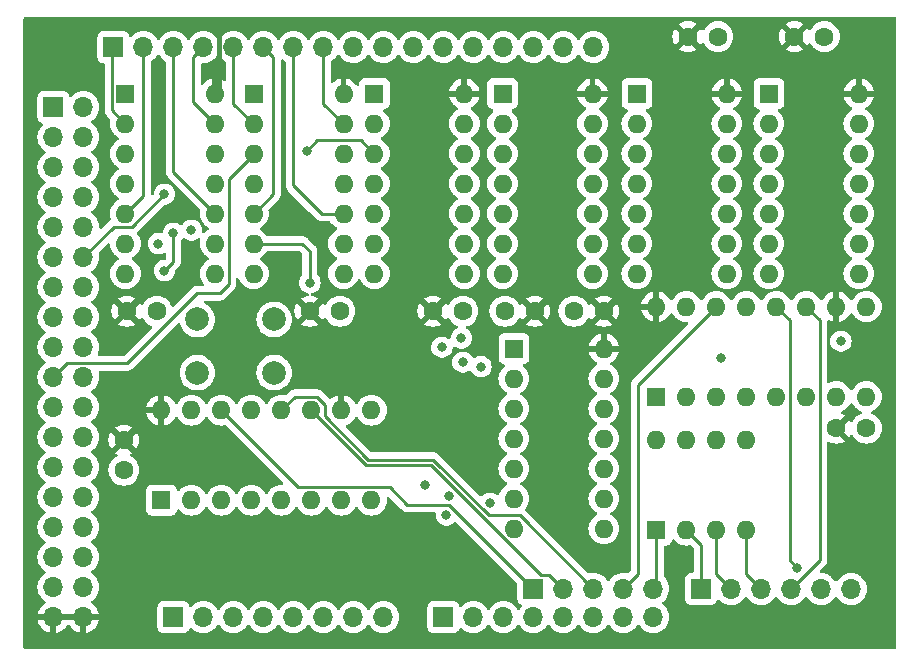
<source format=gbr>
%TF.GenerationSoftware,KiCad,Pcbnew,7.0.9*%
%TF.CreationDate,2025-02-11T06:25:59-06:00*%
%TF.ProjectId,Piggyback MEM0-7 + Addr,50696767-7962-4616-936b-204d454d302d,rev?*%
%TF.SameCoordinates,Original*%
%TF.FileFunction,Copper,L4,Bot*%
%TF.FilePolarity,Positive*%
%FSLAX46Y46*%
G04 Gerber Fmt 4.6, Leading zero omitted, Abs format (unit mm)*
G04 Created by KiCad (PCBNEW 7.0.9) date 2025-02-11 06:25:59*
%MOMM*%
%LPD*%
G01*
G04 APERTURE LIST*
%TA.AperFunction,ComponentPad*%
%ADD10C,1.600000*%
%TD*%
%TA.AperFunction,ComponentPad*%
%ADD11R,1.700000X1.700000*%
%TD*%
%TA.AperFunction,ComponentPad*%
%ADD12O,1.700000X1.700000*%
%TD*%
%TA.AperFunction,ComponentPad*%
%ADD13R,1.600000X1.600000*%
%TD*%
%TA.AperFunction,ComponentPad*%
%ADD14O,1.600000X1.600000*%
%TD*%
%TA.AperFunction,ComponentPad*%
%ADD15C,2.000000*%
%TD*%
%TA.AperFunction,ViaPad*%
%ADD16C,0.800000*%
%TD*%
%TA.AperFunction,Conductor*%
%ADD17C,0.400000*%
%TD*%
%TA.AperFunction,Conductor*%
%ADD18C,0.250000*%
%TD*%
G04 APERTURE END LIST*
D10*
%TO.P,C1,1*%
%TO.N,+5V*%
X75692000Y-90043000D03*
%TO.P,C1,2*%
%TO.N,GND*%
X78232000Y-90043000D03*
%TD*%
D11*
%TO.P,J1,1,Pin_1*%
%TO.N,GND*%
X69469000Y-72771000D03*
D12*
%TO.P,J1,2,Pin_2*%
X72009000Y-72771000D03*
%TO.P,J1,3,Pin_3*%
%TO.N,~{POWER FAIL}*%
X69469000Y-75311000D03*
%TO.P,J1,4,Pin_4*%
%TO.N,MEM OK*%
X72009000Y-75311000D03*
%TO.P,J1,5,Pin_5*%
%TO.N,~{EXEC}*%
X69469000Y-77851000D03*
%TO.P,J1,6,Pin_6*%
%TO.N,~{DEFER}*%
X72009000Y-77851000D03*
%TO.P,J1,7,Pin_7*%
%TO.N,~{FETCH}*%
X69469000Y-80391000D03*
%TO.P,J1,8,Pin_8*%
%TO.N,~{MEM15}*%
X72009000Y-80391000D03*
%TO.P,J1,9,Pin_9*%
%TO.N,~{MEM14}*%
X69469000Y-82931000D03*
%TO.P,J1,10,Pin_10*%
%TO.N,~{MEM13}*%
X72009000Y-82931000D03*
%TO.P,J1,11,Pin_11*%
%TO.N,~{MEM12}*%
X69469000Y-85471000D03*
%TO.P,J1,12,Pin_12*%
%TO.N,~{MEM11}*%
X72009000Y-85471000D03*
%TO.P,J1,13,Pin_13*%
%TO.N,~{MEM10}*%
X69469000Y-88011000D03*
%TO.P,J1,14,Pin_14*%
%TO.N,~{MEM9}*%
X72009000Y-88011000D03*
%TO.P,J1,15,Pin_15*%
%TO.N,~{MEM8}*%
X69469000Y-90551000D03*
%TO.P,J1,16,Pin_16*%
%TO.N,~{MEM7}*%
X72009000Y-90551000D03*
%TO.P,J1,17,Pin_17*%
%TO.N,~{MEM6}*%
X69469000Y-93091000D03*
%TO.P,J1,18,Pin_18*%
%TO.N,~{MEM5}*%
X72009000Y-93091000D03*
%TO.P,J1,19,Pin_19*%
%TO.N,~{MEM4}*%
X69469000Y-95631000D03*
%TO.P,J1,20,Pin_20*%
%TO.N,~{MEM3}*%
X72009000Y-95631000D03*
%TO.P,J1,21,Pin_21*%
%TO.N,~{MEM2}*%
X69469000Y-98171000D03*
%TO.P,J1,22,Pin_22*%
%TO.N,~{MEM1}*%
X72009000Y-98171000D03*
%TO.P,J1,23,Pin_23*%
%TO.N,~{MEM0}*%
X69469000Y-100711000D03*
%TO.P,J1,24,Pin_24*%
%TO.N,~{CARRY}*%
X72009000Y-100711000D03*
%TO.P,J1,25,Pin_25*%
%TO.N,~{ION}*%
X69469000Y-103251000D03*
%TO.P,J1,26,Pin_26*%
%TO.N,~{RUN}*%
X72009000Y-103251000D03*
%TO.P,J1,27,Pin_27*%
%TO.N,~{MBO15}*%
X69469000Y-105791000D03*
%TO.P,J1,28,Pin_28*%
%TO.N,~{MBO14}*%
X72009000Y-105791000D03*
%TO.P,J1,29,Pin_29*%
%TO.N,~{MBO13}*%
X69469000Y-108331000D03*
%TO.P,J1,30,Pin_30*%
%TO.N,~{MBO12}*%
X72009000Y-108331000D03*
%TO.P,J1,31,Pin_31*%
%TO.N,~{MBO11}*%
X69469000Y-110871000D03*
%TO.P,J1,32,Pin_32*%
%TO.N,~{MBO10}*%
X72009000Y-110871000D03*
%TO.P,J1,33,Pin_33*%
%TO.N,~{MBO9}*%
X69469000Y-113411000D03*
%TO.P,J1,34,Pin_34*%
%TO.N,~{MBO8}*%
X72009000Y-113411000D03*
%TO.P,J1,35,Pin_35*%
%TO.N,+5V*%
X69469000Y-115951000D03*
%TO.P,J1,36,Pin_36*%
X72009000Y-115951000D03*
%TD*%
D10*
%TO.P,C7,1*%
%TO.N,+5V*%
X75438000Y-100965000D03*
%TO.P,C7,2*%
%TO.N,GND*%
X75438000Y-103505000D03*
%TD*%
D13*
%TO.P,U1,1*%
%TO.N,CON INST*%
X75565000Y-71628000D03*
D14*
%TO.P,U1,2*%
%TO.N,A15*%
X75565000Y-74168000D03*
%TO.P,U1,3*%
%TO.N,~{MEM0}*%
X75565000Y-76708000D03*
%TO.P,U1,4*%
%TO.N,CON INST*%
X75565000Y-79248000D03*
%TO.P,U1,5*%
%TO.N,A14*%
X75565000Y-81788000D03*
%TO.P,U1,6*%
%TO.N,~{MEM1}*%
X75565000Y-84328000D03*
%TO.P,U1,7,GND*%
%TO.N,GND*%
X75565000Y-86868000D03*
%TO.P,U1,8*%
%TO.N,~{MEM2}*%
X83185000Y-86868000D03*
%TO.P,U1,9*%
%TO.N,CON INST*%
X83185000Y-84328000D03*
%TO.P,U1,10*%
%TO.N,A13*%
X83185000Y-81788000D03*
%TO.P,U1,11*%
%TO.N,~{MEM3}*%
X83185000Y-79248000D03*
%TO.P,U1,12*%
%TO.N,CON INST*%
X83185000Y-76708000D03*
%TO.P,U1,13*%
%TO.N,A12*%
X83185000Y-74168000D03*
%TO.P,U1,14,VCC*%
%TO.N,+5V*%
X83185000Y-71628000D03*
%TD*%
D13*
%TO.P,U8,1*%
%TO.N,CON DATA*%
X118872000Y-71628000D03*
D14*
%TO.P,U8,2*%
%TO.N,Addr08*%
X118872000Y-74168000D03*
%TO.P,U8,3*%
%TO.N,~{MEM8}*%
X118872000Y-76708000D03*
%TO.P,U8,4*%
%TO.N,CON DATA*%
X118872000Y-79248000D03*
%TO.P,U8,5*%
%TO.N,Addr09*%
X118872000Y-81788000D03*
%TO.P,U8,6*%
%TO.N,~{MEM9}*%
X118872000Y-84328000D03*
%TO.P,U8,7,GND*%
%TO.N,GND*%
X118872000Y-86868000D03*
%TO.P,U8,8*%
%TO.N,~{MEM10}*%
X126492000Y-86868000D03*
%TO.P,U8,9*%
%TO.N,CON DATA*%
X126492000Y-84328000D03*
%TO.P,U8,10*%
%TO.N,Addr10*%
X126492000Y-81788000D03*
%TO.P,U8,11*%
%TO.N,~{MEM11}*%
X126492000Y-79248000D03*
%TO.P,U8,12*%
%TO.N,CON DATA*%
X126492000Y-76708000D03*
%TO.P,U8,13*%
%TO.N,Addr11*%
X126492000Y-74168000D03*
%TO.P,U8,14,VCC*%
%TO.N,+5V*%
X126492000Y-71628000D03*
%TD*%
D11*
%TO.P,J3,1,Pin_1*%
%TO.N,A15*%
X74549000Y-67691000D03*
D12*
%TO.P,J3,2,Pin_2*%
%TO.N,A14*%
X77089000Y-67691000D03*
%TO.P,J3,3,Pin_3*%
%TO.N,A13*%
X79629000Y-67691000D03*
%TO.P,J3,4,Pin_4*%
%TO.N,A12*%
X82169000Y-67691000D03*
%TO.P,J3,5,Pin_5*%
%TO.N,A11*%
X84709000Y-67691000D03*
%TO.P,J3,6,Pin_6*%
%TO.N,A10*%
X87249000Y-67691000D03*
%TO.P,J3,7,Pin_7*%
%TO.N,A09*%
X89789000Y-67691000D03*
%TO.P,J3,8,Pin_8*%
%TO.N,A08*%
X92329000Y-67691000D03*
%TO.P,J3,9,Pin_9*%
%TO.N,unconnected-(J3-Pin_9-Pad9)*%
X94869000Y-67691000D03*
%TO.P,J3,10,Pin_10*%
%TO.N,RESTART ENABLE*%
X97409000Y-67691000D03*
%TO.P,J3,11,Pin_11*%
%TO.N,~{RST}*%
X99949000Y-67691000D03*
%TO.P,J3,12,Pin_12*%
%TO.N,~{CON RQ}*%
X102489000Y-67691000D03*
%TO.P,J3,13,Pin_13*%
%TO.N,~{CON INST}*%
X105029000Y-67691000D03*
%TO.P,J3,14,Pin_14*%
%TO.N,~{PL}*%
X107569000Y-67691000D03*
%TO.P,J3,15,Pin_15*%
%TO.N,~{ISTP}*%
X110109000Y-67691000D03*
%TO.P,J3,16,Pin_16*%
%TO.N,A01*%
X112649000Y-67691000D03*
%TO.P,J3,17,Pin_17*%
%TO.N,A00*%
X115189000Y-67691000D03*
%TD*%
D10*
%TO.P,C6,1*%
%TO.N,+5V*%
X135763000Y-99949000D03*
%TO.P,C6,2*%
%TO.N,GND*%
X138303000Y-99949000D03*
%TD*%
D13*
%TO.P,U5,1*%
%TO.N,CON DATA*%
X96647000Y-71628000D03*
D14*
%TO.P,U5,2*%
%TO.N,Addr04*%
X96647000Y-74168000D03*
%TO.P,U5,3*%
%TO.N,~{MEM4}*%
X96647000Y-76708000D03*
%TO.P,U5,4*%
%TO.N,CON DATA*%
X96647000Y-79248000D03*
%TO.P,U5,5*%
%TO.N,Addr05*%
X96647000Y-81788000D03*
%TO.P,U5,6*%
%TO.N,~{MEM5}*%
X96647000Y-84328000D03*
%TO.P,U5,7,GND*%
%TO.N,GND*%
X96647000Y-86868000D03*
%TO.P,U5,8*%
%TO.N,~{MEM6}*%
X104267000Y-86868000D03*
%TO.P,U5,9*%
%TO.N,CON DATA*%
X104267000Y-84328000D03*
%TO.P,U5,10*%
%TO.N,Addr06*%
X104267000Y-81788000D03*
%TO.P,U5,11*%
%TO.N,~{MEM7}*%
X104267000Y-79248000D03*
%TO.P,U5,12*%
%TO.N,CON DATA*%
X104267000Y-76708000D03*
%TO.P,U5,13*%
%TO.N,Addr07*%
X104267000Y-74168000D03*
%TO.P,U5,14,VCC*%
%TO.N,+5V*%
X104267000Y-71628000D03*
%TD*%
D13*
%TO.P,U3,1*%
%TO.N,~{CON INST}*%
X108458000Y-93218000D03*
D14*
%TO.P,U3,2*%
%TO.N,CON INST*%
X108458000Y-95758000D03*
%TO.P,U3,3*%
%TO.N,~{CON DATA}*%
X108458000Y-98298000D03*
%TO.P,U3,4*%
%TO.N,CON DATA*%
X108458000Y-100838000D03*
%TO.P,U3,5*%
%TO.N,N/C*%
X108458000Y-103378000D03*
%TO.P,U3,6*%
X108458000Y-105918000D03*
%TO.P,U3,7,GND*%
%TO.N,GND*%
X108458000Y-108458000D03*
%TO.P,U3,8*%
%TO.N,N/C*%
X116078000Y-108458000D03*
%TO.P,U3,9*%
X116078000Y-105918000D03*
%TO.P,U3,10*%
X116078000Y-103378000D03*
%TO.P,U3,11*%
X116078000Y-100838000D03*
%TO.P,U3,12*%
X116078000Y-98298000D03*
%TO.P,U3,13*%
X116078000Y-95758000D03*
%TO.P,U3,14,VCC*%
%TO.N,+5V*%
X116078000Y-93218000D03*
%TD*%
D13*
%TO.P,U6,1*%
%TO.N,CON DATA*%
X107497000Y-71628000D03*
D14*
%TO.P,U6,2*%
%TO.N,Addr00*%
X107497000Y-74168000D03*
%TO.P,U6,3*%
%TO.N,~{MEM0}*%
X107497000Y-76708000D03*
%TO.P,U6,4*%
%TO.N,CON DATA*%
X107497000Y-79248000D03*
%TO.P,U6,5*%
%TO.N,Addr01*%
X107497000Y-81788000D03*
%TO.P,U6,6*%
%TO.N,~{MEM1}*%
X107497000Y-84328000D03*
%TO.P,U6,7,GND*%
%TO.N,GND*%
X107497000Y-86868000D03*
%TO.P,U6,8*%
%TO.N,~{MEM2}*%
X115117000Y-86868000D03*
%TO.P,U6,9*%
%TO.N,CON DATA*%
X115117000Y-84328000D03*
%TO.P,U6,10*%
%TO.N,Addr02*%
X115117000Y-81788000D03*
%TO.P,U6,11*%
%TO.N,~{MEM3}*%
X115117000Y-79248000D03*
%TO.P,U6,12*%
%TO.N,CON DATA*%
X115117000Y-76708000D03*
%TO.P,U6,13*%
%TO.N,Addr03*%
X115117000Y-74168000D03*
%TO.P,U6,14,VCC*%
%TO.N,+5V*%
X115117000Y-71628000D03*
%TD*%
D10*
%TO.P,C9,1*%
%TO.N,+5V*%
X91186000Y-90043000D03*
%TO.P,C9,2*%
%TO.N,GND*%
X93726000Y-90043000D03*
%TD*%
D11*
%TO.P,J6,1,Pin_1*%
%TO.N,~{CON DATA}*%
X102489000Y-115951000D03*
D12*
%TO.P,J6,2,Pin_2*%
%TO.N,~{CONT+ISTP+MSTP}*%
X105029000Y-115951000D03*
%TO.P,J6,3,Pin_3*%
%TO.N,~{MSTP}*%
X107569000Y-115951000D03*
%TO.P,J6,4,Pin_4*%
%TO.N,DataPin1*%
X110109000Y-115951000D03*
%TO.P,J6,5,Pin_5*%
%TO.N,ClockPin1*%
X112649000Y-115951000D03*
%TO.P,J6,6,Pin_6*%
%TO.N,LatchPin1*%
X115189000Y-115951000D03*
%TO.P,J6,7,Pin_7*%
%TO.N,DataPin2*%
X117729000Y-115951000D03*
%TO.P,J6,8,Pin_8*%
%TO.N,DIP4*%
X120269000Y-115951000D03*
%TD*%
D13*
%TO.P,U7,1*%
%TO.N,CON DATA*%
X130048000Y-71628000D03*
D14*
%TO.P,U7,2*%
%TO.N,Addr12*%
X130048000Y-74168000D03*
%TO.P,U7,3*%
%TO.N,~{MEM12}*%
X130048000Y-76708000D03*
%TO.P,U7,4*%
%TO.N,CON DATA*%
X130048000Y-79248000D03*
%TO.P,U7,5*%
%TO.N,Addr13*%
X130048000Y-81788000D03*
%TO.P,U7,6*%
%TO.N,~{MEM13}*%
X130048000Y-84328000D03*
%TO.P,U7,7,GND*%
%TO.N,GND*%
X130048000Y-86868000D03*
%TO.P,U7,8*%
%TO.N,~{MEM14}*%
X137668000Y-86868000D03*
%TO.P,U7,9*%
%TO.N,CON DATA*%
X137668000Y-84328000D03*
%TO.P,U7,10*%
%TO.N,Addr14*%
X137668000Y-81788000D03*
%TO.P,U7,11*%
%TO.N,~{MEM15}*%
X137668000Y-79248000D03*
%TO.P,U7,12*%
%TO.N,CON DATA*%
X137668000Y-76708000D03*
%TO.P,U7,13*%
%TO.N,Addr15*%
X137668000Y-74168000D03*
%TO.P,U7,14,VCC*%
%TO.N,+5V*%
X137668000Y-71628000D03*
%TD*%
D10*
%TO.P,C4,1*%
%TO.N,+5V*%
X116078000Y-90043000D03*
%TO.P,C4,2*%
%TO.N,GND*%
X113538000Y-90043000D03*
%TD*%
D13*
%TO.P,U4,1,QB*%
%TO.N,Addr01*%
X78613000Y-106045000D03*
D14*
%TO.P,U4,2,QC*%
%TO.N,Addr02*%
X81153000Y-106045000D03*
%TO.P,U4,3,QD*%
%TO.N,Addr03*%
X83693000Y-106045000D03*
%TO.P,U4,4,QE*%
%TO.N,Addr04*%
X86233000Y-106045000D03*
%TO.P,U4,5,QF*%
%TO.N,Addr05*%
X88773000Y-106045000D03*
%TO.P,U4,6,QG*%
%TO.N,Addr06*%
X91313000Y-106045000D03*
%TO.P,U4,7,QH*%
%TO.N,Addr07*%
X93853000Y-106045000D03*
%TO.P,U4,8,GND*%
%TO.N,GND*%
X96393000Y-106045000D03*
%TO.P,U4,9,QH'*%
%TO.N,unconnected-(U4-QH'-Pad9)*%
X96393000Y-98425000D03*
%TO.P,U4,10,~{SRCLR}*%
%TO.N,+5V*%
X93853000Y-98425000D03*
%TO.P,U4,11,SRCLK*%
%TO.N,ClockPin1*%
X91313000Y-98425000D03*
%TO.P,U4,12,RCLK*%
%TO.N,LatchPin1*%
X88773000Y-98425000D03*
%TO.P,U4,13,~{OE}*%
%TO.N,unconnected-(U4-~{OE}-Pad13)*%
X86233000Y-98425000D03*
%TO.P,U4,14,SER*%
%TO.N,DataPin1*%
X83693000Y-98425000D03*
%TO.P,U4,15,QA*%
%TO.N,Addr00*%
X81153000Y-98425000D03*
%TO.P,U4,16,VCC*%
%TO.N,+5V*%
X78613000Y-98425000D03*
%TD*%
D10*
%TO.P,C5,1*%
%TO.N,+5V*%
X132207000Y-66802000D03*
%TO.P,C5,2*%
%TO.N,GND*%
X134747000Y-66802000D03*
%TD*%
%TO.P,C3,1*%
%TO.N,+5V*%
X110236000Y-90043000D03*
%TO.P,C3,2*%
%TO.N,GND*%
X107696000Y-90043000D03*
%TD*%
%TO.P,C8,1*%
%TO.N,+5V*%
X101600000Y-90043000D03*
%TO.P,C8,2*%
%TO.N,GND*%
X104140000Y-90043000D03*
%TD*%
D15*
%TO.P,Button,1,1*%
%TO.N,GND*%
X81661000Y-90744000D03*
X88161000Y-90744000D03*
%TO.P,Button,2,2*%
%TO.N,RST1*%
X81661000Y-95244000D03*
X88161000Y-95244000D03*
%TD*%
D13*
%TO.P,U9,1,QB*%
%TO.N,Addr09*%
X120523000Y-97282000D03*
D14*
%TO.P,U9,2,QC*%
%TO.N,Addr10*%
X123063000Y-97282000D03*
%TO.P,U9,3,QD*%
%TO.N,Addr11*%
X125603000Y-97282000D03*
%TO.P,U9,4,QE*%
%TO.N,Addr12*%
X128143000Y-97282000D03*
%TO.P,U9,5,QF*%
%TO.N,Addr13*%
X130683000Y-97282000D03*
%TO.P,U9,6,QG*%
%TO.N,Addr14*%
X133223000Y-97282000D03*
%TO.P,U9,7,QH*%
%TO.N,Addr15*%
X135763000Y-97282000D03*
%TO.P,U9,8,GND*%
%TO.N,GND*%
X138303000Y-97282000D03*
%TO.P,U9,9,QH'*%
%TO.N,unconnected-(U9-QH'-Pad9)*%
X138303000Y-89662000D03*
%TO.P,U9,10,~{SRCLR}*%
%TO.N,+5V*%
X135763000Y-89662000D03*
%TO.P,U9,11,SRCLK*%
%TO.N,ClockPin2*%
X133223000Y-89662000D03*
%TO.P,U9,12,RCLK*%
%TO.N,LatchPin2*%
X130683000Y-89662000D03*
%TO.P,U9,13,~{OE}*%
%TO.N,unconnected-(U9-~{OE}-Pad13)*%
X128143000Y-89662000D03*
%TO.P,U9,14,SER*%
%TO.N,DataPin2*%
X125603000Y-89662000D03*
%TO.P,U9,15,QA*%
%TO.N,Addr08*%
X123063000Y-89662000D03*
%TO.P,U9,16,VCC*%
%TO.N,+5V*%
X120523000Y-89662000D03*
%TD*%
D11*
%TO.P,J2,1,Pin_1*%
%TO.N,DataPin1*%
X110109000Y-113538000D03*
D12*
%TO.P,J2,2,Pin_2*%
%TO.N,ClockPin1*%
X112649000Y-113538000D03*
%TO.P,J2,3,Pin_3*%
%TO.N,LatchPin1*%
X115189000Y-113538000D03*
%TO.P,J2,4,Pin_4*%
%TO.N,DataPin2*%
X117729000Y-113538000D03*
%TO.P,J2,5,Pin_5*%
%TO.N,DIP4*%
X120269000Y-113538000D03*
%TD*%
D11*
%TO.P,J4,1,Pin_1*%
%TO.N,DIP3*%
X124307600Y-113563400D03*
D12*
%TO.P,J4,2,Pin_2*%
%TO.N,DIP2*%
X126847600Y-113563400D03*
%TO.P,J4,3,Pin_3*%
%TO.N,DIP1*%
X129387600Y-113563400D03*
%TO.P,J4,4,Pin_4*%
%TO.N,ClockPin2*%
X131927600Y-113563400D03*
%TO.P,J4,5,Pin_5*%
%TO.N,LatchPin2*%
X134467600Y-113563400D03*
%TO.P,J4,6,Pin_6*%
%TO.N,/+5V OK*%
X137007600Y-113563400D03*
%TD*%
D13*
%TO.P,U2,1*%
%TO.N,CON INST*%
X86415000Y-71628000D03*
D14*
%TO.P,U2,2*%
%TO.N,A11*%
X86415000Y-74168000D03*
%TO.P,U2,3*%
%TO.N,~{MEM4}*%
X86415000Y-76708000D03*
%TO.P,U2,4*%
%TO.N,CON INST*%
X86415000Y-79248000D03*
%TO.P,U2,5*%
%TO.N,A10*%
X86415000Y-81788000D03*
%TO.P,U2,6*%
%TO.N,~{MEM5}*%
X86415000Y-84328000D03*
%TO.P,U2,7,GND*%
%TO.N,GND*%
X86415000Y-86868000D03*
%TO.P,U2,8*%
%TO.N,~{MEM6}*%
X94035000Y-86868000D03*
%TO.P,U2,9*%
%TO.N,CON INST*%
X94035000Y-84328000D03*
%TO.P,U2,10*%
%TO.N,A09*%
X94035000Y-81788000D03*
%TO.P,U2,11*%
%TO.N,~{MEM7}*%
X94035000Y-79248000D03*
%TO.P,U2,12*%
%TO.N,CON INST*%
X94035000Y-76708000D03*
%TO.P,U2,13*%
%TO.N,A08*%
X94035000Y-74168000D03*
%TO.P,U2,14,VCC*%
%TO.N,+5V*%
X94035000Y-71628000D03*
%TD*%
D10*
%TO.P,C2,1*%
%TO.N,+5V*%
X123190000Y-66802000D03*
%TO.P,C2,2*%
%TO.N,GND*%
X125730000Y-66802000D03*
%TD*%
D13*
%TO.P,SW2,1*%
%TO.N,DIP4*%
X120523000Y-108585000D03*
D14*
%TO.P,SW2,2*%
%TO.N,DIP3*%
X123063000Y-108585000D03*
%TO.P,SW2,3*%
%TO.N,DIP2*%
X125603000Y-108585000D03*
%TO.P,SW2,4*%
%TO.N,DIP1*%
X128143000Y-108585000D03*
%TO.P,SW2,5*%
%TO.N,GND*%
X128143000Y-100965000D03*
%TO.P,SW2,6*%
X125603000Y-100965000D03*
%TO.P,SW2,7*%
X123063000Y-100965000D03*
%TO.P,SW2,8*%
X120523000Y-100965000D03*
%TD*%
D11*
%TO.P,J5,1,Pin_1*%
%TO.N,~{MBO7}*%
X79629000Y-115951000D03*
D12*
%TO.P,J5,2,Pin_2*%
%TO.N,~{MBO6}*%
X82169000Y-115951000D03*
%TO.P,J5,3,Pin_3*%
%TO.N,~{MBO5}*%
X84709000Y-115951000D03*
%TO.P,J5,4,Pin_4*%
%TO.N,~{MBO4}*%
X87249000Y-115951000D03*
%TO.P,J5,5,Pin_5*%
%TO.N,~{MBO3}*%
X89789000Y-115951000D03*
%TO.P,J5,6,Pin_6*%
%TO.N,~{MBO2}*%
X92329000Y-115951000D03*
%TO.P,J5,7,Pin_7*%
%TO.N,~{MBO1}*%
X94869000Y-115951000D03*
%TO.P,J5,8,Pin_8*%
%TO.N,~{STOP}*%
X97409000Y-115951000D03*
%TD*%
D16*
%TO.N,+5V*%
X83312000Y-65659000D03*
X78613000Y-94742000D03*
X93853000Y-108458000D03*
%TO.N,~{MEM11}*%
X78867000Y-80137000D03*
%TO.N,~{MEM7}*%
X78867000Y-86614000D03*
X79629000Y-83439000D03*
%TO.N,~{MEM5}*%
X91186000Y-87630000D03*
%TO.N,~{MEM4}*%
X90932000Y-76454000D03*
%TO.N,~{MEM1}*%
X81153000Y-83185000D03*
X78359000Y-84328000D03*
%TO.N,LatchPin2*%
X132461000Y-111760000D03*
%TO.N,Addr04*%
X100965000Y-104775000D03*
X104140000Y-94361000D03*
%TO.N,Addr05*%
X102997000Y-105664000D03*
X105664000Y-94742000D03*
%TO.N,Addr06*%
X102743000Y-107315000D03*
X102362000Y-93091000D03*
%TO.N,Addr07*%
X106426000Y-106299000D03*
X104013000Y-92329000D03*
%TO.N,Addr10*%
X125984000Y-93980000D03*
%TO.N,Addr14*%
X136144000Y-92583000D03*
%TD*%
D17*
%TO.N,+5V*%
X83459000Y-71354000D02*
X83185000Y-71628000D01*
X83459000Y-65806000D02*
X83459000Y-71354000D01*
D18*
X83185000Y-71628000D02*
X83344000Y-71469000D01*
D17*
X83312000Y-65659000D02*
X83459000Y-65806000D01*
D18*
%TO.N,~{MEM11}*%
X76091000Y-82913000D02*
X78867000Y-80137000D01*
X72009000Y-85471000D02*
X74567000Y-82913000D01*
X74567000Y-82913000D02*
X76091000Y-82913000D01*
%TO.N,~{MEM7}*%
X79629000Y-85852000D02*
X79629000Y-83439000D01*
X78867000Y-86614000D02*
X79629000Y-85852000D01*
%TO.N,~{MEM5}*%
X90551000Y-84328000D02*
X86415000Y-84328000D01*
X91186000Y-87630000D02*
X91186000Y-84963000D01*
X91186000Y-84963000D02*
X90551000Y-84328000D01*
%TO.N,~{MEM4}*%
X90932000Y-76454000D02*
X91821000Y-75565000D01*
X86415000Y-76708000D02*
X84310000Y-78813000D01*
X83566000Y-88519000D02*
X81661000Y-88519000D01*
X96647000Y-76708000D02*
X95504000Y-75565000D01*
X75724000Y-94456000D02*
X70644000Y-94456000D01*
X84310000Y-78813000D02*
X84310000Y-87775000D01*
X81661000Y-88519000D02*
X75724000Y-94456000D01*
X95504000Y-75565000D02*
X91821000Y-75565000D01*
X84310000Y-87775000D02*
X83566000Y-88519000D01*
X70644000Y-94456000D02*
X69469000Y-95631000D01*
%TO.N,DataPin1*%
X99441000Y-106426000D02*
X97935000Y-104920000D01*
X102997000Y-106426000D02*
X99441000Y-106426000D01*
X90188000Y-104920000D02*
X83693000Y-98425000D01*
X110109000Y-113538000D02*
X102997000Y-106426000D01*
X97935000Y-104920000D02*
X90188000Y-104920000D01*
%TO.N,ClockPin1*%
X101447000Y-103066000D02*
X95954000Y-103066000D01*
X112649000Y-113538000D02*
X111474000Y-112363000D01*
X95954000Y-103066000D02*
X91313000Y-98425000D01*
X110744000Y-112363000D02*
X101447000Y-103066000D01*
X111474000Y-112363000D02*
X110744000Y-112363000D01*
%TO.N,LatchPin1*%
X92438000Y-97959009D02*
X91778991Y-97300000D01*
X96140396Y-102616000D02*
X92438000Y-98913604D01*
X101633396Y-102616000D02*
X96140396Y-102616000D01*
X92438000Y-98913604D02*
X92438000Y-97959009D01*
X91778991Y-97300000D02*
X89898000Y-97300000D01*
X106350396Y-107333000D02*
X101633396Y-102616000D01*
X108984000Y-107333000D02*
X106350396Y-107333000D01*
X115189000Y-113538000D02*
X108984000Y-107333000D01*
X89898000Y-97300000D02*
X88773000Y-98425000D01*
%TO.N,DataPin2*%
X118962000Y-112305000D02*
X117729000Y-113538000D01*
X118962000Y-96303000D02*
X118962000Y-112305000D01*
X125603000Y-89662000D02*
X118962000Y-96303000D01*
%TO.N,DIP4*%
X120523000Y-113284000D02*
X120269000Y-113538000D01*
X120523000Y-108585000D02*
X120523000Y-113284000D01*
%TO.N,A15*%
X74549000Y-67691000D02*
X74440000Y-67800000D01*
X74440000Y-67800000D02*
X74440000Y-73043000D01*
X74440000Y-73043000D02*
X75565000Y-74168000D01*
%TO.N,A14*%
X77089000Y-80264000D02*
X75565000Y-81788000D01*
X77089000Y-67691000D02*
X77089000Y-80264000D01*
%TO.N,A13*%
X79629000Y-78232000D02*
X83185000Y-81788000D01*
X79629000Y-67691000D02*
X79629000Y-78232000D01*
%TO.N,A12*%
X81319000Y-72302000D02*
X83185000Y-74168000D01*
X82169000Y-67691000D02*
X81319000Y-68541000D01*
X81319000Y-68541000D02*
X81319000Y-72302000D01*
%TO.N,A11*%
X84709000Y-72462000D02*
X86415000Y-74168000D01*
X84709000Y-67691000D02*
X84709000Y-72462000D01*
%TO.N,A10*%
X88099000Y-68541000D02*
X88099000Y-80104000D01*
X87249000Y-67691000D02*
X88099000Y-68541000D01*
X88099000Y-80104000D02*
X86415000Y-81788000D01*
%TO.N,A09*%
X89789000Y-67691000D02*
X89789000Y-79375000D01*
X89789000Y-79375000D02*
X92202000Y-81788000D01*
X92202000Y-81788000D02*
X94035000Y-81788000D01*
%TO.N,A08*%
X92329000Y-67691000D02*
X92329000Y-72462000D01*
X92329000Y-72462000D02*
X94035000Y-74168000D01*
%TO.N,DIP3*%
X124307600Y-109829600D02*
X123063000Y-108585000D01*
X124307600Y-113563400D02*
X124307600Y-109829600D01*
%TO.N,DIP2*%
X126847600Y-113563400D02*
X125603000Y-112318800D01*
X125603000Y-112318800D02*
X125603000Y-108585000D01*
%TO.N,DIP1*%
X129387600Y-113563400D02*
X128143000Y-112318800D01*
X128143000Y-112318800D02*
X128143000Y-108585000D01*
%TO.N,ClockPin2*%
X134348000Y-90787000D02*
X134348000Y-111143000D01*
X134348000Y-111143000D02*
X131927600Y-113563400D01*
X133223000Y-89662000D02*
X134348000Y-90787000D01*
%TO.N,LatchPin2*%
X131808000Y-90787000D02*
X131808000Y-111107000D01*
X131808000Y-111107000D02*
X132461000Y-111760000D01*
X130683000Y-89662000D02*
X131808000Y-90787000D01*
%TD*%
%TA.AperFunction,Conductor*%
%TO.N,+5V*%
G36*
X137100865Y-97825348D02*
G01*
X137145381Y-97876724D01*
X137147954Y-97882241D01*
X137172429Y-97934728D01*
X137172432Y-97934734D01*
X137302954Y-98121141D01*
X137463858Y-98282045D01*
X137463861Y-98282047D01*
X137650266Y-98412568D01*
X137787143Y-98476395D01*
X137844450Y-98503118D01*
X137896889Y-98549291D01*
X137916041Y-98616484D01*
X137895825Y-98683365D01*
X137844450Y-98727882D01*
X137650267Y-98818431D01*
X137650265Y-98818432D01*
X137463858Y-98948954D01*
X137302954Y-99109858D01*
X137172433Y-99296264D01*
X137172432Y-99296266D01*
X137149691Y-99345035D01*
X137145106Y-99354867D01*
X137098933Y-99407306D01*
X137031739Y-99426457D01*
X136964858Y-99406241D01*
X136920342Y-99354865D01*
X136893135Y-99296520D01*
X136893131Y-99296512D01*
X136842026Y-99223526D01*
X136842025Y-99223526D01*
X136160953Y-99904598D01*
X136148165Y-99823852D01*
X136090641Y-99710955D01*
X136001045Y-99621359D01*
X135888148Y-99563835D01*
X135807400Y-99551046D01*
X136488472Y-98869974D01*
X136488471Y-98869973D01*
X136415483Y-98818866D01*
X136415481Y-98818865D01*
X136220958Y-98728157D01*
X136168519Y-98681984D01*
X136149367Y-98614791D01*
X136169583Y-98547910D01*
X136220955Y-98503395D01*
X136415734Y-98412568D01*
X136602139Y-98282047D01*
X136763047Y-98121139D01*
X136893568Y-97934734D01*
X136920618Y-97876724D01*
X136966790Y-97824285D01*
X137033983Y-97805133D01*
X137100865Y-97825348D01*
G37*
%TD.AperFunction*%
%TA.AperFunction,Conductor*%
G36*
X71549507Y-115741156D02*
G01*
X71509000Y-115879111D01*
X71509000Y-116022889D01*
X71549507Y-116160844D01*
X71575314Y-116201000D01*
X69902686Y-116201000D01*
X69928493Y-116160844D01*
X69969000Y-116022889D01*
X69969000Y-115879111D01*
X69928493Y-115741156D01*
X69902686Y-115701000D01*
X71575314Y-115701000D01*
X71549507Y-115741156D01*
G37*
%TD.AperFunction*%
%TA.AperFunction,Conductor*%
G36*
X78443855Y-68357546D02*
G01*
X78460575Y-68376842D01*
X78590501Y-68562396D01*
X78590506Y-68562402D01*
X78757597Y-68729493D01*
X78757603Y-68729498D01*
X78790036Y-68752208D01*
X78950624Y-68864653D01*
X78994248Y-68919228D01*
X79003500Y-68966226D01*
X79003500Y-78149255D01*
X79001775Y-78164872D01*
X79002061Y-78164899D01*
X79001326Y-78172665D01*
X79003500Y-78241814D01*
X79003500Y-78271343D01*
X79003501Y-78271360D01*
X79004368Y-78278231D01*
X79004826Y-78284050D01*
X79006290Y-78330624D01*
X79006291Y-78330627D01*
X79011880Y-78349867D01*
X79015824Y-78368911D01*
X79018336Y-78388792D01*
X79026282Y-78408861D01*
X79035490Y-78432119D01*
X79037382Y-78437647D01*
X79050382Y-78482390D01*
X79052530Y-78486023D01*
X79060580Y-78499634D01*
X79069138Y-78517103D01*
X79076514Y-78535732D01*
X79103898Y-78573423D01*
X79107106Y-78578307D01*
X79130827Y-78618416D01*
X79130833Y-78618424D01*
X79144990Y-78632580D01*
X79157628Y-78647376D01*
X79169405Y-78663586D01*
X79169406Y-78663587D01*
X79205309Y-78693288D01*
X79209620Y-78697210D01*
X81300362Y-80787953D01*
X81885586Y-81373177D01*
X81919071Y-81434500D01*
X81917680Y-81492949D01*
X81899367Y-81561296D01*
X81899364Y-81561313D01*
X81879532Y-81787999D01*
X81879532Y-81788001D01*
X81899364Y-82014686D01*
X81899366Y-82014697D01*
X81958258Y-82234488D01*
X81958261Y-82234497D01*
X82054431Y-82440732D01*
X82054432Y-82440734D01*
X82184954Y-82627141D01*
X82345858Y-82788045D01*
X82392693Y-82820839D01*
X82532266Y-82918568D01*
X82590275Y-82945618D01*
X82642714Y-82991791D01*
X82661866Y-83058984D01*
X82641650Y-83125865D01*
X82590275Y-83170382D01*
X82532267Y-83197431D01*
X82532265Y-83197432D01*
X82345862Y-83327951D01*
X82255519Y-83418294D01*
X82194195Y-83451778D01*
X82124504Y-83446794D01*
X82068570Y-83404922D01*
X82044154Y-83339457D01*
X82044516Y-83317664D01*
X82058460Y-83185000D01*
X82038674Y-82996744D01*
X81980179Y-82816716D01*
X81885533Y-82652784D01*
X81758871Y-82512112D01*
X81758870Y-82512111D01*
X81605734Y-82400851D01*
X81605729Y-82400848D01*
X81432807Y-82323857D01*
X81432802Y-82323855D01*
X81267796Y-82288783D01*
X81247646Y-82284500D01*
X81058354Y-82284500D01*
X81038204Y-82288783D01*
X80873197Y-82323855D01*
X80873192Y-82323857D01*
X80700270Y-82400848D01*
X80700265Y-82400851D01*
X80547129Y-82512111D01*
X80420467Y-82652783D01*
X80388384Y-82708353D01*
X80337816Y-82756568D01*
X80269209Y-82769790D01*
X80208112Y-82746670D01*
X80081734Y-82654851D01*
X80081729Y-82654848D01*
X79908807Y-82577857D01*
X79908802Y-82577855D01*
X79763001Y-82546865D01*
X79723646Y-82538500D01*
X79534354Y-82538500D01*
X79501897Y-82545398D01*
X79349197Y-82577855D01*
X79349192Y-82577857D01*
X79176270Y-82654848D01*
X79176265Y-82654851D01*
X79023129Y-82766111D01*
X78896466Y-82906785D01*
X78801821Y-83070715D01*
X78801818Y-83070722D01*
X78760648Y-83197432D01*
X78743326Y-83250744D01*
X78736875Y-83312116D01*
X78733219Y-83346905D01*
X78706634Y-83411519D01*
X78649336Y-83451503D01*
X78584118Y-83455232D01*
X78453646Y-83427500D01*
X78264354Y-83427500D01*
X78231897Y-83434398D01*
X78079197Y-83466855D01*
X78079192Y-83466857D01*
X77906270Y-83543848D01*
X77906265Y-83543851D01*
X77753129Y-83655111D01*
X77626466Y-83795785D01*
X77531821Y-83959715D01*
X77531818Y-83959722D01*
X77473994Y-84137687D01*
X77473326Y-84139744D01*
X77453540Y-84328000D01*
X77473326Y-84516256D01*
X77473327Y-84516259D01*
X77531818Y-84696277D01*
X77531821Y-84696284D01*
X77626467Y-84860216D01*
X77734982Y-84980734D01*
X77753129Y-85000888D01*
X77906265Y-85112148D01*
X77906270Y-85112151D01*
X78079192Y-85189142D01*
X78079197Y-85189144D01*
X78264354Y-85228500D01*
X78264355Y-85228500D01*
X78453644Y-85228500D01*
X78453646Y-85228500D01*
X78638803Y-85189144D01*
X78811730Y-85112151D01*
X78811733Y-85112148D01*
X78817363Y-85108899D01*
X78818904Y-85111569D01*
X78871948Y-85092415D01*
X78940062Y-85107980D01*
X78988948Y-85157900D01*
X79003500Y-85216185D01*
X79003500Y-85541546D01*
X78983815Y-85608585D01*
X78967182Y-85629226D01*
X78919229Y-85677180D01*
X78857906Y-85710666D01*
X78831547Y-85713500D01*
X78772354Y-85713500D01*
X78739897Y-85720398D01*
X78587197Y-85752855D01*
X78587192Y-85752857D01*
X78414270Y-85829848D01*
X78414265Y-85829851D01*
X78261129Y-85941111D01*
X78134466Y-86081785D01*
X78039821Y-86245715D01*
X78039818Y-86245722D01*
X77982235Y-86422946D01*
X77981326Y-86425744D01*
X77961540Y-86614000D01*
X77981326Y-86802256D01*
X77981327Y-86802259D01*
X78039818Y-86982277D01*
X78039821Y-86982284D01*
X78134467Y-87146216D01*
X78253232Y-87278118D01*
X78261129Y-87286888D01*
X78414265Y-87398148D01*
X78414270Y-87398151D01*
X78587192Y-87475142D01*
X78587197Y-87475144D01*
X78772354Y-87514500D01*
X78772355Y-87514500D01*
X78961644Y-87514500D01*
X78961646Y-87514500D01*
X79146803Y-87475144D01*
X79319730Y-87398151D01*
X79472871Y-87286888D01*
X79599533Y-87146216D01*
X79694179Y-86982284D01*
X79752674Y-86802256D01*
X79770321Y-86634345D01*
X79796905Y-86569732D01*
X79805952Y-86559636D01*
X80012786Y-86352802D01*
X80025048Y-86342980D01*
X80024865Y-86342759D01*
X80030867Y-86337792D01*
X80030877Y-86337786D01*
X80078241Y-86287348D01*
X80099120Y-86266470D01*
X80103373Y-86260986D01*
X80107150Y-86256563D01*
X80139062Y-86222582D01*
X80148714Y-86205023D01*
X80159389Y-86188772D01*
X80171674Y-86172936D01*
X80190186Y-86130152D01*
X80192742Y-86124935D01*
X80215197Y-86084092D01*
X80220180Y-86064680D01*
X80226477Y-86046291D01*
X80234438Y-86027895D01*
X80241729Y-85981853D01*
X80242908Y-85976162D01*
X80254500Y-85931019D01*
X80254500Y-85910983D01*
X80256027Y-85891582D01*
X80259160Y-85871804D01*
X80254775Y-85825415D01*
X80254500Y-85819577D01*
X80254500Y-84137687D01*
X80274185Y-84070648D01*
X80286350Y-84054715D01*
X80338376Y-83996934D01*
X80361533Y-83971216D01*
X80393616Y-83915645D01*
X80444180Y-83867432D01*
X80512787Y-83854208D01*
X80573887Y-83877329D01*
X80700265Y-83969148D01*
X80700270Y-83969151D01*
X80873192Y-84046142D01*
X80873197Y-84046144D01*
X81058354Y-84085500D01*
X81058355Y-84085500D01*
X81247644Y-84085500D01*
X81247646Y-84085500D01*
X81432803Y-84046144D01*
X81605730Y-83969151D01*
X81731030Y-83878114D01*
X81796835Y-83854636D01*
X81864889Y-83870461D01*
X81913584Y-83920567D01*
X81927459Y-83989045D01*
X81923689Y-84010527D01*
X81899366Y-84101302D01*
X81899364Y-84101313D01*
X81879532Y-84327998D01*
X81879532Y-84328001D01*
X81899364Y-84554686D01*
X81899366Y-84554697D01*
X81958258Y-84774488D01*
X81958261Y-84774497D01*
X82054431Y-84980732D01*
X82054432Y-84980734D01*
X82184954Y-85167141D01*
X82345858Y-85328045D01*
X82345861Y-85328047D01*
X82532266Y-85458568D01*
X82590275Y-85485618D01*
X82642714Y-85531791D01*
X82661866Y-85598984D01*
X82641650Y-85665865D01*
X82590275Y-85710381D01*
X82583588Y-85713500D01*
X82532267Y-85737431D01*
X82532265Y-85737432D01*
X82345858Y-85867954D01*
X82184954Y-86028858D01*
X82054432Y-86215265D01*
X82054431Y-86215267D01*
X81958261Y-86421502D01*
X81958258Y-86421511D01*
X81899366Y-86641302D01*
X81899364Y-86641313D01*
X81879532Y-86867998D01*
X81879532Y-86868001D01*
X81899364Y-87094686D01*
X81899366Y-87094697D01*
X81958258Y-87314488D01*
X81958261Y-87314497D01*
X82054431Y-87520732D01*
X82054432Y-87520734D01*
X82178817Y-87698377D01*
X82201145Y-87764584D01*
X82184133Y-87832351D01*
X82133185Y-87880163D01*
X82077242Y-87893500D01*
X81743743Y-87893500D01*
X81728122Y-87891775D01*
X81728096Y-87892061D01*
X81720334Y-87891327D01*
X81720333Y-87891327D01*
X81651186Y-87893500D01*
X81621649Y-87893500D01*
X81614766Y-87894369D01*
X81608949Y-87894826D01*
X81562373Y-87896290D01*
X81543129Y-87901881D01*
X81524079Y-87905825D01*
X81504211Y-87908334D01*
X81460884Y-87925488D01*
X81455358Y-87927379D01*
X81410614Y-87940379D01*
X81410610Y-87940381D01*
X81393366Y-87950579D01*
X81375905Y-87959133D01*
X81357274Y-87966510D01*
X81357262Y-87966517D01*
X81319570Y-87993902D01*
X81314687Y-87997109D01*
X81274580Y-88020829D01*
X81260414Y-88034995D01*
X81245624Y-88047627D01*
X81229414Y-88059404D01*
X81229411Y-88059407D01*
X81199710Y-88095309D01*
X81195777Y-88099631D01*
X79660336Y-89635071D01*
X79599013Y-89668556D01*
X79529321Y-89663572D01*
X79473388Y-89621700D01*
X79460273Y-89599795D01*
X79458739Y-89596507D01*
X79458739Y-89596504D01*
X79362568Y-89390266D01*
X79240204Y-89215511D01*
X79232045Y-89203858D01*
X79071141Y-89042954D01*
X78884734Y-88912432D01*
X78884732Y-88912431D01*
X78678497Y-88816261D01*
X78678488Y-88816258D01*
X78458697Y-88757366D01*
X78458693Y-88757365D01*
X78458692Y-88757365D01*
X78458691Y-88757364D01*
X78458686Y-88757364D01*
X78232002Y-88737532D01*
X78231998Y-88737532D01*
X78005313Y-88757364D01*
X78005302Y-88757366D01*
X77785511Y-88816258D01*
X77785502Y-88816261D01*
X77579267Y-88912431D01*
X77579265Y-88912432D01*
X77392858Y-89042954D01*
X77231954Y-89203858D01*
X77110751Y-89376957D01*
X77101432Y-89390266D01*
X77080429Y-89435308D01*
X77074106Y-89448867D01*
X77027933Y-89501306D01*
X76960739Y-89520457D01*
X76893858Y-89500241D01*
X76849342Y-89448865D01*
X76822135Y-89390520D01*
X76822131Y-89390512D01*
X76771026Y-89317526D01*
X76771025Y-89317526D01*
X76089953Y-89998598D01*
X76077165Y-89917852D01*
X76019641Y-89804955D01*
X75930045Y-89715359D01*
X75817148Y-89657835D01*
X75736400Y-89645046D01*
X76417472Y-88963974D01*
X76417471Y-88963973D01*
X76344483Y-88912866D01*
X76344481Y-88912865D01*
X76138326Y-88816734D01*
X76138317Y-88816730D01*
X75918610Y-88757860D01*
X75918599Y-88757858D01*
X75692002Y-88738034D01*
X75691998Y-88738034D01*
X75465400Y-88757858D01*
X75465389Y-88757860D01*
X75245682Y-88816730D01*
X75245673Y-88816734D01*
X75039513Y-88912868D01*
X74966527Y-88963972D01*
X74966526Y-88963973D01*
X75647600Y-89645046D01*
X75566852Y-89657835D01*
X75453955Y-89715359D01*
X75364359Y-89804955D01*
X75306835Y-89917852D01*
X75294046Y-89998599D01*
X74612973Y-89317526D01*
X74612972Y-89317527D01*
X74561868Y-89390513D01*
X74465734Y-89596673D01*
X74465730Y-89596682D01*
X74406860Y-89816389D01*
X74406858Y-89816400D01*
X74387034Y-90042997D01*
X74387034Y-90043002D01*
X74406858Y-90269599D01*
X74406860Y-90269610D01*
X74465730Y-90489317D01*
X74465734Y-90489326D01*
X74561865Y-90695481D01*
X74561866Y-90695483D01*
X74612973Y-90768471D01*
X74612974Y-90768472D01*
X75294046Y-90087399D01*
X75306835Y-90168148D01*
X75364359Y-90281045D01*
X75453955Y-90370641D01*
X75566852Y-90428165D01*
X75647599Y-90440953D01*
X74966526Y-91122025D01*
X74966526Y-91122026D01*
X75039512Y-91173131D01*
X75039516Y-91173133D01*
X75245673Y-91269265D01*
X75245682Y-91269269D01*
X75465389Y-91328139D01*
X75465400Y-91328141D01*
X75691998Y-91347966D01*
X75692002Y-91347966D01*
X75918599Y-91328141D01*
X75918610Y-91328139D01*
X76138317Y-91269269D01*
X76138331Y-91269264D01*
X76344478Y-91173136D01*
X76417472Y-91122025D01*
X75736401Y-90440953D01*
X75817148Y-90428165D01*
X75930045Y-90370641D01*
X76019641Y-90281045D01*
X76077165Y-90168148D01*
X76089953Y-90087400D01*
X76771025Y-90768472D01*
X76822133Y-90695482D01*
X76849341Y-90637135D01*
X76895513Y-90584696D01*
X76962707Y-90565543D01*
X77029588Y-90585758D01*
X77074105Y-90637132D01*
X77101432Y-90695734D01*
X77137784Y-90747650D01*
X77231954Y-90882141D01*
X77392858Y-91043045D01*
X77392861Y-91043047D01*
X77579266Y-91173568D01*
X77785504Y-91269739D01*
X77785507Y-91269739D01*
X77788795Y-91271273D01*
X77841234Y-91317445D01*
X77860386Y-91384639D01*
X77840170Y-91451520D01*
X77824071Y-91471336D01*
X75501228Y-93794181D01*
X75439905Y-93827666D01*
X75413547Y-93830500D01*
X73348919Y-93830500D01*
X73281880Y-93810815D01*
X73236125Y-93758011D01*
X73226181Y-93688853D01*
X73236537Y-93654095D01*
X73253368Y-93618000D01*
X73282903Y-93554663D01*
X73344063Y-93326408D01*
X73364659Y-93091000D01*
X73344063Y-92855592D01*
X73282903Y-92627337D01*
X73183035Y-92413171D01*
X73177425Y-92405158D01*
X73047494Y-92219597D01*
X72880402Y-92052506D01*
X72880396Y-92052501D01*
X72694842Y-91922575D01*
X72651217Y-91867998D01*
X72644023Y-91798500D01*
X72675546Y-91736145D01*
X72694842Y-91719425D01*
X72767163Y-91668785D01*
X72880401Y-91589495D01*
X73047495Y-91422401D01*
X73183035Y-91228830D01*
X73282903Y-91014663D01*
X73344063Y-90786408D01*
X73364659Y-90551000D01*
X73344063Y-90315592D01*
X73288573Y-90108497D01*
X73282905Y-90087344D01*
X73282904Y-90087343D01*
X73282903Y-90087337D01*
X73183035Y-89873171D01*
X73177425Y-89865158D01*
X73047494Y-89679597D01*
X72880402Y-89512506D01*
X72880396Y-89512501D01*
X72694842Y-89382575D01*
X72651217Y-89327998D01*
X72644023Y-89258500D01*
X72675546Y-89196145D01*
X72694842Y-89179425D01*
X72733320Y-89152482D01*
X72880401Y-89049495D01*
X73047495Y-88882401D01*
X73183035Y-88688830D01*
X73282903Y-88474663D01*
X73344063Y-88246408D01*
X73364659Y-88011000D01*
X73363546Y-87998284D01*
X73352152Y-87868045D01*
X73344063Y-87775592D01*
X73282903Y-87547337D01*
X73183035Y-87333171D01*
X73177425Y-87325158D01*
X73047494Y-87139597D01*
X72880402Y-86972506D01*
X72880396Y-86972501D01*
X72694842Y-86842575D01*
X72651217Y-86787998D01*
X72644023Y-86718500D01*
X72675546Y-86656145D01*
X72694842Y-86639425D01*
X72717026Y-86623891D01*
X72880401Y-86509495D01*
X73047495Y-86342401D01*
X73183035Y-86148830D01*
X73282903Y-85934663D01*
X73344063Y-85706408D01*
X73364659Y-85471000D01*
X73363571Y-85458570D01*
X73344063Y-85235596D01*
X73344063Y-85235592D01*
X73317143Y-85135125D01*
X73318806Y-85065276D01*
X73349235Y-85015353D01*
X74053564Y-84311025D01*
X74114886Y-84277541D01*
X74184578Y-84282525D01*
X74240511Y-84324397D01*
X74264772Y-84387899D01*
X74279364Y-84554687D01*
X74279366Y-84554697D01*
X74338258Y-84774488D01*
X74338261Y-84774497D01*
X74434431Y-84980732D01*
X74434432Y-84980734D01*
X74564954Y-85167141D01*
X74725858Y-85328045D01*
X74725861Y-85328047D01*
X74912266Y-85458568D01*
X74970275Y-85485618D01*
X75022714Y-85531791D01*
X75041866Y-85598984D01*
X75021650Y-85665865D01*
X74970275Y-85710381D01*
X74963588Y-85713500D01*
X74912267Y-85737431D01*
X74912265Y-85737432D01*
X74725858Y-85867954D01*
X74564954Y-86028858D01*
X74434432Y-86215265D01*
X74434431Y-86215267D01*
X74338261Y-86421502D01*
X74338258Y-86421511D01*
X74279366Y-86641302D01*
X74279364Y-86641313D01*
X74259532Y-86867998D01*
X74259532Y-86868001D01*
X74279364Y-87094686D01*
X74279366Y-87094697D01*
X74338258Y-87314488D01*
X74338261Y-87314497D01*
X74434431Y-87520732D01*
X74434432Y-87520734D01*
X74564954Y-87707141D01*
X74725858Y-87868045D01*
X74725861Y-87868047D01*
X74912266Y-87998568D01*
X75118504Y-88094739D01*
X75118509Y-88094740D01*
X75118511Y-88094741D01*
X75136761Y-88099631D01*
X75338308Y-88153635D01*
X75500230Y-88167801D01*
X75564998Y-88173468D01*
X75565000Y-88173468D01*
X75565002Y-88173468D01*
X75621673Y-88168509D01*
X75791692Y-88153635D01*
X76011496Y-88094739D01*
X76217734Y-87998568D01*
X76404139Y-87868047D01*
X76565047Y-87707139D01*
X76695568Y-87520734D01*
X76791739Y-87314496D01*
X76850635Y-87094692D01*
X76870468Y-86868000D01*
X76850635Y-86641308D01*
X76792874Y-86425740D01*
X76791741Y-86421511D01*
X76791738Y-86421502D01*
X76783071Y-86402915D01*
X76695568Y-86215266D01*
X76565047Y-86028861D01*
X76565045Y-86028858D01*
X76404141Y-85867954D01*
X76217734Y-85737432D01*
X76217728Y-85737429D01*
X76166412Y-85713500D01*
X76159724Y-85710381D01*
X76107285Y-85664210D01*
X76088133Y-85597017D01*
X76108348Y-85530135D01*
X76159725Y-85485618D01*
X76217734Y-85458568D01*
X76404139Y-85328047D01*
X76565047Y-85167139D01*
X76695568Y-84980734D01*
X76791739Y-84774496D01*
X76850635Y-84554692D01*
X76870468Y-84328000D01*
X76866489Y-84282525D01*
X76855245Y-84154002D01*
X76850635Y-84101308D01*
X76792916Y-83885897D01*
X76791741Y-83881511D01*
X76791738Y-83881502D01*
X76695568Y-83675266D01*
X76649052Y-83608834D01*
X76565052Y-83488867D01*
X76562655Y-83486011D01*
X76561993Y-83484499D01*
X76561942Y-83484426D01*
X76561956Y-83484415D01*
X76534643Y-83422002D01*
X76545682Y-83353010D01*
X76569961Y-83318627D01*
X78814772Y-81073819D01*
X78876095Y-81040334D01*
X78902453Y-81037500D01*
X78961644Y-81037500D01*
X78961646Y-81037500D01*
X79146803Y-80998144D01*
X79319730Y-80921151D01*
X79472871Y-80809888D01*
X79599533Y-80669216D01*
X79694179Y-80505284D01*
X79752674Y-80325256D01*
X79772460Y-80137000D01*
X79752674Y-79948744D01*
X79694179Y-79768716D01*
X79599533Y-79604784D01*
X79472871Y-79464112D01*
X79472870Y-79464111D01*
X79319734Y-79352851D01*
X79319729Y-79352848D01*
X79146807Y-79275857D01*
X79146802Y-79275855D01*
X79001001Y-79244865D01*
X78961646Y-79236500D01*
X78772354Y-79236500D01*
X78739897Y-79243398D01*
X78587197Y-79275855D01*
X78587192Y-79275857D01*
X78414270Y-79352848D01*
X78414265Y-79352851D01*
X78261129Y-79464111D01*
X78134466Y-79604785D01*
X78039821Y-79768715D01*
X78039818Y-79768722D01*
X77988279Y-79927344D01*
X77981326Y-79948744D01*
X77964846Y-80105546D01*
X77963679Y-80116650D01*
X77937094Y-80181264D01*
X77928039Y-80191369D01*
X77926181Y-80193227D01*
X77864858Y-80226712D01*
X77795166Y-80221728D01*
X77739233Y-80179856D01*
X77714816Y-80114392D01*
X77714500Y-80105546D01*
X77714500Y-68966226D01*
X77734185Y-68899187D01*
X77767374Y-68864654D01*
X77960401Y-68729495D01*
X78127495Y-68562401D01*
X78257425Y-68376842D01*
X78312002Y-68333217D01*
X78381500Y-68326023D01*
X78443855Y-68357546D01*
G37*
%TD.AperFunction*%
%TA.AperFunction,Conductor*%
G36*
X83523855Y-68357546D02*
G01*
X83540575Y-68376842D01*
X83670501Y-68562396D01*
X83670506Y-68562402D01*
X83837597Y-68729493D01*
X83837603Y-68729498D01*
X83870036Y-68752208D01*
X84030624Y-68864653D01*
X84074248Y-68919228D01*
X84083500Y-68966226D01*
X84083500Y-70431927D01*
X84063815Y-70498966D01*
X84011011Y-70544721D01*
X83941853Y-70554665D01*
X83888377Y-70533502D01*
X83837487Y-70497868D01*
X83837483Y-70497866D01*
X83631328Y-70401734D01*
X83435000Y-70349127D01*
X83435000Y-71312314D01*
X83423045Y-71300359D01*
X83310148Y-71242835D01*
X83216481Y-71228000D01*
X83153519Y-71228000D01*
X83059852Y-71242835D01*
X82946955Y-71300359D01*
X82935000Y-71312314D01*
X82935000Y-70349127D01*
X82738671Y-70401734D01*
X82532517Y-70497865D01*
X82346179Y-70628342D01*
X82185341Y-70789180D01*
X82170074Y-70810984D01*
X82115497Y-70854608D01*
X82045998Y-70861800D01*
X81983644Y-70830277D01*
X81948231Y-70770047D01*
X81944500Y-70739859D01*
X81944500Y-69162339D01*
X81964185Y-69095300D01*
X82016989Y-69049545D01*
X82079306Y-69038811D01*
X82169000Y-69046659D01*
X82404408Y-69026063D01*
X82632663Y-68964903D01*
X82846830Y-68865035D01*
X83040401Y-68729495D01*
X83207495Y-68562401D01*
X83337425Y-68376842D01*
X83392002Y-68333217D01*
X83461500Y-68326023D01*
X83523855Y-68357546D01*
G37*
%TD.AperFunction*%
%TA.AperFunction,Conductor*%
G36*
X140785539Y-65171185D02*
G01*
X140831294Y-65223989D01*
X140842500Y-65275500D01*
X140842500Y-118493500D01*
X140822815Y-118560539D01*
X140770011Y-118606294D01*
X140718500Y-118617500D01*
X67053500Y-118617500D01*
X66986461Y-118597815D01*
X66940706Y-118545011D01*
X66929500Y-118493500D01*
X66929500Y-113411000D01*
X68113341Y-113411000D01*
X68133936Y-113646403D01*
X68133938Y-113646413D01*
X68195094Y-113874655D01*
X68195096Y-113874659D01*
X68195097Y-113874663D01*
X68266163Y-114027064D01*
X68294965Y-114088830D01*
X68294967Y-114088834D01*
X68393776Y-114229946D01*
X68430501Y-114282396D01*
X68430506Y-114282402D01*
X68597597Y-114449493D01*
X68597603Y-114449498D01*
X68614424Y-114461276D01*
X68778972Y-114576494D01*
X68783594Y-114579730D01*
X68827219Y-114634307D01*
X68834413Y-114703805D01*
X68802890Y-114766160D01*
X68783595Y-114782880D01*
X68597922Y-114912890D01*
X68597920Y-114912891D01*
X68430891Y-115079920D01*
X68430886Y-115079926D01*
X68295400Y-115273420D01*
X68295399Y-115273422D01*
X68195570Y-115487507D01*
X68195567Y-115487513D01*
X68138364Y-115700999D01*
X68138364Y-115701000D01*
X69035314Y-115701000D01*
X69009507Y-115741156D01*
X68969000Y-115879111D01*
X68969000Y-116022889D01*
X69009507Y-116160844D01*
X69035314Y-116201000D01*
X68138364Y-116201000D01*
X68195567Y-116414486D01*
X68195570Y-116414492D01*
X68295399Y-116628578D01*
X68430894Y-116822082D01*
X68597917Y-116989105D01*
X68791421Y-117124600D01*
X69005507Y-117224429D01*
X69005516Y-117224433D01*
X69219000Y-117281634D01*
X69219000Y-116386501D01*
X69326685Y-116435680D01*
X69433237Y-116451000D01*
X69504763Y-116451000D01*
X69611315Y-116435680D01*
X69719000Y-116386501D01*
X69719000Y-117281633D01*
X69932483Y-117224433D01*
X69932492Y-117224429D01*
X70146578Y-117124600D01*
X70340082Y-116989105D01*
X70507105Y-116822082D01*
X70637425Y-116635968D01*
X70692002Y-116592344D01*
X70761501Y-116585151D01*
X70823855Y-116616673D01*
X70840575Y-116635968D01*
X70970894Y-116822082D01*
X71137917Y-116989105D01*
X71331421Y-117124600D01*
X71545507Y-117224429D01*
X71545516Y-117224433D01*
X71759000Y-117281634D01*
X71759000Y-116386501D01*
X71866685Y-116435680D01*
X71973237Y-116451000D01*
X72044763Y-116451000D01*
X72151315Y-116435680D01*
X72259000Y-116386501D01*
X72259000Y-117281633D01*
X72472483Y-117224433D01*
X72472492Y-117224429D01*
X72686578Y-117124600D01*
X72880082Y-116989105D01*
X73020317Y-116848870D01*
X78278500Y-116848870D01*
X78278501Y-116848876D01*
X78284908Y-116908483D01*
X78335202Y-117043328D01*
X78335206Y-117043335D01*
X78421452Y-117158544D01*
X78421455Y-117158547D01*
X78536664Y-117244793D01*
X78536671Y-117244797D01*
X78671517Y-117295091D01*
X78671516Y-117295091D01*
X78678444Y-117295835D01*
X78731127Y-117301500D01*
X80526872Y-117301499D01*
X80586483Y-117295091D01*
X80721331Y-117244796D01*
X80836546Y-117158546D01*
X80922796Y-117043331D01*
X80971810Y-116911916D01*
X81013681Y-116855984D01*
X81079145Y-116831566D01*
X81147418Y-116846417D01*
X81175673Y-116867569D01*
X81297599Y-116989495D01*
X81394384Y-117057265D01*
X81491165Y-117125032D01*
X81491167Y-117125033D01*
X81491170Y-117125035D01*
X81705337Y-117224903D01*
X81933592Y-117286063D01*
X82110034Y-117301500D01*
X82168999Y-117306659D01*
X82169000Y-117306659D01*
X82169001Y-117306659D01*
X82227966Y-117301500D01*
X82404408Y-117286063D01*
X82632663Y-117224903D01*
X82846830Y-117125035D01*
X83040401Y-116989495D01*
X83207495Y-116822401D01*
X83337425Y-116636842D01*
X83392002Y-116593217D01*
X83461500Y-116586023D01*
X83523855Y-116617546D01*
X83540575Y-116636842D01*
X83670500Y-116822395D01*
X83670505Y-116822401D01*
X83837599Y-116989495D01*
X83934384Y-117057265D01*
X84031165Y-117125032D01*
X84031167Y-117125033D01*
X84031170Y-117125035D01*
X84245337Y-117224903D01*
X84473592Y-117286063D01*
X84650034Y-117301500D01*
X84708999Y-117306659D01*
X84709000Y-117306659D01*
X84709001Y-117306659D01*
X84767966Y-117301500D01*
X84944408Y-117286063D01*
X85172663Y-117224903D01*
X85386830Y-117125035D01*
X85580401Y-116989495D01*
X85747495Y-116822401D01*
X85877425Y-116636842D01*
X85932002Y-116593217D01*
X86001500Y-116586023D01*
X86063855Y-116617546D01*
X86080575Y-116636842D01*
X86210500Y-116822395D01*
X86210505Y-116822401D01*
X86377599Y-116989495D01*
X86474384Y-117057265D01*
X86571165Y-117125032D01*
X86571167Y-117125033D01*
X86571170Y-117125035D01*
X86785337Y-117224903D01*
X87013592Y-117286063D01*
X87190034Y-117301500D01*
X87248999Y-117306659D01*
X87249000Y-117306659D01*
X87249001Y-117306659D01*
X87307966Y-117301500D01*
X87484408Y-117286063D01*
X87712663Y-117224903D01*
X87926830Y-117125035D01*
X88120401Y-116989495D01*
X88287495Y-116822401D01*
X88417425Y-116636842D01*
X88472002Y-116593217D01*
X88541500Y-116586023D01*
X88603855Y-116617546D01*
X88620575Y-116636842D01*
X88750500Y-116822395D01*
X88750505Y-116822401D01*
X88917599Y-116989495D01*
X89014384Y-117057265D01*
X89111165Y-117125032D01*
X89111167Y-117125033D01*
X89111170Y-117125035D01*
X89325337Y-117224903D01*
X89553592Y-117286063D01*
X89730034Y-117301500D01*
X89788999Y-117306659D01*
X89789000Y-117306659D01*
X89789001Y-117306659D01*
X89847966Y-117301500D01*
X90024408Y-117286063D01*
X90252663Y-117224903D01*
X90466830Y-117125035D01*
X90660401Y-116989495D01*
X90827495Y-116822401D01*
X90957425Y-116636842D01*
X91012002Y-116593217D01*
X91081500Y-116586023D01*
X91143855Y-116617546D01*
X91160575Y-116636842D01*
X91290500Y-116822395D01*
X91290505Y-116822401D01*
X91457599Y-116989495D01*
X91554384Y-117057265D01*
X91651165Y-117125032D01*
X91651167Y-117125033D01*
X91651170Y-117125035D01*
X91865337Y-117224903D01*
X92093592Y-117286063D01*
X92270034Y-117301500D01*
X92328999Y-117306659D01*
X92329000Y-117306659D01*
X92329001Y-117306659D01*
X92387966Y-117301500D01*
X92564408Y-117286063D01*
X92792663Y-117224903D01*
X93006830Y-117125035D01*
X93200401Y-116989495D01*
X93367495Y-116822401D01*
X93497425Y-116636842D01*
X93552002Y-116593217D01*
X93621500Y-116586023D01*
X93683855Y-116617546D01*
X93700575Y-116636842D01*
X93830500Y-116822395D01*
X93830505Y-116822401D01*
X93997599Y-116989495D01*
X94094384Y-117057265D01*
X94191165Y-117125032D01*
X94191167Y-117125033D01*
X94191170Y-117125035D01*
X94405337Y-117224903D01*
X94633592Y-117286063D01*
X94810034Y-117301500D01*
X94868999Y-117306659D01*
X94869000Y-117306659D01*
X94869001Y-117306659D01*
X94927966Y-117301500D01*
X95104408Y-117286063D01*
X95332663Y-117224903D01*
X95546830Y-117125035D01*
X95740401Y-116989495D01*
X95907495Y-116822401D01*
X96037425Y-116636842D01*
X96092002Y-116593217D01*
X96161500Y-116586023D01*
X96223855Y-116617546D01*
X96240575Y-116636842D01*
X96370500Y-116822395D01*
X96370505Y-116822401D01*
X96537599Y-116989495D01*
X96634384Y-117057265D01*
X96731165Y-117125032D01*
X96731167Y-117125033D01*
X96731170Y-117125035D01*
X96945337Y-117224903D01*
X97173592Y-117286063D01*
X97350034Y-117301500D01*
X97408999Y-117306659D01*
X97409000Y-117306659D01*
X97409001Y-117306659D01*
X97467966Y-117301500D01*
X97644408Y-117286063D01*
X97872663Y-117224903D01*
X98086830Y-117125035D01*
X98280401Y-116989495D01*
X98447495Y-116822401D01*
X98583035Y-116628830D01*
X98682903Y-116414663D01*
X98744063Y-116186408D01*
X98764659Y-115951000D01*
X98744063Y-115715592D01*
X98682903Y-115487337D01*
X98583035Y-115273171D01*
X98577425Y-115265158D01*
X98447494Y-115079597D01*
X98280402Y-114912506D01*
X98280395Y-114912501D01*
X98086834Y-114776967D01*
X98086830Y-114776965D01*
X98063659Y-114766160D01*
X97872663Y-114677097D01*
X97872659Y-114677096D01*
X97872655Y-114677094D01*
X97644413Y-114615938D01*
X97644403Y-114615936D01*
X97409001Y-114595341D01*
X97408999Y-114595341D01*
X97173596Y-114615936D01*
X97173586Y-114615938D01*
X96945344Y-114677094D01*
X96945335Y-114677098D01*
X96731171Y-114776964D01*
X96731169Y-114776965D01*
X96537597Y-114912505D01*
X96370505Y-115079597D01*
X96240575Y-115265158D01*
X96185998Y-115308783D01*
X96116500Y-115315977D01*
X96054145Y-115284454D01*
X96037425Y-115265158D01*
X95907494Y-115079597D01*
X95740402Y-114912506D01*
X95740395Y-114912501D01*
X95546834Y-114776967D01*
X95546830Y-114776965D01*
X95523659Y-114766160D01*
X95332663Y-114677097D01*
X95332659Y-114677096D01*
X95332655Y-114677094D01*
X95104413Y-114615938D01*
X95104403Y-114615936D01*
X94869001Y-114595341D01*
X94868999Y-114595341D01*
X94633596Y-114615936D01*
X94633586Y-114615938D01*
X94405344Y-114677094D01*
X94405335Y-114677098D01*
X94191171Y-114776964D01*
X94191169Y-114776965D01*
X93997597Y-114912505D01*
X93830505Y-115079597D01*
X93700575Y-115265158D01*
X93645998Y-115308783D01*
X93576500Y-115315977D01*
X93514145Y-115284454D01*
X93497425Y-115265158D01*
X93367494Y-115079597D01*
X93200402Y-114912506D01*
X93200395Y-114912501D01*
X93006834Y-114776967D01*
X93006830Y-114776965D01*
X92983659Y-114766160D01*
X92792663Y-114677097D01*
X92792659Y-114677096D01*
X92792655Y-114677094D01*
X92564413Y-114615938D01*
X92564403Y-114615936D01*
X92329001Y-114595341D01*
X92328999Y-114595341D01*
X92093596Y-114615936D01*
X92093586Y-114615938D01*
X91865344Y-114677094D01*
X91865335Y-114677098D01*
X91651171Y-114776964D01*
X91651169Y-114776965D01*
X91457597Y-114912505D01*
X91290505Y-115079597D01*
X91160575Y-115265158D01*
X91105998Y-115308783D01*
X91036500Y-115315977D01*
X90974145Y-115284454D01*
X90957425Y-115265158D01*
X90827494Y-115079597D01*
X90660402Y-114912506D01*
X90660395Y-114912501D01*
X90466834Y-114776967D01*
X90466830Y-114776965D01*
X90443659Y-114766160D01*
X90252663Y-114677097D01*
X90252659Y-114677096D01*
X90252655Y-114677094D01*
X90024413Y-114615938D01*
X90024403Y-114615936D01*
X89789001Y-114595341D01*
X89788999Y-114595341D01*
X89553596Y-114615936D01*
X89553586Y-114615938D01*
X89325344Y-114677094D01*
X89325335Y-114677098D01*
X89111171Y-114776964D01*
X89111169Y-114776965D01*
X88917597Y-114912505D01*
X88750505Y-115079597D01*
X88620575Y-115265158D01*
X88565998Y-115308783D01*
X88496500Y-115315977D01*
X88434145Y-115284454D01*
X88417425Y-115265158D01*
X88287494Y-115079597D01*
X88120402Y-114912506D01*
X88120395Y-114912501D01*
X87926834Y-114776967D01*
X87926830Y-114776965D01*
X87903659Y-114766160D01*
X87712663Y-114677097D01*
X87712659Y-114677096D01*
X87712655Y-114677094D01*
X87484413Y-114615938D01*
X87484403Y-114615936D01*
X87249001Y-114595341D01*
X87248999Y-114595341D01*
X87013596Y-114615936D01*
X87013586Y-114615938D01*
X86785344Y-114677094D01*
X86785335Y-114677098D01*
X86571171Y-114776964D01*
X86571169Y-114776965D01*
X86377597Y-114912505D01*
X86210505Y-115079597D01*
X86080575Y-115265158D01*
X86025998Y-115308783D01*
X85956500Y-115315977D01*
X85894145Y-115284454D01*
X85877425Y-115265158D01*
X85747494Y-115079597D01*
X85580402Y-114912506D01*
X85580395Y-114912501D01*
X85386834Y-114776967D01*
X85386830Y-114776965D01*
X85363659Y-114766160D01*
X85172663Y-114677097D01*
X85172659Y-114677096D01*
X85172655Y-114677094D01*
X84944413Y-114615938D01*
X84944403Y-114615936D01*
X84709001Y-114595341D01*
X84708999Y-114595341D01*
X84473596Y-114615936D01*
X84473586Y-114615938D01*
X84245344Y-114677094D01*
X84245335Y-114677098D01*
X84031171Y-114776964D01*
X84031169Y-114776965D01*
X83837597Y-114912505D01*
X83670505Y-115079597D01*
X83540575Y-115265158D01*
X83485998Y-115308783D01*
X83416500Y-115315977D01*
X83354145Y-115284454D01*
X83337425Y-115265158D01*
X83207494Y-115079597D01*
X83040402Y-114912506D01*
X83040395Y-114912501D01*
X82846834Y-114776967D01*
X82846830Y-114776965D01*
X82823659Y-114766160D01*
X82632663Y-114677097D01*
X82632659Y-114677096D01*
X82632655Y-114677094D01*
X82404413Y-114615938D01*
X82404403Y-114615936D01*
X82169001Y-114595341D01*
X82168999Y-114595341D01*
X81933596Y-114615936D01*
X81933586Y-114615938D01*
X81705344Y-114677094D01*
X81705335Y-114677098D01*
X81491171Y-114776964D01*
X81491169Y-114776965D01*
X81297600Y-114912503D01*
X81175673Y-115034430D01*
X81114350Y-115067914D01*
X81044658Y-115062930D01*
X80988725Y-115021058D01*
X80971810Y-114990081D01*
X80922797Y-114858671D01*
X80922793Y-114858664D01*
X80836547Y-114743455D01*
X80836544Y-114743452D01*
X80721335Y-114657206D01*
X80721328Y-114657202D01*
X80586482Y-114606908D01*
X80586483Y-114606908D01*
X80526883Y-114600501D01*
X80526881Y-114600500D01*
X80526873Y-114600500D01*
X80526864Y-114600500D01*
X78731129Y-114600500D01*
X78731123Y-114600501D01*
X78671516Y-114606908D01*
X78536671Y-114657202D01*
X78536664Y-114657206D01*
X78421455Y-114743452D01*
X78421452Y-114743455D01*
X78335206Y-114858664D01*
X78335202Y-114858671D01*
X78284908Y-114993517D01*
X78278501Y-115053116D01*
X78278500Y-115053135D01*
X78278500Y-116848870D01*
X73020317Y-116848870D01*
X73047105Y-116822082D01*
X73182600Y-116628578D01*
X73282429Y-116414492D01*
X73282432Y-116414486D01*
X73339636Y-116201000D01*
X72442686Y-116201000D01*
X72468493Y-116160844D01*
X72509000Y-116022889D01*
X72509000Y-115879111D01*
X72468493Y-115741156D01*
X72442686Y-115701000D01*
X73339636Y-115701000D01*
X73339635Y-115700999D01*
X73282432Y-115487513D01*
X73282429Y-115487507D01*
X73182600Y-115273422D01*
X73182599Y-115273420D01*
X73047113Y-115079926D01*
X73047108Y-115079920D01*
X72880078Y-114912890D01*
X72694405Y-114782879D01*
X72650780Y-114728302D01*
X72643588Y-114658804D01*
X72675110Y-114596449D01*
X72694406Y-114579730D01*
X72699026Y-114576495D01*
X72880401Y-114449495D01*
X73047495Y-114282401D01*
X73183035Y-114088830D01*
X73282903Y-113874663D01*
X73344063Y-113646408D01*
X73364659Y-113411000D01*
X73344063Y-113175592D01*
X73282903Y-112947337D01*
X73183035Y-112733171D01*
X73177425Y-112725158D01*
X73047494Y-112539597D01*
X72880402Y-112372506D01*
X72880396Y-112372501D01*
X72694842Y-112242575D01*
X72651217Y-112187998D01*
X72644023Y-112118500D01*
X72675546Y-112056145D01*
X72694842Y-112039425D01*
X72798084Y-111967134D01*
X72880401Y-111909495D01*
X73047495Y-111742401D01*
X73183035Y-111548830D01*
X73282903Y-111334663D01*
X73344063Y-111106408D01*
X73364659Y-110871000D01*
X73344063Y-110635592D01*
X73282903Y-110407337D01*
X73183035Y-110193171D01*
X73177425Y-110185158D01*
X73047494Y-109999597D01*
X72880402Y-109832506D01*
X72880396Y-109832501D01*
X72694842Y-109702575D01*
X72651217Y-109647998D01*
X72644023Y-109578500D01*
X72675546Y-109516145D01*
X72694842Y-109499425D01*
X72753936Y-109458047D01*
X72880401Y-109369495D01*
X73047495Y-109202401D01*
X73183035Y-109008830D01*
X73282903Y-108794663D01*
X73344063Y-108566408D01*
X73364659Y-108331000D01*
X73344063Y-108095592D01*
X73282903Y-107867337D01*
X73183035Y-107653171D01*
X73177425Y-107645158D01*
X73047494Y-107459597D01*
X72880402Y-107292506D01*
X72880396Y-107292501D01*
X72694842Y-107162575D01*
X72651217Y-107107998D01*
X72644023Y-107038500D01*
X72675546Y-106976145D01*
X72694842Y-106959425D01*
X72738929Y-106928555D01*
X72789892Y-106892870D01*
X77312500Y-106892870D01*
X77312501Y-106892876D01*
X77318908Y-106952483D01*
X77369202Y-107087328D01*
X77369206Y-107087335D01*
X77455452Y-107202544D01*
X77455455Y-107202547D01*
X77570664Y-107288793D01*
X77570671Y-107288797D01*
X77705517Y-107339091D01*
X77705516Y-107339091D01*
X77712444Y-107339835D01*
X77765127Y-107345500D01*
X79460872Y-107345499D01*
X79520483Y-107339091D01*
X79655331Y-107288796D01*
X79770546Y-107202546D01*
X79856796Y-107087331D01*
X79907091Y-106952483D01*
X79910862Y-106917401D01*
X79937599Y-106852855D01*
X79994990Y-106813006D01*
X80064816Y-106810511D01*
X80124905Y-106846163D01*
X80135726Y-106859536D01*
X80152956Y-106884143D01*
X80313858Y-107045045D01*
X80318892Y-107048570D01*
X80500266Y-107175568D01*
X80706504Y-107271739D01*
X80926308Y-107330635D01*
X81088230Y-107344801D01*
X81152998Y-107350468D01*
X81153000Y-107350468D01*
X81153002Y-107350468D01*
X81209807Y-107345498D01*
X81379692Y-107330635D01*
X81599496Y-107271739D01*
X81805734Y-107175568D01*
X81992139Y-107045047D01*
X82153047Y-106884139D01*
X82283568Y-106697734D01*
X82310618Y-106639724D01*
X82356790Y-106587285D01*
X82423983Y-106568133D01*
X82490865Y-106588348D01*
X82535382Y-106639725D01*
X82562429Y-106697728D01*
X82562432Y-106697734D01*
X82692954Y-106884141D01*
X82853858Y-107045045D01*
X82858892Y-107048570D01*
X83040266Y-107175568D01*
X83246504Y-107271739D01*
X83466308Y-107330635D01*
X83628230Y-107344801D01*
X83692998Y-107350468D01*
X83693000Y-107350468D01*
X83693002Y-107350468D01*
X83749807Y-107345498D01*
X83919692Y-107330635D01*
X84139496Y-107271739D01*
X84345734Y-107175568D01*
X84532139Y-107045047D01*
X84693047Y-106884139D01*
X84823568Y-106697734D01*
X84850618Y-106639724D01*
X84896790Y-106587285D01*
X84963983Y-106568133D01*
X85030865Y-106588348D01*
X85075382Y-106639725D01*
X85102429Y-106697728D01*
X85102432Y-106697734D01*
X85232954Y-106884141D01*
X85393858Y-107045045D01*
X85398892Y-107048570D01*
X85580266Y-107175568D01*
X85786504Y-107271739D01*
X86006308Y-107330635D01*
X86168230Y-107344801D01*
X86232998Y-107350468D01*
X86233000Y-107350468D01*
X86233002Y-107350468D01*
X86289807Y-107345498D01*
X86459692Y-107330635D01*
X86679496Y-107271739D01*
X86885734Y-107175568D01*
X87072139Y-107045047D01*
X87233047Y-106884139D01*
X87363568Y-106697734D01*
X87390618Y-106639724D01*
X87436790Y-106587285D01*
X87503983Y-106568133D01*
X87570865Y-106588348D01*
X87615382Y-106639725D01*
X87642429Y-106697728D01*
X87642432Y-106697734D01*
X87772954Y-106884141D01*
X87933858Y-107045045D01*
X87938892Y-107048570D01*
X88120266Y-107175568D01*
X88326504Y-107271739D01*
X88546308Y-107330635D01*
X88708230Y-107344801D01*
X88772998Y-107350468D01*
X88773000Y-107350468D01*
X88773002Y-107350468D01*
X88829807Y-107345498D01*
X88999692Y-107330635D01*
X89219496Y-107271739D01*
X89425734Y-107175568D01*
X89612139Y-107045047D01*
X89773047Y-106884139D01*
X89903568Y-106697734D01*
X89930618Y-106639724D01*
X89976790Y-106587285D01*
X90043983Y-106568133D01*
X90110865Y-106588348D01*
X90155382Y-106639725D01*
X90182429Y-106697728D01*
X90182432Y-106697734D01*
X90312954Y-106884141D01*
X90473858Y-107045045D01*
X90478892Y-107048570D01*
X90660266Y-107175568D01*
X90866504Y-107271739D01*
X91086308Y-107330635D01*
X91248230Y-107344801D01*
X91312998Y-107350468D01*
X91313000Y-107350468D01*
X91313002Y-107350468D01*
X91369807Y-107345498D01*
X91539692Y-107330635D01*
X91759496Y-107271739D01*
X91965734Y-107175568D01*
X92152139Y-107045047D01*
X92313047Y-106884139D01*
X92443568Y-106697734D01*
X92470618Y-106639724D01*
X92516790Y-106587285D01*
X92583983Y-106568133D01*
X92650865Y-106588348D01*
X92695382Y-106639725D01*
X92722429Y-106697728D01*
X92722432Y-106697734D01*
X92852954Y-106884141D01*
X93013858Y-107045045D01*
X93018892Y-107048570D01*
X93200266Y-107175568D01*
X93406504Y-107271739D01*
X93626308Y-107330635D01*
X93788230Y-107344801D01*
X93852998Y-107350468D01*
X93853000Y-107350468D01*
X93853002Y-107350468D01*
X93909807Y-107345498D01*
X94079692Y-107330635D01*
X94299496Y-107271739D01*
X94505734Y-107175568D01*
X94692139Y-107045047D01*
X94853047Y-106884139D01*
X94983568Y-106697734D01*
X95010618Y-106639724D01*
X95056790Y-106587285D01*
X95123983Y-106568133D01*
X95190865Y-106588348D01*
X95235382Y-106639725D01*
X95262429Y-106697728D01*
X95262432Y-106697734D01*
X95392954Y-106884141D01*
X95553858Y-107045045D01*
X95558892Y-107048570D01*
X95740266Y-107175568D01*
X95946504Y-107271739D01*
X96166308Y-107330635D01*
X96328230Y-107344801D01*
X96392998Y-107350468D01*
X96393000Y-107350468D01*
X96393002Y-107350468D01*
X96449807Y-107345498D01*
X96619692Y-107330635D01*
X96839496Y-107271739D01*
X97045734Y-107175568D01*
X97232139Y-107045047D01*
X97393047Y-106884139D01*
X97523568Y-106697734D01*
X97619739Y-106491496D01*
X97678635Y-106271692D01*
X97698468Y-106045000D01*
X97696841Y-106026408D01*
X97682433Y-105861720D01*
X97696200Y-105793220D01*
X97744815Y-105743037D01*
X97812843Y-105727104D01*
X97878687Y-105750479D01*
X97893642Y-105763232D01*
X98940194Y-106809784D01*
X98950019Y-106822048D01*
X98950240Y-106821866D01*
X98955210Y-106827873D01*
X98955213Y-106827876D01*
X98955214Y-106827877D01*
X99005651Y-106875241D01*
X99026530Y-106896120D01*
X99032004Y-106900366D01*
X99036442Y-106904156D01*
X99070418Y-106936062D01*
X99072368Y-106937134D01*
X99087973Y-106945713D01*
X99104231Y-106956392D01*
X99120064Y-106968674D01*
X99142015Y-106978172D01*
X99162837Y-106987183D01*
X99168081Y-106989752D01*
X99208908Y-107012197D01*
X99228312Y-107017179D01*
X99246710Y-107023478D01*
X99265105Y-107031438D01*
X99311129Y-107038726D01*
X99316832Y-107039907D01*
X99361981Y-107051500D01*
X99382016Y-107051500D01*
X99401413Y-107053026D01*
X99421196Y-107056160D01*
X99467584Y-107051775D01*
X99473422Y-107051500D01*
X101727519Y-107051500D01*
X101794558Y-107071185D01*
X101840313Y-107123989D01*
X101850839Y-107188458D01*
X101837540Y-107315000D01*
X101857326Y-107503256D01*
X101857327Y-107503259D01*
X101915818Y-107683277D01*
X101915821Y-107683284D01*
X102010467Y-107847216D01*
X102110668Y-107958500D01*
X102137129Y-107987888D01*
X102290265Y-108099148D01*
X102290270Y-108099151D01*
X102463192Y-108176142D01*
X102463197Y-108176144D01*
X102648354Y-108215500D01*
X102648355Y-108215500D01*
X102837644Y-108215500D01*
X102837646Y-108215500D01*
X103022803Y-108176144D01*
X103195730Y-108099151D01*
X103348871Y-107987888D01*
X103415624Y-107913751D01*
X103475110Y-107877104D01*
X103544967Y-107878435D01*
X103595454Y-107909044D01*
X108722181Y-113035772D01*
X108755666Y-113097095D01*
X108758500Y-113123453D01*
X108758500Y-114435870D01*
X108758501Y-114435876D01*
X108764908Y-114495483D01*
X108815202Y-114630328D01*
X108815206Y-114630335D01*
X108901452Y-114745544D01*
X108901455Y-114745547D01*
X109016664Y-114831793D01*
X109016669Y-114831796D01*
X109055582Y-114846309D01*
X109111514Y-114888178D01*
X109135933Y-114953642D01*
X109121083Y-115021915D01*
X109099932Y-115050171D01*
X109070503Y-115079600D01*
X108940575Y-115265158D01*
X108885998Y-115308783D01*
X108816500Y-115315977D01*
X108754145Y-115284454D01*
X108737425Y-115265158D01*
X108607494Y-115079597D01*
X108440402Y-114912506D01*
X108440395Y-114912501D01*
X108246834Y-114776967D01*
X108246830Y-114776965D01*
X108223659Y-114766160D01*
X108032663Y-114677097D01*
X108032659Y-114677096D01*
X108032655Y-114677094D01*
X107804413Y-114615938D01*
X107804403Y-114615936D01*
X107569001Y-114595341D01*
X107568999Y-114595341D01*
X107333596Y-114615936D01*
X107333586Y-114615938D01*
X107105344Y-114677094D01*
X107105335Y-114677098D01*
X106891171Y-114776964D01*
X106891169Y-114776965D01*
X106697597Y-114912505D01*
X106530505Y-115079597D01*
X106400575Y-115265158D01*
X106345998Y-115308783D01*
X106276500Y-115315977D01*
X106214145Y-115284454D01*
X106197425Y-115265158D01*
X106067494Y-115079597D01*
X105900402Y-114912506D01*
X105900395Y-114912501D01*
X105706834Y-114776967D01*
X105706830Y-114776965D01*
X105683659Y-114766160D01*
X105492663Y-114677097D01*
X105492659Y-114677096D01*
X105492655Y-114677094D01*
X105264413Y-114615938D01*
X105264403Y-114615936D01*
X105029001Y-114595341D01*
X105028999Y-114595341D01*
X104793596Y-114615936D01*
X104793586Y-114615938D01*
X104565344Y-114677094D01*
X104565335Y-114677098D01*
X104351171Y-114776964D01*
X104351169Y-114776965D01*
X104157600Y-114912503D01*
X104035673Y-115034430D01*
X103974350Y-115067914D01*
X103904658Y-115062930D01*
X103848725Y-115021058D01*
X103831810Y-114990081D01*
X103782797Y-114858671D01*
X103782793Y-114858664D01*
X103696547Y-114743455D01*
X103696544Y-114743452D01*
X103581335Y-114657206D01*
X103581328Y-114657202D01*
X103446482Y-114606908D01*
X103446483Y-114606908D01*
X103386883Y-114600501D01*
X103386881Y-114600500D01*
X103386873Y-114600500D01*
X103386864Y-114600500D01*
X101591129Y-114600500D01*
X101591123Y-114600501D01*
X101531516Y-114606908D01*
X101396671Y-114657202D01*
X101396664Y-114657206D01*
X101281455Y-114743452D01*
X101281452Y-114743455D01*
X101195206Y-114858664D01*
X101195202Y-114858671D01*
X101144908Y-114993517D01*
X101138501Y-115053116D01*
X101138500Y-115053135D01*
X101138500Y-116848870D01*
X101138501Y-116848876D01*
X101144908Y-116908483D01*
X101195202Y-117043328D01*
X101195206Y-117043335D01*
X101281452Y-117158544D01*
X101281455Y-117158547D01*
X101396664Y-117244793D01*
X101396671Y-117244797D01*
X101531517Y-117295091D01*
X101531516Y-117295091D01*
X101538444Y-117295835D01*
X101591127Y-117301500D01*
X103386872Y-117301499D01*
X103446483Y-117295091D01*
X103581331Y-117244796D01*
X103696546Y-117158546D01*
X103782796Y-117043331D01*
X103831810Y-116911916D01*
X103873681Y-116855984D01*
X103939145Y-116831566D01*
X104007418Y-116846417D01*
X104035673Y-116867569D01*
X104157599Y-116989495D01*
X104254384Y-117057265D01*
X104351165Y-117125032D01*
X104351167Y-117125033D01*
X104351170Y-117125035D01*
X104565337Y-117224903D01*
X104793592Y-117286063D01*
X104970034Y-117301500D01*
X105028999Y-117306659D01*
X105029000Y-117306659D01*
X105029001Y-117306659D01*
X105087966Y-117301500D01*
X105264408Y-117286063D01*
X105492663Y-117224903D01*
X105706830Y-117125035D01*
X105900401Y-116989495D01*
X106067495Y-116822401D01*
X106197425Y-116636842D01*
X106252002Y-116593217D01*
X106321500Y-116586023D01*
X106383855Y-116617546D01*
X106400575Y-116636842D01*
X106530500Y-116822395D01*
X106530505Y-116822401D01*
X106697599Y-116989495D01*
X106794384Y-117057265D01*
X106891165Y-117125032D01*
X106891167Y-117125033D01*
X106891170Y-117125035D01*
X107105337Y-117224903D01*
X107333592Y-117286063D01*
X107510034Y-117301500D01*
X107568999Y-117306659D01*
X107569000Y-117306659D01*
X107569001Y-117306659D01*
X107627966Y-117301500D01*
X107804408Y-117286063D01*
X108032663Y-117224903D01*
X108246830Y-117125035D01*
X108440401Y-116989495D01*
X108607495Y-116822401D01*
X108737425Y-116636842D01*
X108792002Y-116593217D01*
X108861500Y-116586023D01*
X108923855Y-116617546D01*
X108940575Y-116636842D01*
X109070500Y-116822395D01*
X109070505Y-116822401D01*
X109237599Y-116989495D01*
X109334384Y-117057265D01*
X109431165Y-117125032D01*
X109431167Y-117125033D01*
X109431170Y-117125035D01*
X109645337Y-117224903D01*
X109873592Y-117286063D01*
X110050034Y-117301500D01*
X110108999Y-117306659D01*
X110109000Y-117306659D01*
X110109001Y-117306659D01*
X110167966Y-117301500D01*
X110344408Y-117286063D01*
X110572663Y-117224903D01*
X110786830Y-117125035D01*
X110980401Y-116989495D01*
X111147495Y-116822401D01*
X111277425Y-116636842D01*
X111332002Y-116593217D01*
X111401500Y-116586023D01*
X111463855Y-116617546D01*
X111480575Y-116636842D01*
X111610500Y-116822395D01*
X111610505Y-116822401D01*
X111777599Y-116989495D01*
X111874384Y-117057265D01*
X111971165Y-117125032D01*
X111971167Y-117125033D01*
X111971170Y-117125035D01*
X112185337Y-117224903D01*
X112413592Y-117286063D01*
X112590034Y-117301500D01*
X112648999Y-117306659D01*
X112649000Y-117306659D01*
X112649001Y-117306659D01*
X112707966Y-117301500D01*
X112884408Y-117286063D01*
X113112663Y-117224903D01*
X113326830Y-117125035D01*
X113520401Y-116989495D01*
X113687495Y-116822401D01*
X113817425Y-116636842D01*
X113872002Y-116593217D01*
X113941500Y-116586023D01*
X114003855Y-116617546D01*
X114020575Y-116636842D01*
X114150500Y-116822395D01*
X114150505Y-116822401D01*
X114317599Y-116989495D01*
X114414384Y-117057265D01*
X114511165Y-117125032D01*
X114511167Y-117125033D01*
X114511170Y-117125035D01*
X114725337Y-117224903D01*
X114953592Y-117286063D01*
X115130034Y-117301500D01*
X115188999Y-117306659D01*
X115189000Y-117306659D01*
X115189001Y-117306659D01*
X115247966Y-117301500D01*
X115424408Y-117286063D01*
X115652663Y-117224903D01*
X115866830Y-117125035D01*
X116060401Y-116989495D01*
X116227495Y-116822401D01*
X116357425Y-116636842D01*
X116412002Y-116593217D01*
X116481500Y-116586023D01*
X116543855Y-116617546D01*
X116560575Y-116636842D01*
X116690500Y-116822395D01*
X116690505Y-116822401D01*
X116857599Y-116989495D01*
X116954384Y-117057265D01*
X117051165Y-117125032D01*
X117051167Y-117125033D01*
X117051170Y-117125035D01*
X117265337Y-117224903D01*
X117493592Y-117286063D01*
X117670034Y-117301500D01*
X117728999Y-117306659D01*
X117729000Y-117306659D01*
X117729001Y-117306659D01*
X117787966Y-117301500D01*
X117964408Y-117286063D01*
X118192663Y-117224903D01*
X118406830Y-117125035D01*
X118600401Y-116989495D01*
X118767495Y-116822401D01*
X118897425Y-116636842D01*
X118952002Y-116593217D01*
X119021500Y-116586023D01*
X119083855Y-116617546D01*
X119100575Y-116636842D01*
X119230500Y-116822395D01*
X119230505Y-116822401D01*
X119397599Y-116989495D01*
X119494384Y-117057265D01*
X119591165Y-117125032D01*
X119591167Y-117125033D01*
X119591170Y-117125035D01*
X119805337Y-117224903D01*
X120033592Y-117286063D01*
X120210034Y-117301500D01*
X120268999Y-117306659D01*
X120269000Y-117306659D01*
X120269001Y-117306659D01*
X120327966Y-117301500D01*
X120504408Y-117286063D01*
X120732663Y-117224903D01*
X120946830Y-117125035D01*
X121140401Y-116989495D01*
X121307495Y-116822401D01*
X121443035Y-116628830D01*
X121542903Y-116414663D01*
X121604063Y-116186408D01*
X121624659Y-115951000D01*
X121604063Y-115715592D01*
X121542903Y-115487337D01*
X121443035Y-115273171D01*
X121437425Y-115265158D01*
X121307494Y-115079597D01*
X121140402Y-114912506D01*
X121140396Y-114912501D01*
X121045529Y-114846075D01*
X121001904Y-114791498D01*
X120994710Y-114722000D01*
X121026233Y-114659645D01*
X121045529Y-114642925D01*
X121057837Y-114634307D01*
X121140401Y-114576495D01*
X121307495Y-114409401D01*
X121443035Y-114215830D01*
X121542903Y-114001663D01*
X121604063Y-113773408D01*
X121624659Y-113538000D01*
X121604063Y-113302592D01*
X121542903Y-113074337D01*
X121443035Y-112860171D01*
X121437425Y-112852158D01*
X121307494Y-112666597D01*
X121184819Y-112543922D01*
X121151334Y-112482599D01*
X121148500Y-112456241D01*
X121148500Y-110009499D01*
X121168185Y-109942460D01*
X121220989Y-109896705D01*
X121272500Y-109885499D01*
X121370871Y-109885499D01*
X121370872Y-109885499D01*
X121430483Y-109879091D01*
X121565331Y-109828796D01*
X121680546Y-109742546D01*
X121766796Y-109627331D01*
X121817091Y-109492483D01*
X121820862Y-109457401D01*
X121847599Y-109392855D01*
X121904990Y-109353006D01*
X121974816Y-109350511D01*
X122034905Y-109386163D01*
X122045726Y-109399536D01*
X122062956Y-109424143D01*
X122223858Y-109585045D01*
X122238532Y-109595320D01*
X122410266Y-109715568D01*
X122616504Y-109811739D01*
X122836308Y-109870635D01*
X122993780Y-109884412D01*
X123062998Y-109890468D01*
X123063000Y-109890468D01*
X123063002Y-109890468D01*
X123132220Y-109884412D01*
X123289692Y-109870635D01*
X123358048Y-109852319D01*
X123427897Y-109853982D01*
X123477819Y-109884410D01*
X123645782Y-110052372D01*
X123679266Y-110113694D01*
X123682100Y-110140052D01*
X123682100Y-112088900D01*
X123662415Y-112155939D01*
X123609611Y-112201694D01*
X123558101Y-112212900D01*
X123409730Y-112212900D01*
X123409723Y-112212901D01*
X123350116Y-112219308D01*
X123215271Y-112269602D01*
X123215264Y-112269606D01*
X123100055Y-112355852D01*
X123100052Y-112355855D01*
X123013806Y-112471064D01*
X123013802Y-112471071D01*
X122963508Y-112605917D01*
X122957101Y-112665516D01*
X122957100Y-112665535D01*
X122957100Y-114461270D01*
X122957101Y-114461276D01*
X122963508Y-114520883D01*
X123013802Y-114655728D01*
X123013806Y-114655735D01*
X123100052Y-114770944D01*
X123100055Y-114770947D01*
X123215264Y-114857193D01*
X123215271Y-114857197D01*
X123350117Y-114907491D01*
X123350116Y-114907491D01*
X123357044Y-114908235D01*
X123409727Y-114913900D01*
X125205472Y-114913899D01*
X125265083Y-114907491D01*
X125399931Y-114857196D01*
X125515146Y-114770946D01*
X125601396Y-114655731D01*
X125650410Y-114524316D01*
X125692281Y-114468384D01*
X125757745Y-114443966D01*
X125826018Y-114458817D01*
X125854273Y-114479969D01*
X125976199Y-114601895D01*
X126072984Y-114669665D01*
X126169765Y-114737432D01*
X126169767Y-114737433D01*
X126169770Y-114737435D01*
X126383937Y-114837303D01*
X126383943Y-114837304D01*
X126383944Y-114837305D01*
X126438885Y-114852026D01*
X126612192Y-114898463D01*
X126788634Y-114913900D01*
X126847599Y-114919059D01*
X126847600Y-114919059D01*
X126847601Y-114919059D01*
X126906566Y-114913900D01*
X127083008Y-114898463D01*
X127311263Y-114837303D01*
X127525430Y-114737435D01*
X127719001Y-114601895D01*
X127886095Y-114434801D01*
X128016025Y-114249242D01*
X128070602Y-114205617D01*
X128140100Y-114198423D01*
X128202455Y-114229946D01*
X128219175Y-114249242D01*
X128349100Y-114434795D01*
X128349105Y-114434801D01*
X128516199Y-114601895D01*
X128612984Y-114669665D01*
X128709765Y-114737432D01*
X128709767Y-114737433D01*
X128709770Y-114737435D01*
X128923937Y-114837303D01*
X128923943Y-114837304D01*
X128923944Y-114837305D01*
X128978885Y-114852026D01*
X129152192Y-114898463D01*
X129328634Y-114913900D01*
X129387599Y-114919059D01*
X129387600Y-114919059D01*
X129387601Y-114919059D01*
X129446566Y-114913900D01*
X129623008Y-114898463D01*
X129851263Y-114837303D01*
X130065430Y-114737435D01*
X130259001Y-114601895D01*
X130426095Y-114434801D01*
X130556025Y-114249242D01*
X130610602Y-114205617D01*
X130680100Y-114198423D01*
X130742455Y-114229946D01*
X130759175Y-114249242D01*
X130889100Y-114434795D01*
X130889105Y-114434801D01*
X131056199Y-114601895D01*
X131152984Y-114669665D01*
X131249765Y-114737432D01*
X131249767Y-114737433D01*
X131249770Y-114737435D01*
X131463937Y-114837303D01*
X131463943Y-114837304D01*
X131463944Y-114837305D01*
X131518885Y-114852026D01*
X131692192Y-114898463D01*
X131868634Y-114913900D01*
X131927599Y-114919059D01*
X131927600Y-114919059D01*
X131927601Y-114919059D01*
X131986566Y-114913900D01*
X132163008Y-114898463D01*
X132391263Y-114837303D01*
X132605430Y-114737435D01*
X132799001Y-114601895D01*
X132966095Y-114434801D01*
X133096025Y-114249242D01*
X133150602Y-114205617D01*
X133220100Y-114198423D01*
X133282455Y-114229946D01*
X133299175Y-114249242D01*
X133429100Y-114434795D01*
X133429105Y-114434801D01*
X133596199Y-114601895D01*
X133692984Y-114669665D01*
X133789765Y-114737432D01*
X133789767Y-114737433D01*
X133789770Y-114737435D01*
X134003937Y-114837303D01*
X134003943Y-114837304D01*
X134003944Y-114837305D01*
X134058885Y-114852026D01*
X134232192Y-114898463D01*
X134408634Y-114913900D01*
X134467599Y-114919059D01*
X134467600Y-114919059D01*
X134467601Y-114919059D01*
X134526566Y-114913900D01*
X134703008Y-114898463D01*
X134931263Y-114837303D01*
X135145430Y-114737435D01*
X135339001Y-114601895D01*
X135506095Y-114434801D01*
X135636025Y-114249242D01*
X135690602Y-114205617D01*
X135760100Y-114198423D01*
X135822455Y-114229946D01*
X135839175Y-114249242D01*
X135969100Y-114434795D01*
X135969105Y-114434801D01*
X136136199Y-114601895D01*
X136232984Y-114669665D01*
X136329765Y-114737432D01*
X136329767Y-114737433D01*
X136329770Y-114737435D01*
X136543937Y-114837303D01*
X136543943Y-114837304D01*
X136543944Y-114837305D01*
X136598885Y-114852026D01*
X136772192Y-114898463D01*
X136948634Y-114913900D01*
X137007599Y-114919059D01*
X137007600Y-114919059D01*
X137007601Y-114919059D01*
X137066566Y-114913900D01*
X137243008Y-114898463D01*
X137471263Y-114837303D01*
X137685430Y-114737435D01*
X137879001Y-114601895D01*
X138046095Y-114434801D01*
X138181635Y-114241230D01*
X138281503Y-114027063D01*
X138342663Y-113798808D01*
X138363259Y-113563400D01*
X138342663Y-113327992D01*
X138281503Y-113099737D01*
X138181635Y-112885571D01*
X138176025Y-112877558D01*
X138046094Y-112691997D01*
X137879002Y-112524906D01*
X137878995Y-112524901D01*
X137842727Y-112499506D01*
X137802118Y-112471071D01*
X137685434Y-112389367D01*
X137685430Y-112389365D01*
X137649265Y-112372501D01*
X137471263Y-112289497D01*
X137471259Y-112289496D01*
X137471255Y-112289494D01*
X137243013Y-112228338D01*
X137243003Y-112228336D01*
X137007601Y-112207741D01*
X137007599Y-112207741D01*
X136772196Y-112228336D01*
X136772186Y-112228338D01*
X136543944Y-112289494D01*
X136543935Y-112289498D01*
X136329771Y-112389364D01*
X136329769Y-112389365D01*
X136136197Y-112524905D01*
X135969105Y-112691997D01*
X135839175Y-112877558D01*
X135784598Y-112921183D01*
X135715100Y-112928377D01*
X135652745Y-112896854D01*
X135636025Y-112877558D01*
X135506094Y-112691997D01*
X135339002Y-112524906D01*
X135338995Y-112524901D01*
X135302727Y-112499506D01*
X135262118Y-112471071D01*
X135145434Y-112389367D01*
X135145430Y-112389365D01*
X135109265Y-112372501D01*
X134931263Y-112289497D01*
X134931259Y-112289496D01*
X134931255Y-112289494D01*
X134703013Y-112228338D01*
X134703003Y-112228336D01*
X134467601Y-112207741D01*
X134467210Y-112207741D01*
X134467044Y-112207692D01*
X134462206Y-112207269D01*
X134462291Y-112206296D01*
X134400171Y-112188056D01*
X134354416Y-112135252D01*
X134344472Y-112066094D01*
X134373497Y-112002538D01*
X134379529Y-111996060D01*
X134555264Y-111820325D01*
X134731786Y-111643802D01*
X134744048Y-111633980D01*
X134743865Y-111633759D01*
X134749867Y-111628792D01*
X134749877Y-111628786D01*
X134797241Y-111578348D01*
X134818120Y-111557470D01*
X134822373Y-111551986D01*
X134826150Y-111547563D01*
X134858062Y-111513582D01*
X134867714Y-111496023D01*
X134878389Y-111479772D01*
X134890674Y-111463936D01*
X134909186Y-111421152D01*
X134911742Y-111415935D01*
X134934197Y-111375092D01*
X134939180Y-111355680D01*
X134945477Y-111337291D01*
X134953438Y-111318895D01*
X134960729Y-111272853D01*
X134961908Y-111267162D01*
X134973500Y-111222019D01*
X134973500Y-111201983D01*
X134975027Y-111182582D01*
X134978160Y-111162804D01*
X134973775Y-111116415D01*
X134973500Y-111110577D01*
X134973500Y-101209882D01*
X134993185Y-101142843D01*
X135045989Y-101097088D01*
X135115147Y-101087144D01*
X135149905Y-101097500D01*
X135316673Y-101175266D01*
X135316682Y-101175269D01*
X135536389Y-101234139D01*
X135536400Y-101234141D01*
X135762998Y-101253966D01*
X135763002Y-101253966D01*
X135989599Y-101234141D01*
X135989610Y-101234139D01*
X136209317Y-101175269D01*
X136209331Y-101175264D01*
X136415478Y-101079136D01*
X136488472Y-101028025D01*
X135807400Y-100346953D01*
X135888148Y-100334165D01*
X136001045Y-100276641D01*
X136090641Y-100187045D01*
X136148165Y-100074148D01*
X136160953Y-99993400D01*
X136842025Y-100674472D01*
X136893133Y-100601482D01*
X136920341Y-100543135D01*
X136966513Y-100490696D01*
X137033707Y-100471543D01*
X137100588Y-100491758D01*
X137145105Y-100543132D01*
X137172432Y-100601734D01*
X137197377Y-100637359D01*
X137302954Y-100788141D01*
X137463858Y-100949045D01*
X137463861Y-100949047D01*
X137650266Y-101079568D01*
X137856504Y-101175739D01*
X138076308Y-101234635D01*
X138238230Y-101248801D01*
X138302998Y-101254468D01*
X138303000Y-101254468D01*
X138303002Y-101254468D01*
X138359673Y-101249509D01*
X138529692Y-101234635D01*
X138749496Y-101175739D01*
X138955734Y-101079568D01*
X139142139Y-100949047D01*
X139303047Y-100788139D01*
X139433568Y-100601734D01*
X139529739Y-100395496D01*
X139588635Y-100175692D01*
X139608468Y-99949000D01*
X139588635Y-99722308D01*
X139529739Y-99502504D01*
X139433568Y-99296266D01*
X139335839Y-99156693D01*
X139303045Y-99109858D01*
X139142141Y-98948954D01*
X138955734Y-98818432D01*
X138955732Y-98818431D01*
X138878618Y-98782472D01*
X138761547Y-98727880D01*
X138709110Y-98681710D01*
X138689958Y-98614516D01*
X138710174Y-98547635D01*
X138761547Y-98503119D01*
X138955734Y-98412568D01*
X139142139Y-98282047D01*
X139303047Y-98121139D01*
X139433568Y-97934734D01*
X139529739Y-97728496D01*
X139588635Y-97508692D01*
X139606928Y-97299599D01*
X139608468Y-97282001D01*
X139608468Y-97281998D01*
X139601142Y-97198261D01*
X139588635Y-97055308D01*
X139540673Y-96876310D01*
X139529741Y-96835511D01*
X139529738Y-96835502D01*
X139483455Y-96736248D01*
X139433568Y-96629266D01*
X139303047Y-96442861D01*
X139303045Y-96442858D01*
X139142141Y-96281954D01*
X138955734Y-96151432D01*
X138955732Y-96151431D01*
X138749497Y-96055261D01*
X138749488Y-96055258D01*
X138529697Y-95996366D01*
X138529693Y-95996365D01*
X138529692Y-95996365D01*
X138529691Y-95996364D01*
X138529686Y-95996364D01*
X138303002Y-95976532D01*
X138302998Y-95976532D01*
X138076313Y-95996364D01*
X138076302Y-95996366D01*
X137856511Y-96055258D01*
X137856502Y-96055261D01*
X137650267Y-96151431D01*
X137650265Y-96151432D01*
X137463858Y-96281954D01*
X137302954Y-96442858D01*
X137172432Y-96629265D01*
X137172431Y-96629267D01*
X137153674Y-96669493D01*
X137150038Y-96677291D01*
X137145382Y-96687275D01*
X137099209Y-96739714D01*
X137032016Y-96758866D01*
X136965135Y-96738650D01*
X136920618Y-96687275D01*
X136918569Y-96682881D01*
X136893568Y-96629266D01*
X136763047Y-96442861D01*
X136763045Y-96442858D01*
X136602141Y-96281954D01*
X136415734Y-96151432D01*
X136415732Y-96151431D01*
X136209497Y-96055261D01*
X136209488Y-96055258D01*
X135989697Y-95996366D01*
X135989693Y-95996365D01*
X135989692Y-95996365D01*
X135989691Y-95996364D01*
X135989686Y-95996364D01*
X135763002Y-95976532D01*
X135762998Y-95976532D01*
X135536313Y-95996364D01*
X135536302Y-95996366D01*
X135316511Y-96055258D01*
X135316504Y-96055260D01*
X135316504Y-96055261D01*
X135168125Y-96124452D01*
X135149905Y-96132948D01*
X135080827Y-96143440D01*
X135017043Y-96114920D01*
X134978804Y-96056444D01*
X134973500Y-96020566D01*
X134973500Y-92583000D01*
X135238540Y-92583000D01*
X135258326Y-92771256D01*
X135258464Y-92771682D01*
X135316818Y-92951277D01*
X135316821Y-92951284D01*
X135411467Y-93115216D01*
X135514369Y-93229500D01*
X135538129Y-93255888D01*
X135691265Y-93367148D01*
X135691270Y-93367151D01*
X135864192Y-93444142D01*
X135864197Y-93444144D01*
X136049354Y-93483500D01*
X136049355Y-93483500D01*
X136238644Y-93483500D01*
X136238646Y-93483500D01*
X136423803Y-93444144D01*
X136596730Y-93367151D01*
X136749871Y-93255888D01*
X136876533Y-93115216D01*
X136971179Y-92951284D01*
X137029674Y-92771256D01*
X137049460Y-92583000D01*
X137029674Y-92394744D01*
X136971179Y-92214716D01*
X136876533Y-92050784D01*
X136749871Y-91910112D01*
X136744012Y-91905855D01*
X136596734Y-91798851D01*
X136596729Y-91798848D01*
X136423807Y-91721857D01*
X136423802Y-91721855D01*
X136278001Y-91690865D01*
X136238646Y-91682500D01*
X136049354Y-91682500D01*
X136016897Y-91689398D01*
X135864197Y-91721855D01*
X135864192Y-91721857D01*
X135691270Y-91798848D01*
X135691265Y-91798851D01*
X135538129Y-91910111D01*
X135411466Y-92050785D01*
X135316821Y-92214715D01*
X135316818Y-92214722D01*
X135258327Y-92394740D01*
X135258326Y-92394744D01*
X135238540Y-92583000D01*
X134973500Y-92583000D01*
X134973500Y-90922882D01*
X134993185Y-90855843D01*
X135045989Y-90810088D01*
X135115147Y-90800144D01*
X135149905Y-90810500D01*
X135316673Y-90888266D01*
X135316682Y-90888269D01*
X135512999Y-90940872D01*
X135513000Y-90940871D01*
X135513000Y-89977686D01*
X135524955Y-89989641D01*
X135637852Y-90047165D01*
X135731519Y-90062000D01*
X135794481Y-90062000D01*
X135888148Y-90047165D01*
X136001045Y-89989641D01*
X136013000Y-89977686D01*
X136013000Y-90940872D01*
X136209317Y-90888269D01*
X136209326Y-90888265D01*
X136415482Y-90792134D01*
X136601820Y-90661657D01*
X136762657Y-90500820D01*
X136893132Y-90314484D01*
X136920341Y-90256134D01*
X136966513Y-90203695D01*
X137033707Y-90184542D01*
X137100588Y-90204757D01*
X137145105Y-90256132D01*
X137167088Y-90303275D01*
X137172431Y-90314732D01*
X137172432Y-90314734D01*
X137302954Y-90501141D01*
X137463858Y-90662045D01*
X137463861Y-90662047D01*
X137650266Y-90792568D01*
X137856504Y-90888739D01*
X138076308Y-90947635D01*
X138233780Y-90961412D01*
X138302998Y-90967468D01*
X138303000Y-90967468D01*
X138303002Y-90967468D01*
X138372220Y-90961412D01*
X138529692Y-90947635D01*
X138749496Y-90888739D01*
X138955734Y-90792568D01*
X139142139Y-90662047D01*
X139303047Y-90501139D01*
X139433568Y-90314734D01*
X139529739Y-90108496D01*
X139588635Y-89888692D01*
X139606928Y-89679599D01*
X139608468Y-89662001D01*
X139608468Y-89661998D01*
X139597519Y-89536852D01*
X139588635Y-89435308D01*
X139542198Y-89262000D01*
X139529741Y-89215511D01*
X139529738Y-89215502D01*
X139496629Y-89144500D01*
X139433568Y-89009266D01*
X139303047Y-88822861D01*
X139303045Y-88822858D01*
X139142141Y-88661954D01*
X138955734Y-88531432D01*
X138955732Y-88531431D01*
X138749497Y-88435261D01*
X138749488Y-88435258D01*
X138529697Y-88376366D01*
X138529693Y-88376365D01*
X138529692Y-88376365D01*
X138529691Y-88376364D01*
X138529686Y-88376364D01*
X138303002Y-88356532D01*
X138302998Y-88356532D01*
X138076313Y-88376364D01*
X138076302Y-88376366D01*
X137856511Y-88435258D01*
X137856502Y-88435261D01*
X137650267Y-88531431D01*
X137650265Y-88531432D01*
X137463858Y-88661954D01*
X137302954Y-88822858D01*
X137181647Y-88996105D01*
X137172432Y-89009266D01*
X137153672Y-89049498D01*
X137145106Y-89067867D01*
X137098933Y-89120306D01*
X137031739Y-89139457D01*
X136964858Y-89119241D01*
X136920342Y-89067865D01*
X136893135Y-89009520D01*
X136893134Y-89009518D01*
X136762657Y-88823179D01*
X136601820Y-88662342D01*
X136415482Y-88531865D01*
X136209328Y-88435734D01*
X136013000Y-88383127D01*
X136013000Y-89346314D01*
X136001045Y-89334359D01*
X135888148Y-89276835D01*
X135794481Y-89262000D01*
X135731519Y-89262000D01*
X135637852Y-89276835D01*
X135524955Y-89334359D01*
X135513000Y-89346314D01*
X135513000Y-88383127D01*
X135316671Y-88435734D01*
X135110517Y-88531865D01*
X134924179Y-88662342D01*
X134763342Y-88823179D01*
X134632867Y-89009515D01*
X134605657Y-89067867D01*
X134559484Y-89120306D01*
X134492290Y-89139457D01*
X134425409Y-89119241D01*
X134380893Y-89067865D01*
X134372328Y-89049498D01*
X134353568Y-89009266D01*
X134223047Y-88822861D01*
X134223045Y-88822858D01*
X134062141Y-88661954D01*
X133875734Y-88531432D01*
X133875732Y-88531431D01*
X133669497Y-88435261D01*
X133669488Y-88435258D01*
X133449697Y-88376366D01*
X133449693Y-88376365D01*
X133449692Y-88376365D01*
X133449691Y-88376364D01*
X133449686Y-88376364D01*
X133223002Y-88356532D01*
X133222998Y-88356532D01*
X132996313Y-88376364D01*
X132996302Y-88376366D01*
X132776511Y-88435258D01*
X132776502Y-88435261D01*
X132570267Y-88531431D01*
X132570265Y-88531432D01*
X132383858Y-88661954D01*
X132222954Y-88822858D01*
X132092432Y-89009265D01*
X132092431Y-89009267D01*
X132065382Y-89067275D01*
X132019209Y-89119714D01*
X131952016Y-89138866D01*
X131885135Y-89118650D01*
X131840618Y-89067275D01*
X131813568Y-89009266D01*
X131683047Y-88822861D01*
X131683045Y-88822858D01*
X131522141Y-88661954D01*
X131335734Y-88531432D01*
X131335732Y-88531431D01*
X131129497Y-88435261D01*
X131129488Y-88435258D01*
X130909697Y-88376366D01*
X130909693Y-88376365D01*
X130909692Y-88376365D01*
X130909691Y-88376364D01*
X130909686Y-88376364D01*
X130683002Y-88356532D01*
X130682998Y-88356532D01*
X130456313Y-88376364D01*
X130456302Y-88376366D01*
X130236511Y-88435258D01*
X130236502Y-88435261D01*
X130030267Y-88531431D01*
X130030265Y-88531432D01*
X129843858Y-88661954D01*
X129682954Y-88822858D01*
X129552432Y-89009265D01*
X129552431Y-89009267D01*
X129525382Y-89067275D01*
X129479209Y-89119714D01*
X129412016Y-89138866D01*
X129345135Y-89118650D01*
X129300618Y-89067275D01*
X129273568Y-89009266D01*
X129143047Y-88822861D01*
X129143045Y-88822858D01*
X128982141Y-88661954D01*
X128795734Y-88531432D01*
X128795732Y-88531431D01*
X128589497Y-88435261D01*
X128589488Y-88435258D01*
X128369697Y-88376366D01*
X128369693Y-88376365D01*
X128369692Y-88376365D01*
X128369691Y-88376364D01*
X128369686Y-88376364D01*
X128143002Y-88356532D01*
X128142998Y-88356532D01*
X127916313Y-88376364D01*
X127916302Y-88376366D01*
X127696511Y-88435258D01*
X127696502Y-88435261D01*
X127490267Y-88531431D01*
X127490265Y-88531432D01*
X127303858Y-88661954D01*
X127142954Y-88822858D01*
X127012432Y-89009265D01*
X127012431Y-89009267D01*
X126985382Y-89067275D01*
X126939209Y-89119714D01*
X126872016Y-89138866D01*
X126805135Y-89118650D01*
X126760618Y-89067275D01*
X126733568Y-89009266D01*
X126603047Y-88822861D01*
X126603045Y-88822858D01*
X126442141Y-88661954D01*
X126255734Y-88531432D01*
X126255732Y-88531431D01*
X126049497Y-88435261D01*
X126049488Y-88435258D01*
X125829697Y-88376366D01*
X125829693Y-88376365D01*
X125829692Y-88376365D01*
X125829691Y-88376364D01*
X125829686Y-88376364D01*
X125603002Y-88356532D01*
X125602998Y-88356532D01*
X125376313Y-88376364D01*
X125376302Y-88376366D01*
X125156511Y-88435258D01*
X125156502Y-88435261D01*
X124950267Y-88531431D01*
X124950265Y-88531432D01*
X124763858Y-88661954D01*
X124602954Y-88822858D01*
X124472432Y-89009265D01*
X124472431Y-89009267D01*
X124445382Y-89067275D01*
X124399209Y-89119714D01*
X124332016Y-89138866D01*
X124265135Y-89118650D01*
X124220618Y-89067275D01*
X124193568Y-89009266D01*
X124063047Y-88822861D01*
X124063045Y-88822858D01*
X123902141Y-88661954D01*
X123715734Y-88531432D01*
X123715732Y-88531431D01*
X123509497Y-88435261D01*
X123509488Y-88435258D01*
X123289697Y-88376366D01*
X123289693Y-88376365D01*
X123289692Y-88376365D01*
X123289691Y-88376364D01*
X123289686Y-88376364D01*
X123063002Y-88356532D01*
X123062998Y-88356532D01*
X122836313Y-88376364D01*
X122836302Y-88376366D01*
X122616511Y-88435258D01*
X122616502Y-88435261D01*
X122410267Y-88531431D01*
X122410265Y-88531432D01*
X122223858Y-88661954D01*
X122062954Y-88822858D01*
X121941647Y-88996105D01*
X121932432Y-89009266D01*
X121913672Y-89049498D01*
X121905106Y-89067867D01*
X121858933Y-89120306D01*
X121791739Y-89139457D01*
X121724858Y-89119241D01*
X121680342Y-89067865D01*
X121653135Y-89009520D01*
X121653134Y-89009518D01*
X121522657Y-88823179D01*
X121361820Y-88662342D01*
X121175482Y-88531865D01*
X120969328Y-88435734D01*
X120773000Y-88383127D01*
X120773000Y-89346314D01*
X120761045Y-89334359D01*
X120648148Y-89276835D01*
X120554481Y-89262000D01*
X120491519Y-89262000D01*
X120397852Y-89276835D01*
X120284955Y-89334359D01*
X120273000Y-89346314D01*
X120273000Y-88383127D01*
X120076671Y-88435734D01*
X119870517Y-88531865D01*
X119684179Y-88662342D01*
X119523342Y-88823179D01*
X119392865Y-89009517D01*
X119296734Y-89215673D01*
X119296730Y-89215682D01*
X119244127Y-89411999D01*
X119244128Y-89412000D01*
X120207314Y-89412000D01*
X120195359Y-89423955D01*
X120137835Y-89536852D01*
X120118014Y-89662000D01*
X120137835Y-89787148D01*
X120195359Y-89900045D01*
X120207314Y-89912000D01*
X119244128Y-89912000D01*
X119296730Y-90108317D01*
X119296734Y-90108326D01*
X119392865Y-90314482D01*
X119523342Y-90500820D01*
X119684179Y-90661657D01*
X119870517Y-90792134D01*
X120076673Y-90888265D01*
X120076682Y-90888269D01*
X120272999Y-90940872D01*
X120273000Y-90940871D01*
X120273000Y-89977686D01*
X120284955Y-89989641D01*
X120397852Y-90047165D01*
X120491519Y-90062000D01*
X120554481Y-90062000D01*
X120648148Y-90047165D01*
X120761045Y-89989641D01*
X120773000Y-89977686D01*
X120773000Y-90940872D01*
X120969317Y-90888269D01*
X120969326Y-90888265D01*
X121175482Y-90792134D01*
X121361820Y-90661657D01*
X121522657Y-90500820D01*
X121653132Y-90314484D01*
X121680341Y-90256134D01*
X121726513Y-90203695D01*
X121793707Y-90184542D01*
X121860588Y-90204757D01*
X121905105Y-90256132D01*
X121927088Y-90303275D01*
X121932431Y-90314732D01*
X121932432Y-90314734D01*
X122062954Y-90501141D01*
X122223858Y-90662045D01*
X122223861Y-90662047D01*
X122410266Y-90792568D01*
X122616504Y-90888739D01*
X122836308Y-90947635D01*
X122993780Y-90961412D01*
X123062998Y-90967468D01*
X123062999Y-90967468D01*
X123062999Y-90967467D01*
X123063000Y-90967468D01*
X123107101Y-90963609D01*
X123175599Y-90977375D01*
X123225783Y-91025989D01*
X123241717Y-91094018D01*
X123218343Y-91159861D01*
X123205589Y-91174818D01*
X118578208Y-95802199D01*
X118565951Y-95812020D01*
X118566134Y-95812241D01*
X118560123Y-95817213D01*
X118512772Y-95867636D01*
X118491889Y-95888519D01*
X118491877Y-95888532D01*
X118487621Y-95894017D01*
X118483837Y-95898447D01*
X118451937Y-95932418D01*
X118451936Y-95932420D01*
X118442284Y-95949976D01*
X118431610Y-95966226D01*
X118419329Y-95982061D01*
X118419324Y-95982068D01*
X118400815Y-96024838D01*
X118398245Y-96030084D01*
X118375803Y-96070906D01*
X118370822Y-96090307D01*
X118364521Y-96108710D01*
X118356562Y-96127102D01*
X118356561Y-96127105D01*
X118349271Y-96173127D01*
X118348087Y-96178846D01*
X118336501Y-96223972D01*
X118336500Y-96223982D01*
X118336500Y-96244016D01*
X118334973Y-96263415D01*
X118331840Y-96283194D01*
X118331840Y-96283195D01*
X118336225Y-96329583D01*
X118336500Y-96335421D01*
X118336500Y-111994546D01*
X118316815Y-112061585D01*
X118300181Y-112082228D01*
X118184646Y-112197762D01*
X118123323Y-112231246D01*
X118064873Y-112229855D01*
X117964408Y-112202937D01*
X117729001Y-112182341D01*
X117728999Y-112182341D01*
X117493596Y-112202936D01*
X117493586Y-112202938D01*
X117265344Y-112264094D01*
X117265337Y-112264096D01*
X117265337Y-112264097D01*
X117253532Y-112269602D01*
X117051171Y-112363964D01*
X117051169Y-112363965D01*
X116857597Y-112499505D01*
X116690505Y-112666597D01*
X116560575Y-112852158D01*
X116505998Y-112895783D01*
X116436500Y-112902977D01*
X116374145Y-112871454D01*
X116357425Y-112852158D01*
X116227494Y-112666597D01*
X116060402Y-112499506D01*
X116060395Y-112499501D01*
X115866834Y-112363967D01*
X115866830Y-112363965D01*
X115849432Y-112355852D01*
X115652663Y-112264097D01*
X115652659Y-112264096D01*
X115652655Y-112264094D01*
X115424413Y-112202938D01*
X115424403Y-112202936D01*
X115189001Y-112182341D01*
X115188999Y-112182341D01*
X114953590Y-112202937D01*
X114953589Y-112202937D01*
X114853124Y-112229855D01*
X114783274Y-112228191D01*
X114733352Y-112197761D01*
X110993592Y-108458001D01*
X114772532Y-108458001D01*
X114792364Y-108684686D01*
X114792366Y-108684697D01*
X114851258Y-108904488D01*
X114851261Y-108904497D01*
X114947431Y-109110732D01*
X114947432Y-109110734D01*
X115077954Y-109297141D01*
X115238858Y-109458045D01*
X115238861Y-109458047D01*
X115425266Y-109588568D01*
X115631504Y-109684739D01*
X115631509Y-109684740D01*
X115631511Y-109684741D01*
X115677132Y-109696965D01*
X115851308Y-109743635D01*
X116013230Y-109757801D01*
X116077998Y-109763468D01*
X116078000Y-109763468D01*
X116078002Y-109763468D01*
X116134673Y-109758509D01*
X116304692Y-109743635D01*
X116524496Y-109684739D01*
X116730734Y-109588568D01*
X116917139Y-109458047D01*
X117078047Y-109297139D01*
X117208568Y-109110734D01*
X117304739Y-108904496D01*
X117363635Y-108684692D01*
X117383468Y-108458000D01*
X117363635Y-108231308D01*
X117304739Y-108011504D01*
X117208568Y-107805266D01*
X117078047Y-107618861D01*
X117078045Y-107618858D01*
X116917141Y-107457954D01*
X116730734Y-107327432D01*
X116730728Y-107327429D01*
X116672725Y-107300382D01*
X116620285Y-107254210D01*
X116601133Y-107187017D01*
X116621348Y-107120135D01*
X116672725Y-107075618D01*
X116730734Y-107048568D01*
X116917139Y-106918047D01*
X117078047Y-106757139D01*
X117208568Y-106570734D01*
X117304739Y-106364496D01*
X117363635Y-106144692D01*
X117383468Y-105918000D01*
X117363635Y-105691308D01*
X117304739Y-105471504D01*
X117208568Y-105265266D01*
X117078047Y-105078861D01*
X117078045Y-105078858D01*
X116917141Y-104917954D01*
X116730734Y-104787432D01*
X116730728Y-104787429D01*
X116672725Y-104760382D01*
X116620285Y-104714210D01*
X116601133Y-104647017D01*
X116621348Y-104580135D01*
X116672725Y-104535618D01*
X116730734Y-104508568D01*
X116917139Y-104378047D01*
X117078047Y-104217139D01*
X117208568Y-104030734D01*
X117304739Y-103824496D01*
X117363635Y-103604692D01*
X117383468Y-103378000D01*
X117363635Y-103151308D01*
X117304739Y-102931504D01*
X117208568Y-102725266D01*
X117078047Y-102538861D01*
X117078045Y-102538858D01*
X116917141Y-102377954D01*
X116730734Y-102247432D01*
X116730728Y-102247429D01*
X116698095Y-102232212D01*
X116672724Y-102220381D01*
X116620285Y-102174210D01*
X116601133Y-102107017D01*
X116621348Y-102040135D01*
X116672725Y-101995618D01*
X116730734Y-101968568D01*
X116917139Y-101838047D01*
X117078047Y-101677139D01*
X117208568Y-101490734D01*
X117304739Y-101284496D01*
X117363635Y-101064692D01*
X117383468Y-100838000D01*
X117363635Y-100611308D01*
X117304739Y-100391504D01*
X117208568Y-100185266D01*
X117078047Y-99998861D01*
X117078045Y-99998858D01*
X116917141Y-99837954D01*
X116730734Y-99707432D01*
X116730728Y-99707429D01*
X116672725Y-99680382D01*
X116620285Y-99634210D01*
X116601133Y-99567017D01*
X116621348Y-99500135D01*
X116672725Y-99455618D01*
X116730734Y-99428568D01*
X116917139Y-99298047D01*
X117078047Y-99137139D01*
X117208568Y-98950734D01*
X117304739Y-98744496D01*
X117363635Y-98524692D01*
X117383468Y-98298000D01*
X117363635Y-98071308D01*
X117304739Y-97851504D01*
X117208568Y-97645266D01*
X117078047Y-97458861D01*
X117078045Y-97458858D01*
X116917141Y-97297954D01*
X116730734Y-97167432D01*
X116730728Y-97167429D01*
X116703038Y-97154517D01*
X116672724Y-97140381D01*
X116620285Y-97094210D01*
X116601133Y-97027017D01*
X116621348Y-96960135D01*
X116672725Y-96915618D01*
X116730734Y-96888568D01*
X116917139Y-96758047D01*
X117078047Y-96597139D01*
X117208568Y-96410734D01*
X117304739Y-96204496D01*
X117363635Y-95984692D01*
X117383468Y-95758000D01*
X117363635Y-95531308D01*
X117304739Y-95311504D01*
X117208568Y-95105266D01*
X117078047Y-94918861D01*
X117078045Y-94918858D01*
X116917141Y-94757954D01*
X116730734Y-94627432D01*
X116730732Y-94627431D01*
X116707612Y-94616650D01*
X116672132Y-94600105D01*
X116619694Y-94553934D01*
X116600542Y-94486740D01*
X116620758Y-94419859D01*
X116672134Y-94375341D01*
X116730484Y-94348132D01*
X116916820Y-94217657D01*
X117077657Y-94056820D01*
X117208134Y-93870482D01*
X117304265Y-93664326D01*
X117304269Y-93664317D01*
X117356872Y-93468000D01*
X116393686Y-93468000D01*
X116405641Y-93456045D01*
X116463165Y-93343148D01*
X116482986Y-93218000D01*
X116463165Y-93092852D01*
X116405641Y-92979955D01*
X116393686Y-92968000D01*
X117356872Y-92968000D01*
X117356872Y-92967999D01*
X117304269Y-92771682D01*
X117304265Y-92771673D01*
X117208134Y-92565517D01*
X117077657Y-92379179D01*
X116916820Y-92218342D01*
X116730482Y-92087865D01*
X116524328Y-91991734D01*
X116328000Y-91939127D01*
X116328000Y-92902314D01*
X116316045Y-92890359D01*
X116203148Y-92832835D01*
X116109481Y-92818000D01*
X116046519Y-92818000D01*
X115952852Y-92832835D01*
X115839955Y-92890359D01*
X115828000Y-92902314D01*
X115828000Y-91939127D01*
X115631671Y-91991734D01*
X115425517Y-92087865D01*
X115239179Y-92218342D01*
X115078342Y-92379179D01*
X114947865Y-92565517D01*
X114851734Y-92771673D01*
X114851730Y-92771682D01*
X114799127Y-92967999D01*
X114799128Y-92968000D01*
X115762314Y-92968000D01*
X115750359Y-92979955D01*
X115692835Y-93092852D01*
X115673014Y-93218000D01*
X115692835Y-93343148D01*
X115750359Y-93456045D01*
X115762314Y-93468000D01*
X114799128Y-93468000D01*
X114851730Y-93664317D01*
X114851734Y-93664326D01*
X114947865Y-93870482D01*
X115078342Y-94056820D01*
X115239179Y-94217657D01*
X115425518Y-94348134D01*
X115425520Y-94348135D01*
X115483865Y-94375342D01*
X115536305Y-94421514D01*
X115555457Y-94488707D01*
X115535242Y-94555589D01*
X115483867Y-94600105D01*
X115448388Y-94616650D01*
X115425264Y-94627433D01*
X115238858Y-94757954D01*
X115077954Y-94918858D01*
X114947432Y-95105265D01*
X114947431Y-95105267D01*
X114851261Y-95311502D01*
X114851258Y-95311511D01*
X114792366Y-95531302D01*
X114792364Y-95531313D01*
X114772532Y-95757998D01*
X114772532Y-95758001D01*
X114792364Y-95984686D01*
X114792366Y-95984697D01*
X114851258Y-96204488D01*
X114851261Y-96204497D01*
X114947431Y-96410732D01*
X114947432Y-96410734D01*
X115077954Y-96597141D01*
X115238858Y-96758045D01*
X115238861Y-96758047D01*
X115425266Y-96888568D01*
X115483275Y-96915618D01*
X115535714Y-96961791D01*
X115554866Y-97028984D01*
X115534650Y-97095865D01*
X115483275Y-97140381D01*
X115466272Y-97148310D01*
X115425267Y-97167431D01*
X115425265Y-97167432D01*
X115238858Y-97297954D01*
X115077954Y-97458858D01*
X114947432Y-97645265D01*
X114947431Y-97645267D01*
X114851261Y-97851502D01*
X114851258Y-97851511D01*
X114792366Y-98071302D01*
X114792364Y-98071313D01*
X114772532Y-98297998D01*
X114772532Y-98298001D01*
X114792364Y-98524686D01*
X114792366Y-98524697D01*
X114851258Y-98744488D01*
X114851261Y-98744497D01*
X114947431Y-98950732D01*
X114947432Y-98950734D01*
X115077954Y-99137141D01*
X115238858Y-99298045D01*
X115238861Y-99298047D01*
X115425266Y-99428568D01*
X115483275Y-99455618D01*
X115535714Y-99501791D01*
X115554866Y-99568984D01*
X115534650Y-99635865D01*
X115483275Y-99680382D01*
X115425267Y-99707431D01*
X115425265Y-99707432D01*
X115238858Y-99837954D01*
X115077954Y-99998858D01*
X114947432Y-100185265D01*
X114947431Y-100185267D01*
X114851261Y-100391502D01*
X114851258Y-100391511D01*
X114792366Y-100611302D01*
X114792364Y-100611313D01*
X114772532Y-100837998D01*
X114772532Y-100838001D01*
X114792364Y-101064686D01*
X114792366Y-101064697D01*
X114851258Y-101284488D01*
X114851261Y-101284497D01*
X114947431Y-101490732D01*
X114947432Y-101490734D01*
X115077954Y-101677141D01*
X115238858Y-101838045D01*
X115238861Y-101838047D01*
X115425266Y-101968568D01*
X115483275Y-101995618D01*
X115535714Y-102041791D01*
X115554866Y-102108984D01*
X115534650Y-102175865D01*
X115483275Y-102220381D01*
X115466272Y-102228310D01*
X115425267Y-102247431D01*
X115425265Y-102247432D01*
X115238858Y-102377954D01*
X115077954Y-102538858D01*
X114947432Y-102725265D01*
X114947431Y-102725267D01*
X114851261Y-102931502D01*
X114851258Y-102931511D01*
X114792366Y-103151302D01*
X114792364Y-103151313D01*
X114772532Y-103377998D01*
X114772532Y-103378001D01*
X114792364Y-103604686D01*
X114792366Y-103604697D01*
X114851258Y-103824488D01*
X114851261Y-103824497D01*
X114947431Y-104030732D01*
X114947432Y-104030734D01*
X115077954Y-104217141D01*
X115238858Y-104378045D01*
X115284402Y-104409935D01*
X115425266Y-104508568D01*
X115475904Y-104532181D01*
X115483275Y-104535618D01*
X115535714Y-104581791D01*
X115554866Y-104648984D01*
X115534650Y-104715865D01*
X115483275Y-104760382D01*
X115425267Y-104787431D01*
X115425265Y-104787432D01*
X115238858Y-104917954D01*
X115077954Y-105078858D01*
X114947432Y-105265265D01*
X114947431Y-105265267D01*
X114851261Y-105471502D01*
X114851258Y-105471511D01*
X114792366Y-105691302D01*
X114792364Y-105691313D01*
X114772532Y-105917998D01*
X114772532Y-105918001D01*
X114792364Y-106144686D01*
X114792366Y-106144697D01*
X114851258Y-106364488D01*
X114851261Y-106364497D01*
X114947431Y-106570732D01*
X114947432Y-106570734D01*
X115077954Y-106757141D01*
X115238858Y-106918045D01*
X115283370Y-106949212D01*
X115425266Y-107048568D01*
X115483275Y-107075618D01*
X115535714Y-107121791D01*
X115554866Y-107188984D01*
X115534650Y-107255865D01*
X115483275Y-107300382D01*
X115425267Y-107327431D01*
X115425265Y-107327432D01*
X115238858Y-107457954D01*
X115077954Y-107618858D01*
X114947432Y-107805265D01*
X114947431Y-107805267D01*
X114851261Y-108011502D01*
X114851258Y-108011511D01*
X114792366Y-108231302D01*
X114792364Y-108231313D01*
X114772532Y-108457998D01*
X114772532Y-108458001D01*
X110993592Y-108458001D01*
X109484803Y-106949212D01*
X109474980Y-106936950D01*
X109474759Y-106937134D01*
X109469788Y-106931125D01*
X109467051Y-106928555D01*
X109465552Y-106926005D01*
X109464813Y-106925111D01*
X109464957Y-106924991D01*
X109431655Y-106868315D01*
X109434445Y-106798501D01*
X109455121Y-106761699D01*
X109454942Y-106761574D01*
X109456209Y-106759763D01*
X109456951Y-106758444D01*
X109458036Y-106757149D01*
X109458047Y-106757139D01*
X109588568Y-106570734D01*
X109684739Y-106364496D01*
X109743635Y-106144692D01*
X109763468Y-105918000D01*
X109743635Y-105691308D01*
X109684739Y-105471504D01*
X109588568Y-105265266D01*
X109458047Y-105078861D01*
X109458045Y-105078858D01*
X109297141Y-104917954D01*
X109110734Y-104787432D01*
X109110728Y-104787429D01*
X109052725Y-104760382D01*
X109000285Y-104714210D01*
X108981133Y-104647017D01*
X109001348Y-104580135D01*
X109052725Y-104535618D01*
X109110734Y-104508568D01*
X109297139Y-104378047D01*
X109458047Y-104217139D01*
X109588568Y-104030734D01*
X109684739Y-103824496D01*
X109743635Y-103604692D01*
X109763468Y-103378000D01*
X109743635Y-103151308D01*
X109684739Y-102931504D01*
X109588568Y-102725266D01*
X109458047Y-102538861D01*
X109458045Y-102538858D01*
X109297141Y-102377954D01*
X109110734Y-102247432D01*
X109110728Y-102247429D01*
X109078095Y-102232212D01*
X109052724Y-102220381D01*
X109000285Y-102174210D01*
X108981133Y-102107017D01*
X109001348Y-102040135D01*
X109052725Y-101995618D01*
X109110734Y-101968568D01*
X109297139Y-101838047D01*
X109458047Y-101677139D01*
X109588568Y-101490734D01*
X109684739Y-101284496D01*
X109743635Y-101064692D01*
X109763468Y-100838000D01*
X109743635Y-100611308D01*
X109684739Y-100391504D01*
X109588568Y-100185266D01*
X109458047Y-99998861D01*
X109458045Y-99998858D01*
X109297141Y-99837954D01*
X109110734Y-99707432D01*
X109110728Y-99707429D01*
X109052725Y-99680382D01*
X109000285Y-99634210D01*
X108981133Y-99567017D01*
X109001348Y-99500135D01*
X109052725Y-99455618D01*
X109110734Y-99428568D01*
X109297139Y-99298047D01*
X109458047Y-99137139D01*
X109588568Y-98950734D01*
X109684739Y-98744496D01*
X109743635Y-98524692D01*
X109763468Y-98298000D01*
X109743635Y-98071308D01*
X109684739Y-97851504D01*
X109588568Y-97645266D01*
X109458047Y-97458861D01*
X109458045Y-97458858D01*
X109297141Y-97297954D01*
X109110734Y-97167432D01*
X109110728Y-97167429D01*
X109083038Y-97154517D01*
X109052724Y-97140381D01*
X109000285Y-97094210D01*
X108981133Y-97027017D01*
X109001348Y-96960135D01*
X109052725Y-96915618D01*
X109110734Y-96888568D01*
X109297139Y-96758047D01*
X109458047Y-96597139D01*
X109588568Y-96410734D01*
X109684739Y-96204496D01*
X109743635Y-95984692D01*
X109763468Y-95758000D01*
X109743635Y-95531308D01*
X109684739Y-95311504D01*
X109588568Y-95105266D01*
X109458047Y-94918861D01*
X109458045Y-94918858D01*
X109297143Y-94757956D01*
X109293091Y-94755119D01*
X109272535Y-94740725D01*
X109228912Y-94686149D01*
X109221719Y-94616650D01*
X109253241Y-94554296D01*
X109313471Y-94518882D01*
X109330404Y-94515861D01*
X109365483Y-94512091D01*
X109500331Y-94461796D01*
X109615546Y-94375546D01*
X109701796Y-94260331D01*
X109752091Y-94125483D01*
X109758500Y-94065873D01*
X109758499Y-92370128D01*
X109752091Y-92310517D01*
X109727468Y-92244500D01*
X109701797Y-92175671D01*
X109701793Y-92175664D01*
X109615547Y-92060455D01*
X109615544Y-92060452D01*
X109500335Y-91974206D01*
X109500328Y-91974202D01*
X109365482Y-91923908D01*
X109365483Y-91923908D01*
X109305883Y-91917501D01*
X109305881Y-91917500D01*
X109305873Y-91917500D01*
X109305864Y-91917500D01*
X107610129Y-91917500D01*
X107610123Y-91917501D01*
X107550516Y-91923908D01*
X107415671Y-91974202D01*
X107415664Y-91974206D01*
X107300455Y-92060452D01*
X107300452Y-92060455D01*
X107214206Y-92175664D01*
X107214202Y-92175671D01*
X107163908Y-92310517D01*
X107158902Y-92357084D01*
X107157501Y-92370123D01*
X107157500Y-92370135D01*
X107157500Y-94065870D01*
X107157501Y-94065876D01*
X107163908Y-94125483D01*
X107214202Y-94260328D01*
X107214206Y-94260335D01*
X107300452Y-94375544D01*
X107300455Y-94375547D01*
X107415664Y-94461793D01*
X107415671Y-94461797D01*
X107444006Y-94472365D01*
X107550517Y-94512091D01*
X107585596Y-94515862D01*
X107650144Y-94542599D01*
X107689993Y-94599991D01*
X107692488Y-94669816D01*
X107656836Y-94729905D01*
X107643464Y-94740725D01*
X107618858Y-94757954D01*
X107457954Y-94918858D01*
X107327432Y-95105265D01*
X107327431Y-95105267D01*
X107231261Y-95311502D01*
X107231258Y-95311511D01*
X107172366Y-95531302D01*
X107172364Y-95531313D01*
X107152532Y-95757998D01*
X107152532Y-95758001D01*
X107172364Y-95984686D01*
X107172366Y-95984697D01*
X107231258Y-96204488D01*
X107231261Y-96204497D01*
X107327431Y-96410732D01*
X107327432Y-96410734D01*
X107457954Y-96597141D01*
X107618858Y-96758045D01*
X107618861Y-96758047D01*
X107805266Y-96888568D01*
X107863275Y-96915618D01*
X107915714Y-96961791D01*
X107934866Y-97028984D01*
X107914650Y-97095865D01*
X107863275Y-97140381D01*
X107846272Y-97148310D01*
X107805267Y-97167431D01*
X107805265Y-97167432D01*
X107618858Y-97297954D01*
X107457954Y-97458858D01*
X107327432Y-97645265D01*
X107327431Y-97645267D01*
X107231261Y-97851502D01*
X107231258Y-97851511D01*
X107172366Y-98071302D01*
X107172364Y-98071313D01*
X107152532Y-98297998D01*
X107152532Y-98298001D01*
X107172364Y-98524686D01*
X107172366Y-98524697D01*
X107231258Y-98744488D01*
X107231261Y-98744497D01*
X107327431Y-98950732D01*
X107327432Y-98950734D01*
X107457954Y-99137141D01*
X107618858Y-99298045D01*
X107618861Y-99298047D01*
X107805266Y-99428568D01*
X107863275Y-99455618D01*
X107915714Y-99501791D01*
X107934866Y-99568984D01*
X107914650Y-99635865D01*
X107863275Y-99680382D01*
X107805267Y-99707431D01*
X107805265Y-99707432D01*
X107618858Y-99837954D01*
X107457954Y-99998858D01*
X107327432Y-100185265D01*
X107327431Y-100185267D01*
X107231261Y-100391502D01*
X107231258Y-100391511D01*
X107172366Y-100611302D01*
X107172364Y-100611313D01*
X107152532Y-100837998D01*
X107152532Y-100838001D01*
X107172364Y-101064686D01*
X107172366Y-101064697D01*
X107231258Y-101284488D01*
X107231261Y-101284497D01*
X107327431Y-101490732D01*
X107327432Y-101490734D01*
X107457954Y-101677141D01*
X107618858Y-101838045D01*
X107618861Y-101838047D01*
X107805266Y-101968568D01*
X107863275Y-101995618D01*
X107915714Y-102041791D01*
X107934866Y-102108984D01*
X107914650Y-102175865D01*
X107863275Y-102220381D01*
X107846272Y-102228310D01*
X107805267Y-102247431D01*
X107805265Y-102247432D01*
X107618858Y-102377954D01*
X107457954Y-102538858D01*
X107327432Y-102725265D01*
X107327431Y-102725267D01*
X107231261Y-102931502D01*
X107231258Y-102931511D01*
X107172366Y-103151302D01*
X107172364Y-103151313D01*
X107152532Y-103377998D01*
X107152532Y-103378001D01*
X107172364Y-103604686D01*
X107172366Y-103604697D01*
X107231258Y-103824488D01*
X107231261Y-103824497D01*
X107327431Y-104030732D01*
X107327432Y-104030734D01*
X107457954Y-104217141D01*
X107618858Y-104378045D01*
X107664402Y-104409935D01*
X107805266Y-104508568D01*
X107855904Y-104532181D01*
X107863275Y-104535618D01*
X107915714Y-104581791D01*
X107934866Y-104648984D01*
X107914650Y-104715865D01*
X107863275Y-104760382D01*
X107805267Y-104787431D01*
X107805265Y-104787432D01*
X107618858Y-104917954D01*
X107457954Y-105078858D01*
X107327432Y-105265265D01*
X107327431Y-105265267D01*
X107231261Y-105471502D01*
X107231259Y-105471509D01*
X107210789Y-105547904D01*
X107174423Y-105607565D01*
X107111576Y-105638093D01*
X107042201Y-105629798D01*
X107018129Y-105616128D01*
X107007591Y-105608472D01*
X106939707Y-105559151D01*
X106878734Y-105514851D01*
X106878729Y-105514848D01*
X106705807Y-105437857D01*
X106705802Y-105437855D01*
X106560001Y-105406865D01*
X106520646Y-105398500D01*
X106331354Y-105398500D01*
X106298897Y-105405398D01*
X106146197Y-105437855D01*
X106146192Y-105437857D01*
X105973270Y-105514848D01*
X105973265Y-105514851D01*
X105820129Y-105626111D01*
X105820128Y-105626112D01*
X105769199Y-105682674D01*
X105709712Y-105719322D01*
X105639855Y-105717991D01*
X105589369Y-105687382D01*
X102134199Y-102232212D01*
X102124376Y-102219950D01*
X102124155Y-102220134D01*
X102119182Y-102214123D01*
X102103644Y-102199532D01*
X102068760Y-102166773D01*
X102053248Y-102151261D01*
X102047871Y-102145883D01*
X102042382Y-102141625D01*
X102037957Y-102137847D01*
X102003978Y-102105938D01*
X102003976Y-102105936D01*
X102003973Y-102105935D01*
X101986425Y-102096288D01*
X101970159Y-102085604D01*
X101954329Y-102073325D01*
X101911564Y-102054818D01*
X101906318Y-102052248D01*
X101865489Y-102029803D01*
X101865488Y-102029802D01*
X101846089Y-102024822D01*
X101827677Y-102018518D01*
X101809294Y-102010562D01*
X101809288Y-102010560D01*
X101763270Y-102003272D01*
X101757548Y-102002087D01*
X101712417Y-101990500D01*
X101712415Y-101990500D01*
X101692380Y-101990500D01*
X101672982Y-101988973D01*
X101665558Y-101987797D01*
X101653201Y-101985840D01*
X101653200Y-101985840D01*
X101606812Y-101990225D01*
X101600974Y-101990500D01*
X96450848Y-101990500D01*
X96383809Y-101970815D01*
X96363167Y-101954181D01*
X94261503Y-99852516D01*
X94228018Y-99791193D01*
X94233002Y-99721501D01*
X94274874Y-99665568D01*
X94296780Y-99652453D01*
X94505479Y-99555135D01*
X94505481Y-99555134D01*
X94691820Y-99424657D01*
X94852657Y-99263820D01*
X94983132Y-99077484D01*
X95010341Y-99019134D01*
X95056513Y-98966695D01*
X95123707Y-98947542D01*
X95190588Y-98967757D01*
X95235106Y-99019133D01*
X95262431Y-99077732D01*
X95262432Y-99077734D01*
X95392954Y-99264141D01*
X95553858Y-99425045D01*
X95558892Y-99428570D01*
X95740266Y-99555568D01*
X95946504Y-99651739D01*
X95946509Y-99651740D01*
X95946511Y-99651741D01*
X95998115Y-99665568D01*
X96166308Y-99710635D01*
X96323791Y-99724413D01*
X96392998Y-99730468D01*
X96393000Y-99730468D01*
X96393002Y-99730468D01*
X96449673Y-99725509D01*
X96619692Y-99710635D01*
X96839496Y-99651739D01*
X97045734Y-99555568D01*
X97232139Y-99425047D01*
X97393047Y-99264139D01*
X97523568Y-99077734D01*
X97619739Y-98871496D01*
X97678635Y-98651692D01*
X97698468Y-98425000D01*
X97698091Y-98420696D01*
X97689661Y-98324335D01*
X97678635Y-98198308D01*
X97619739Y-97978504D01*
X97523568Y-97772266D01*
X97393047Y-97585861D01*
X97393045Y-97585858D01*
X97232141Y-97424954D01*
X97045734Y-97294432D01*
X97045732Y-97294431D01*
X96839497Y-97198261D01*
X96839488Y-97198258D01*
X96619697Y-97139366D01*
X96619693Y-97139365D01*
X96619692Y-97139365D01*
X96619691Y-97139364D01*
X96619686Y-97139364D01*
X96393002Y-97119532D01*
X96392998Y-97119532D01*
X96166313Y-97139364D01*
X96166302Y-97139366D01*
X95946511Y-97198258D01*
X95946502Y-97198261D01*
X95740267Y-97294431D01*
X95740265Y-97294432D01*
X95553858Y-97424954D01*
X95392954Y-97585858D01*
X95293079Y-97728497D01*
X95262432Y-97772266D01*
X95237680Y-97825348D01*
X95235106Y-97830867D01*
X95188933Y-97883306D01*
X95121739Y-97902457D01*
X95054858Y-97882241D01*
X95010342Y-97830865D01*
X94983135Y-97772520D01*
X94983134Y-97772518D01*
X94852657Y-97586179D01*
X94691820Y-97425342D01*
X94505482Y-97294865D01*
X94299328Y-97198734D01*
X94103000Y-97146127D01*
X94103000Y-98109314D01*
X94091045Y-98097359D01*
X93978148Y-98039835D01*
X93884481Y-98025000D01*
X93821519Y-98025000D01*
X93727852Y-98039835D01*
X93614955Y-98097359D01*
X93603000Y-98109314D01*
X93603000Y-97146127D01*
X93406671Y-97198734D01*
X93200517Y-97294866D01*
X93014182Y-97425339D01*
X92989231Y-97450290D01*
X92927907Y-97483774D01*
X92858215Y-97478788D01*
X92813870Y-97450288D01*
X92279794Y-96916212D01*
X92269971Y-96903950D01*
X92269750Y-96904134D01*
X92264777Y-96898123D01*
X92246150Y-96880631D01*
X92214355Y-96850773D01*
X92199084Y-96835502D01*
X92193466Y-96829883D01*
X92187977Y-96825625D01*
X92183552Y-96821847D01*
X92149573Y-96789938D01*
X92149571Y-96789936D01*
X92149568Y-96789935D01*
X92132020Y-96780288D01*
X92115754Y-96769604D01*
X92100855Y-96758047D01*
X92099927Y-96757327D01*
X92099926Y-96757326D01*
X92099924Y-96757325D01*
X92057159Y-96738818D01*
X92051913Y-96736248D01*
X92011084Y-96713803D01*
X92011083Y-96713802D01*
X91991684Y-96708822D01*
X91973272Y-96702518D01*
X91954889Y-96694562D01*
X91954883Y-96694560D01*
X91908865Y-96687272D01*
X91903143Y-96686087D01*
X91858012Y-96674500D01*
X91858010Y-96674500D01*
X91837975Y-96674500D01*
X91818577Y-96672973D01*
X91811153Y-96671797D01*
X91798796Y-96669840D01*
X91798795Y-96669840D01*
X91752407Y-96674225D01*
X91746569Y-96674500D01*
X89980737Y-96674500D01*
X89965120Y-96672776D01*
X89965093Y-96673062D01*
X89957331Y-96672327D01*
X89888203Y-96674500D01*
X89858650Y-96674500D01*
X89857929Y-96674590D01*
X89851757Y-96675369D01*
X89845945Y-96675826D01*
X89799373Y-96677290D01*
X89799372Y-96677290D01*
X89780129Y-96682881D01*
X89761079Y-96686825D01*
X89741211Y-96689334D01*
X89741209Y-96689335D01*
X89697884Y-96706488D01*
X89692357Y-96708380D01*
X89647610Y-96721381D01*
X89647609Y-96721382D01*
X89630367Y-96731579D01*
X89612899Y-96740137D01*
X89594269Y-96747513D01*
X89594267Y-96747514D01*
X89556576Y-96774898D01*
X89551694Y-96778105D01*
X89511579Y-96801830D01*
X89497408Y-96816000D01*
X89482623Y-96828628D01*
X89473163Y-96835502D01*
X89466412Y-96840407D01*
X89436709Y-96876310D01*
X89432777Y-96880631D01*
X89187821Y-97125586D01*
X89126498Y-97159071D01*
X89068048Y-97157680D01*
X88999697Y-97139366D01*
X88999693Y-97139365D01*
X88999692Y-97139365D01*
X88886346Y-97129448D01*
X88773001Y-97119532D01*
X88772998Y-97119532D01*
X88546313Y-97139364D01*
X88546302Y-97139366D01*
X88326511Y-97198258D01*
X88326502Y-97198261D01*
X88120267Y-97294431D01*
X88120265Y-97294432D01*
X87933858Y-97424954D01*
X87772954Y-97585858D01*
X87642432Y-97772265D01*
X87642431Y-97772267D01*
X87615382Y-97830275D01*
X87569209Y-97882714D01*
X87502016Y-97901866D01*
X87435135Y-97881650D01*
X87390618Y-97830275D01*
X87363568Y-97772266D01*
X87233047Y-97585861D01*
X87233045Y-97585858D01*
X87072141Y-97424954D01*
X86885734Y-97294432D01*
X86885732Y-97294431D01*
X86679497Y-97198261D01*
X86679488Y-97198258D01*
X86459697Y-97139366D01*
X86459693Y-97139365D01*
X86459692Y-97139365D01*
X86459691Y-97139364D01*
X86459686Y-97139364D01*
X86233002Y-97119532D01*
X86232998Y-97119532D01*
X86006313Y-97139364D01*
X86006302Y-97139366D01*
X85786511Y-97198258D01*
X85786502Y-97198261D01*
X85580267Y-97294431D01*
X85580265Y-97294432D01*
X85393858Y-97424954D01*
X85232954Y-97585858D01*
X85102432Y-97772265D01*
X85102431Y-97772267D01*
X85075382Y-97830275D01*
X85029209Y-97882714D01*
X84962016Y-97901866D01*
X84895135Y-97881650D01*
X84850618Y-97830275D01*
X84823568Y-97772266D01*
X84693047Y-97585861D01*
X84693045Y-97585858D01*
X84532141Y-97424954D01*
X84345734Y-97294432D01*
X84345732Y-97294431D01*
X84139497Y-97198261D01*
X84139488Y-97198258D01*
X83919697Y-97139366D01*
X83919693Y-97139365D01*
X83919692Y-97139365D01*
X83919691Y-97139364D01*
X83919686Y-97139364D01*
X83693002Y-97119532D01*
X83692998Y-97119532D01*
X83466313Y-97139364D01*
X83466302Y-97139366D01*
X83246511Y-97198258D01*
X83246502Y-97198261D01*
X83040267Y-97294431D01*
X83040265Y-97294432D01*
X82853858Y-97424954D01*
X82692954Y-97585858D01*
X82562432Y-97772265D01*
X82562431Y-97772267D01*
X82535382Y-97830275D01*
X82489209Y-97882714D01*
X82422016Y-97901866D01*
X82355135Y-97881650D01*
X82310618Y-97830275D01*
X82283568Y-97772266D01*
X82153047Y-97585861D01*
X82153045Y-97585858D01*
X81992141Y-97424954D01*
X81805734Y-97294432D01*
X81805732Y-97294431D01*
X81599497Y-97198261D01*
X81599488Y-97198258D01*
X81379697Y-97139366D01*
X81379693Y-97139365D01*
X81379692Y-97139365D01*
X81379691Y-97139364D01*
X81379686Y-97139364D01*
X81153002Y-97119532D01*
X81152998Y-97119532D01*
X80926313Y-97139364D01*
X80926302Y-97139366D01*
X80706511Y-97198258D01*
X80706502Y-97198261D01*
X80500267Y-97294431D01*
X80500265Y-97294432D01*
X80313858Y-97424954D01*
X80152954Y-97585858D01*
X80053079Y-97728497D01*
X80022432Y-97772266D01*
X79997680Y-97825348D01*
X79995106Y-97830867D01*
X79948933Y-97883306D01*
X79881739Y-97902457D01*
X79814858Y-97882241D01*
X79770342Y-97830865D01*
X79743135Y-97772520D01*
X79743134Y-97772518D01*
X79612657Y-97586179D01*
X79451820Y-97425342D01*
X79265482Y-97294865D01*
X79059328Y-97198734D01*
X78863000Y-97146127D01*
X78863000Y-98109314D01*
X78851045Y-98097359D01*
X78738148Y-98039835D01*
X78644481Y-98025000D01*
X78581519Y-98025000D01*
X78487852Y-98039835D01*
X78374955Y-98097359D01*
X78363000Y-98109314D01*
X78363000Y-97146127D01*
X78166671Y-97198734D01*
X77960517Y-97294865D01*
X77774179Y-97425342D01*
X77613342Y-97586179D01*
X77482865Y-97772517D01*
X77386734Y-97978673D01*
X77386730Y-97978682D01*
X77334127Y-98174999D01*
X77334128Y-98175000D01*
X78297314Y-98175000D01*
X78285359Y-98186955D01*
X78227835Y-98299852D01*
X78208014Y-98425000D01*
X78227835Y-98550148D01*
X78285359Y-98663045D01*
X78297314Y-98675000D01*
X77334128Y-98675000D01*
X77386730Y-98871317D01*
X77386734Y-98871326D01*
X77482865Y-99077482D01*
X77613342Y-99263820D01*
X77774179Y-99424657D01*
X77960517Y-99555134D01*
X78166673Y-99651265D01*
X78166682Y-99651269D01*
X78362999Y-99703872D01*
X78363000Y-99703871D01*
X78363000Y-98740686D01*
X78374955Y-98752641D01*
X78487852Y-98810165D01*
X78581519Y-98825000D01*
X78644481Y-98825000D01*
X78738148Y-98810165D01*
X78851045Y-98752641D01*
X78863000Y-98740686D01*
X78863000Y-99703872D01*
X79059317Y-99651269D01*
X79059326Y-99651265D01*
X79265482Y-99555134D01*
X79451820Y-99424657D01*
X79612657Y-99263820D01*
X79743132Y-99077484D01*
X79770341Y-99019134D01*
X79816513Y-98966695D01*
X79883707Y-98947542D01*
X79950588Y-98967757D01*
X79995106Y-99019133D01*
X80022431Y-99077732D01*
X80022432Y-99077734D01*
X80152954Y-99264141D01*
X80313858Y-99425045D01*
X80318892Y-99428570D01*
X80500266Y-99555568D01*
X80706504Y-99651739D01*
X80706509Y-99651740D01*
X80706511Y-99651741D01*
X80758115Y-99665568D01*
X80926308Y-99710635D01*
X81083791Y-99724413D01*
X81152998Y-99730468D01*
X81153000Y-99730468D01*
X81153002Y-99730468D01*
X81209673Y-99725509D01*
X81379692Y-99710635D01*
X81599496Y-99651739D01*
X81805734Y-99555568D01*
X81992139Y-99425047D01*
X82153047Y-99264139D01*
X82283568Y-99077734D01*
X82310618Y-99019724D01*
X82356790Y-98967285D01*
X82423983Y-98948133D01*
X82490865Y-98968348D01*
X82535382Y-99019725D01*
X82562429Y-99077728D01*
X82562432Y-99077734D01*
X82692954Y-99264141D01*
X82853858Y-99425045D01*
X82858892Y-99428570D01*
X83040266Y-99555568D01*
X83246504Y-99651739D01*
X83246509Y-99651740D01*
X83246511Y-99651741D01*
X83298115Y-99665568D01*
X83466308Y-99710635D01*
X83623791Y-99724413D01*
X83692998Y-99730468D01*
X83693000Y-99730468D01*
X83693002Y-99730468D01*
X83749673Y-99725509D01*
X83919692Y-99710635D01*
X83988048Y-99692319D01*
X84057897Y-99693982D01*
X84107822Y-99724413D01*
X88915590Y-104532181D01*
X88949075Y-104593504D01*
X88944091Y-104663196D01*
X88902219Y-104719129D01*
X88836755Y-104743546D01*
X88817102Y-104743390D01*
X88773002Y-104739532D01*
X88772998Y-104739532D01*
X88546313Y-104759364D01*
X88546302Y-104759366D01*
X88326511Y-104818258D01*
X88326502Y-104818261D01*
X88120267Y-104914431D01*
X88120265Y-104914432D01*
X87933858Y-105044954D01*
X87772954Y-105205858D01*
X87642432Y-105392265D01*
X87642431Y-105392267D01*
X87615382Y-105450275D01*
X87569209Y-105502714D01*
X87502016Y-105521866D01*
X87435135Y-105501650D01*
X87390618Y-105450275D01*
X87389505Y-105447888D01*
X87363568Y-105392266D01*
X87233047Y-105205861D01*
X87233045Y-105205858D01*
X87072141Y-105044954D01*
X86885734Y-104914432D01*
X86885732Y-104914431D01*
X86679497Y-104818261D01*
X86679488Y-104818258D01*
X86459697Y-104759366D01*
X86459693Y-104759365D01*
X86459692Y-104759365D01*
X86459691Y-104759364D01*
X86459686Y-104759364D01*
X86233002Y-104739532D01*
X86232998Y-104739532D01*
X86006313Y-104759364D01*
X86006302Y-104759366D01*
X85786511Y-104818258D01*
X85786502Y-104818261D01*
X85580267Y-104914431D01*
X85580265Y-104914432D01*
X85393858Y-105044954D01*
X85232954Y-105205858D01*
X85102432Y-105392265D01*
X85102431Y-105392267D01*
X85075382Y-105450275D01*
X85029209Y-105502714D01*
X84962016Y-105521866D01*
X84895135Y-105501650D01*
X84850618Y-105450275D01*
X84849505Y-105447888D01*
X84823568Y-105392266D01*
X84693047Y-105205861D01*
X84693045Y-105205858D01*
X84532141Y-105044954D01*
X84345734Y-104914432D01*
X84345732Y-104914431D01*
X84139497Y-104818261D01*
X84139488Y-104818258D01*
X83919697Y-104759366D01*
X83919693Y-104759365D01*
X83919692Y-104759365D01*
X83919691Y-104759364D01*
X83919686Y-104759364D01*
X83693002Y-104739532D01*
X83692998Y-104739532D01*
X83466313Y-104759364D01*
X83466302Y-104759366D01*
X83246511Y-104818258D01*
X83246502Y-104818261D01*
X83040267Y-104914431D01*
X83040265Y-104914432D01*
X82853858Y-105044954D01*
X82692954Y-105205858D01*
X82562432Y-105392265D01*
X82562431Y-105392267D01*
X82535382Y-105450275D01*
X82489209Y-105502714D01*
X82422016Y-105521866D01*
X82355135Y-105501650D01*
X82310618Y-105450275D01*
X82309505Y-105447888D01*
X82283568Y-105392266D01*
X82153047Y-105205861D01*
X82153045Y-105205858D01*
X81992141Y-105044954D01*
X81805734Y-104914432D01*
X81805732Y-104914431D01*
X81599497Y-104818261D01*
X81599488Y-104818258D01*
X81379697Y-104759366D01*
X81379693Y-104759365D01*
X81379692Y-104759365D01*
X81379691Y-104759364D01*
X81379686Y-104759364D01*
X81153002Y-104739532D01*
X81152998Y-104739532D01*
X80926313Y-104759364D01*
X80926302Y-104759366D01*
X80706511Y-104818258D01*
X80706502Y-104818261D01*
X80500267Y-104914431D01*
X80500265Y-104914432D01*
X80313858Y-105044954D01*
X80152954Y-105205858D01*
X80135725Y-105230464D01*
X80081147Y-105274088D01*
X80011648Y-105281280D01*
X79949294Y-105249757D01*
X79913882Y-105189526D01*
X79910861Y-105172591D01*
X79907091Y-105137516D01*
X79856797Y-105002671D01*
X79856793Y-105002664D01*
X79770547Y-104887455D01*
X79770544Y-104887452D01*
X79655335Y-104801206D01*
X79655328Y-104801202D01*
X79520482Y-104750908D01*
X79520483Y-104750908D01*
X79460883Y-104744501D01*
X79460881Y-104744500D01*
X79460873Y-104744500D01*
X79460864Y-104744500D01*
X77765129Y-104744500D01*
X77765123Y-104744501D01*
X77705516Y-104750908D01*
X77570671Y-104801202D01*
X77570664Y-104801206D01*
X77455455Y-104887452D01*
X77455452Y-104887455D01*
X77369206Y-105002664D01*
X77369202Y-105002671D01*
X77318908Y-105137517D01*
X77312501Y-105197116D01*
X77312500Y-105197135D01*
X77312500Y-106892870D01*
X72789892Y-106892870D01*
X72880401Y-106829495D01*
X73047495Y-106662401D01*
X73183035Y-106468830D01*
X73282903Y-106254663D01*
X73344063Y-106026408D01*
X73364659Y-105791000D01*
X73363984Y-105783290D01*
X73351281Y-105638093D01*
X73344063Y-105555592D01*
X73282903Y-105327337D01*
X73183035Y-105113171D01*
X73177425Y-105105158D01*
X73047494Y-104919597D01*
X72880402Y-104752506D01*
X72880396Y-104752501D01*
X72694842Y-104622575D01*
X72651217Y-104567998D01*
X72644023Y-104498500D01*
X72675546Y-104436145D01*
X72694842Y-104419425D01*
X72753936Y-104378047D01*
X72880401Y-104289495D01*
X73047495Y-104122401D01*
X73183035Y-103928830D01*
X73282903Y-103714663D01*
X73339081Y-103505001D01*
X74132532Y-103505001D01*
X74152364Y-103731686D01*
X74152366Y-103731697D01*
X74211258Y-103951488D01*
X74211261Y-103951497D01*
X74307431Y-104157732D01*
X74307432Y-104157734D01*
X74437954Y-104344141D01*
X74598858Y-104505045D01*
X74626120Y-104524134D01*
X74785266Y-104635568D01*
X74991504Y-104731739D01*
X74991509Y-104731740D01*
X74991511Y-104731741D01*
X75039129Y-104744500D01*
X75211308Y-104790635D01*
X75373230Y-104804801D01*
X75437998Y-104810468D01*
X75438000Y-104810468D01*
X75438002Y-104810468D01*
X75494673Y-104805509D01*
X75664692Y-104790635D01*
X75884496Y-104731739D01*
X76090734Y-104635568D01*
X76277139Y-104505047D01*
X76438047Y-104344139D01*
X76568568Y-104157734D01*
X76664739Y-103951496D01*
X76723635Y-103731692D01*
X76743468Y-103505000D01*
X76741841Y-103486408D01*
X76723635Y-103278313D01*
X76723635Y-103278308D01*
X76664739Y-103058504D01*
X76568568Y-102852266D01*
X76438047Y-102665861D01*
X76438045Y-102665858D01*
X76277141Y-102504954D01*
X76095764Y-102377954D01*
X76090734Y-102374432D01*
X76032132Y-102347105D01*
X75979694Y-102300933D01*
X75960543Y-102233739D01*
X75980759Y-102166858D01*
X76032135Y-102122341D01*
X76090482Y-102095133D01*
X76163472Y-102044025D01*
X75482401Y-101362953D01*
X75563148Y-101350165D01*
X75676045Y-101292641D01*
X75765641Y-101203045D01*
X75823165Y-101090148D01*
X75835953Y-101009400D01*
X76517025Y-101690472D01*
X76568136Y-101617478D01*
X76664264Y-101411331D01*
X76664269Y-101411317D01*
X76723139Y-101191610D01*
X76723141Y-101191599D01*
X76742966Y-100965002D01*
X76742966Y-100964997D01*
X76723141Y-100738400D01*
X76723139Y-100738389D01*
X76664269Y-100518682D01*
X76664265Y-100518673D01*
X76568133Y-100312516D01*
X76568131Y-100312512D01*
X76517026Y-100239526D01*
X76517025Y-100239526D01*
X75835953Y-100920598D01*
X75823165Y-100839852D01*
X75765641Y-100726955D01*
X75676045Y-100637359D01*
X75563148Y-100579835D01*
X75482400Y-100567046D01*
X76163472Y-99885974D01*
X76163471Y-99885973D01*
X76090483Y-99834866D01*
X76090481Y-99834865D01*
X75884326Y-99738734D01*
X75884317Y-99738730D01*
X75664610Y-99679860D01*
X75664599Y-99679858D01*
X75438002Y-99660034D01*
X75437998Y-99660034D01*
X75211400Y-99679858D01*
X75211389Y-99679860D01*
X74991682Y-99738730D01*
X74991673Y-99738734D01*
X74785513Y-99834868D01*
X74712527Y-99885972D01*
X74712526Y-99885973D01*
X75393600Y-100567046D01*
X75312852Y-100579835D01*
X75199955Y-100637359D01*
X75110359Y-100726955D01*
X75052835Y-100839852D01*
X75040046Y-100920599D01*
X74358973Y-100239526D01*
X74358972Y-100239527D01*
X74307868Y-100312513D01*
X74211734Y-100518673D01*
X74211730Y-100518682D01*
X74152860Y-100738389D01*
X74152858Y-100738400D01*
X74133034Y-100964997D01*
X74133034Y-100965002D01*
X74152858Y-101191599D01*
X74152860Y-101191610D01*
X74211730Y-101411317D01*
X74211734Y-101411326D01*
X74307865Y-101617481D01*
X74307866Y-101617483D01*
X74358973Y-101690471D01*
X74358974Y-101690472D01*
X75040046Y-101009399D01*
X75052835Y-101090148D01*
X75110359Y-101203045D01*
X75199955Y-101292641D01*
X75312852Y-101350165D01*
X75393599Y-101362953D01*
X74712526Y-102044025D01*
X74712526Y-102044026D01*
X74785512Y-102095131D01*
X74785520Y-102095135D01*
X74843865Y-102122342D01*
X74896305Y-102168514D01*
X74915457Y-102235707D01*
X74895242Y-102302589D01*
X74843867Y-102347105D01*
X74785266Y-102374432D01*
X74785264Y-102374433D01*
X74598858Y-102504954D01*
X74437954Y-102665858D01*
X74307432Y-102852265D01*
X74307431Y-102852267D01*
X74211261Y-103058502D01*
X74211258Y-103058511D01*
X74152366Y-103278302D01*
X74152364Y-103278313D01*
X74132532Y-103504998D01*
X74132532Y-103505001D01*
X73339081Y-103505001D01*
X73344063Y-103486408D01*
X73364659Y-103251000D01*
X73344063Y-103015592D01*
X73282903Y-102787337D01*
X73183035Y-102573171D01*
X73177425Y-102565158D01*
X73047494Y-102379597D01*
X72880402Y-102212506D01*
X72880396Y-102212501D01*
X72694842Y-102082575D01*
X72651217Y-102027998D01*
X72644023Y-101958500D01*
X72675546Y-101896145D01*
X72694842Y-101879425D01*
X72753936Y-101838047D01*
X72880401Y-101749495D01*
X73047495Y-101582401D01*
X73183035Y-101388830D01*
X73282903Y-101174663D01*
X73344063Y-100946408D01*
X73364659Y-100711000D01*
X73344063Y-100475592D01*
X73282903Y-100247337D01*
X73183035Y-100033171D01*
X73177425Y-100025158D01*
X73047494Y-99839597D01*
X72880402Y-99672506D01*
X72880396Y-99672501D01*
X72694842Y-99542575D01*
X72651217Y-99487998D01*
X72644023Y-99418500D01*
X72675546Y-99356145D01*
X72694842Y-99339425D01*
X72753936Y-99298047D01*
X72880401Y-99209495D01*
X73047495Y-99042401D01*
X73183035Y-98848830D01*
X73282903Y-98634663D01*
X73344063Y-98406408D01*
X73364659Y-98171000D01*
X73344063Y-97935592D01*
X73288573Y-97728497D01*
X73282905Y-97707344D01*
X73282904Y-97707343D01*
X73282903Y-97707337D01*
X73183035Y-97493171D01*
X73177425Y-97485158D01*
X73047494Y-97299597D01*
X72880402Y-97132506D01*
X72880396Y-97132501D01*
X72694842Y-97002575D01*
X72651217Y-96947998D01*
X72644023Y-96878500D01*
X72675546Y-96816145D01*
X72694842Y-96799425D01*
X72753936Y-96758047D01*
X72880401Y-96669495D01*
X73047495Y-96502401D01*
X73183035Y-96308830D01*
X73282903Y-96094663D01*
X73344063Y-95866408D01*
X73364659Y-95631000D01*
X73344063Y-95395592D01*
X73303446Y-95244005D01*
X80155357Y-95244005D01*
X80175890Y-95491812D01*
X80175892Y-95491824D01*
X80236936Y-95732881D01*
X80336826Y-95960606D01*
X80472833Y-96168782D01*
X80472836Y-96168785D01*
X80641256Y-96351738D01*
X80837491Y-96504474D01*
X81056190Y-96622828D01*
X81291386Y-96703571D01*
X81536665Y-96744500D01*
X81785335Y-96744500D01*
X82030614Y-96703571D01*
X82265810Y-96622828D01*
X82484509Y-96504474D01*
X82680744Y-96351738D01*
X82849164Y-96168785D01*
X82985173Y-95960607D01*
X83085063Y-95732881D01*
X83146108Y-95491821D01*
X83152483Y-95414888D01*
X83166643Y-95244005D01*
X86655357Y-95244005D01*
X86675890Y-95491812D01*
X86675892Y-95491824D01*
X86736936Y-95732881D01*
X86836826Y-95960606D01*
X86972833Y-96168782D01*
X86972836Y-96168785D01*
X87141256Y-96351738D01*
X87337491Y-96504474D01*
X87556190Y-96622828D01*
X87791386Y-96703571D01*
X88036665Y-96744500D01*
X88285335Y-96744500D01*
X88530614Y-96703571D01*
X88765810Y-96622828D01*
X88984509Y-96504474D01*
X89180744Y-96351738D01*
X89349164Y-96168785D01*
X89485173Y-95960607D01*
X89585063Y-95732881D01*
X89646108Y-95491821D01*
X89652483Y-95414888D01*
X89666643Y-95244005D01*
X89666643Y-95243994D01*
X89646109Y-94996187D01*
X89646107Y-94996175D01*
X89585063Y-94755118D01*
X89485173Y-94527393D01*
X89349166Y-94319217D01*
X89294957Y-94260331D01*
X89180744Y-94136262D01*
X88984509Y-93983526D01*
X88984507Y-93983525D01*
X88984506Y-93983524D01*
X88765811Y-93865172D01*
X88765802Y-93865169D01*
X88530616Y-93784429D01*
X88285335Y-93743500D01*
X88036665Y-93743500D01*
X87791383Y-93784429D01*
X87556197Y-93865169D01*
X87556188Y-93865172D01*
X87337493Y-93983524D01*
X87141257Y-94136261D01*
X86972833Y-94319217D01*
X86836826Y-94527393D01*
X86736936Y-94755118D01*
X86675892Y-94996175D01*
X86675890Y-94996187D01*
X86655357Y-95243994D01*
X86655357Y-95244005D01*
X83166643Y-95244005D01*
X83166643Y-95243994D01*
X83146109Y-94996187D01*
X83146107Y-94996175D01*
X83085063Y-94755118D01*
X82985173Y-94527393D01*
X82849166Y-94319217D01*
X82794957Y-94260331D01*
X82680744Y-94136262D01*
X82484509Y-93983526D01*
X82484507Y-93983525D01*
X82484506Y-93983524D01*
X82265811Y-93865172D01*
X82265802Y-93865169D01*
X82030616Y-93784429D01*
X81785335Y-93743500D01*
X81536665Y-93743500D01*
X81291383Y-93784429D01*
X81056197Y-93865169D01*
X81056188Y-93865172D01*
X80837493Y-93983524D01*
X80641257Y-94136261D01*
X80472833Y-94319217D01*
X80336826Y-94527393D01*
X80236936Y-94755118D01*
X80175892Y-94996175D01*
X80175890Y-94996187D01*
X80155357Y-95243994D01*
X80155357Y-95244005D01*
X73303446Y-95244005D01*
X73301728Y-95237593D01*
X73303391Y-95167743D01*
X73342554Y-95109881D01*
X73406782Y-95082377D01*
X73421503Y-95081500D01*
X75641257Y-95081500D01*
X75656877Y-95083224D01*
X75656904Y-95082939D01*
X75664660Y-95083671D01*
X75664667Y-95083673D01*
X75733814Y-95081500D01*
X75763350Y-95081500D01*
X75770228Y-95080630D01*
X75776041Y-95080172D01*
X75822627Y-95078709D01*
X75841869Y-95073117D01*
X75860912Y-95069174D01*
X75880792Y-95066664D01*
X75924122Y-95049507D01*
X75929646Y-95047617D01*
X75933396Y-95046527D01*
X75974390Y-95034618D01*
X75991629Y-95024422D01*
X76009103Y-95015862D01*
X76027727Y-95008488D01*
X76027727Y-95008487D01*
X76027732Y-95008486D01*
X76065449Y-94981082D01*
X76070305Y-94977892D01*
X76110420Y-94954170D01*
X76124589Y-94939999D01*
X76139379Y-94927368D01*
X76155587Y-94915594D01*
X76185299Y-94879676D01*
X76189212Y-94875376D01*
X80000742Y-91063846D01*
X80062063Y-91030363D01*
X80131755Y-91035347D01*
X80187688Y-91077219D01*
X80208627Y-91121088D01*
X80236937Y-91232882D01*
X80336826Y-91460606D01*
X80472833Y-91668782D01*
X80505245Y-91703991D01*
X80641256Y-91851738D01*
X80837491Y-92004474D01*
X81056190Y-92122828D01*
X81291386Y-92203571D01*
X81536665Y-92244500D01*
X81785335Y-92244500D01*
X82030614Y-92203571D01*
X82265810Y-92122828D01*
X82484509Y-92004474D01*
X82680744Y-91851738D01*
X82849164Y-91668785D01*
X82985173Y-91460607D01*
X83085063Y-91232881D01*
X83146108Y-90991821D01*
X83148628Y-90961412D01*
X83166643Y-90744005D01*
X86655357Y-90744005D01*
X86675890Y-90991812D01*
X86675892Y-90991824D01*
X86736936Y-91232881D01*
X86836826Y-91460606D01*
X86972833Y-91668782D01*
X87005245Y-91703991D01*
X87141256Y-91851738D01*
X87337491Y-92004474D01*
X87556190Y-92122828D01*
X87791386Y-92203571D01*
X88036665Y-92244500D01*
X88285335Y-92244500D01*
X88530614Y-92203571D01*
X88765810Y-92122828D01*
X88984509Y-92004474D01*
X89180744Y-91851738D01*
X89349164Y-91668785D01*
X89485173Y-91460607D01*
X89585063Y-91232881D01*
X89646108Y-90991821D01*
X89648628Y-90961412D01*
X89666643Y-90744005D01*
X89666643Y-90743994D01*
X89646109Y-90496187D01*
X89646107Y-90496175D01*
X89585063Y-90255118D01*
X89485173Y-90027393D01*
X89349166Y-89819217D01*
X89318511Y-89785917D01*
X89180744Y-89636262D01*
X88984509Y-89483526D01*
X88984507Y-89483525D01*
X88984506Y-89483524D01*
X88765811Y-89365172D01*
X88765802Y-89365169D01*
X88530616Y-89284429D01*
X88285335Y-89243500D01*
X88036665Y-89243500D01*
X87791383Y-89284429D01*
X87556197Y-89365169D01*
X87556188Y-89365172D01*
X87337493Y-89483524D01*
X87141257Y-89636261D01*
X86972833Y-89819217D01*
X86836826Y-90027393D01*
X86736936Y-90255118D01*
X86675892Y-90496175D01*
X86675890Y-90496187D01*
X86655357Y-90743994D01*
X86655357Y-90744005D01*
X83166643Y-90744005D01*
X83166643Y-90743994D01*
X83146109Y-90496187D01*
X83146107Y-90496175D01*
X83085063Y-90255118D01*
X82985173Y-90027393D01*
X82849166Y-89819217D01*
X82818511Y-89785917D01*
X82680744Y-89636262D01*
X82484509Y-89483526D01*
X82484508Y-89483525D01*
X82484505Y-89483523D01*
X82484503Y-89483522D01*
X82288692Y-89377555D01*
X82239101Y-89328335D01*
X82223993Y-89260119D01*
X82248163Y-89194563D01*
X82303939Y-89152482D01*
X82347709Y-89144500D01*
X83483257Y-89144500D01*
X83498877Y-89146224D01*
X83498904Y-89145939D01*
X83506660Y-89146671D01*
X83506667Y-89146673D01*
X83575814Y-89144500D01*
X83605350Y-89144500D01*
X83612228Y-89143630D01*
X83618041Y-89143172D01*
X83664627Y-89141709D01*
X83683869Y-89136117D01*
X83702912Y-89132174D01*
X83722792Y-89129664D01*
X83766122Y-89112507D01*
X83771646Y-89110617D01*
X83775396Y-89109527D01*
X83816390Y-89097618D01*
X83833629Y-89087422D01*
X83851103Y-89078862D01*
X83869727Y-89071488D01*
X83869727Y-89071487D01*
X83869732Y-89071486D01*
X83907449Y-89044082D01*
X83912305Y-89040892D01*
X83952420Y-89017170D01*
X83966589Y-89002999D01*
X83981379Y-88990368D01*
X83997587Y-88978594D01*
X84027299Y-88942676D01*
X84031212Y-88938376D01*
X84693787Y-88275802D01*
X84706042Y-88265986D01*
X84705859Y-88265764D01*
X84711866Y-88260792D01*
X84711877Y-88260786D01*
X84742775Y-88227882D01*
X84759227Y-88210364D01*
X84769671Y-88199918D01*
X84780120Y-88189471D01*
X84784379Y-88183978D01*
X84788152Y-88179561D01*
X84820062Y-88145582D01*
X84829715Y-88128020D01*
X84840389Y-88111770D01*
X84852673Y-88095936D01*
X84871180Y-88053167D01*
X84873749Y-88047924D01*
X84888645Y-88020829D01*
X84896197Y-88007092D01*
X84901177Y-87987691D01*
X84907478Y-87969288D01*
X84915438Y-87950896D01*
X84922730Y-87904849D01*
X84923911Y-87899152D01*
X84925022Y-87894826D01*
X84935500Y-87854019D01*
X84935500Y-87833983D01*
X84937027Y-87814582D01*
X84940160Y-87794804D01*
X84935775Y-87748415D01*
X84935500Y-87742577D01*
X84935500Y-87313053D01*
X84955185Y-87246014D01*
X85007989Y-87200259D01*
X85077147Y-87190315D01*
X85140703Y-87219340D01*
X85178477Y-87278118D01*
X85179275Y-87280960D01*
X85188258Y-87314488D01*
X85188261Y-87314497D01*
X85284431Y-87520732D01*
X85284432Y-87520734D01*
X85414954Y-87707141D01*
X85575858Y-87868045D01*
X85575861Y-87868047D01*
X85762266Y-87998568D01*
X85968504Y-88094739D01*
X85968509Y-88094740D01*
X85968511Y-88094741D01*
X85986761Y-88099631D01*
X86188308Y-88153635D01*
X86350230Y-88167801D01*
X86414998Y-88173468D01*
X86415000Y-88173468D01*
X86415002Y-88173468D01*
X86471673Y-88168509D01*
X86641692Y-88153635D01*
X86861496Y-88094739D01*
X87067734Y-87998568D01*
X87254139Y-87868047D01*
X87415047Y-87707139D01*
X87545568Y-87520734D01*
X87641739Y-87314496D01*
X87700635Y-87094692D01*
X87720468Y-86868000D01*
X87700635Y-86641308D01*
X87642874Y-86425740D01*
X87641741Y-86421511D01*
X87641738Y-86421502D01*
X87633071Y-86402915D01*
X87545568Y-86215266D01*
X87415047Y-86028861D01*
X87415045Y-86028858D01*
X87254141Y-85867954D01*
X87067734Y-85737432D01*
X87067728Y-85737429D01*
X87016412Y-85713500D01*
X87009724Y-85710381D01*
X86957285Y-85664210D01*
X86938133Y-85597017D01*
X86958348Y-85530135D01*
X87009725Y-85485618D01*
X87067734Y-85458568D01*
X87254139Y-85328047D01*
X87415047Y-85167139D01*
X87509634Y-85032054D01*
X87527613Y-85006377D01*
X87582189Y-84962752D01*
X87629188Y-84953500D01*
X90240548Y-84953500D01*
X90307587Y-84973185D01*
X90328229Y-84989819D01*
X90524181Y-85185771D01*
X90557666Y-85247094D01*
X90560500Y-85273452D01*
X90560500Y-86931312D01*
X90540815Y-86998351D01*
X90528650Y-87014284D01*
X90453466Y-87097784D01*
X90358821Y-87261715D01*
X90358818Y-87261722D01*
X90321695Y-87375977D01*
X90300326Y-87441744D01*
X90280540Y-87630000D01*
X90300326Y-87818256D01*
X90300327Y-87818259D01*
X90358818Y-87998277D01*
X90358821Y-87998284D01*
X90453467Y-88162216D01*
X90546902Y-88265986D01*
X90580129Y-88302888D01*
X90733265Y-88414148D01*
X90733270Y-88414151D01*
X90906192Y-88491142D01*
X90906193Y-88491142D01*
X90906197Y-88491144D01*
X90995673Y-88510162D01*
X90999053Y-88510881D01*
X91060535Y-88544073D01*
X91094312Y-88605236D01*
X91089660Y-88674950D01*
X91048056Y-88731083D01*
X90984082Y-88755699D01*
X90959399Y-88757858D01*
X90959389Y-88757860D01*
X90739682Y-88816730D01*
X90739673Y-88816734D01*
X90533513Y-88912868D01*
X90460527Y-88963972D01*
X90460526Y-88963973D01*
X91141600Y-89645046D01*
X91060852Y-89657835D01*
X90947955Y-89715359D01*
X90858359Y-89804955D01*
X90800835Y-89917852D01*
X90788046Y-89998599D01*
X90106973Y-89317526D01*
X90106972Y-89317527D01*
X90055868Y-89390513D01*
X89959734Y-89596673D01*
X89959730Y-89596682D01*
X89900860Y-89816389D01*
X89900858Y-89816400D01*
X89881034Y-90042997D01*
X89881034Y-90043002D01*
X89900858Y-90269599D01*
X89900860Y-90269610D01*
X89959730Y-90489317D01*
X89959734Y-90489326D01*
X90055865Y-90695481D01*
X90055866Y-90695483D01*
X90106973Y-90768471D01*
X90106974Y-90768472D01*
X90788046Y-90087399D01*
X90800835Y-90168148D01*
X90858359Y-90281045D01*
X90947955Y-90370641D01*
X91060852Y-90428165D01*
X91141599Y-90440953D01*
X90460526Y-91122025D01*
X90460526Y-91122026D01*
X90533512Y-91173131D01*
X90533516Y-91173133D01*
X90739673Y-91269265D01*
X90739682Y-91269269D01*
X90959389Y-91328139D01*
X90959400Y-91328141D01*
X91185998Y-91347966D01*
X91186002Y-91347966D01*
X91412599Y-91328141D01*
X91412610Y-91328139D01*
X91632317Y-91269269D01*
X91632331Y-91269264D01*
X91838478Y-91173136D01*
X91911472Y-91122025D01*
X91230401Y-90440953D01*
X91311148Y-90428165D01*
X91424045Y-90370641D01*
X91513641Y-90281045D01*
X91571165Y-90168148D01*
X91583953Y-90087400D01*
X92265025Y-90768472D01*
X92316133Y-90695482D01*
X92343341Y-90637135D01*
X92389513Y-90584696D01*
X92456707Y-90565543D01*
X92523588Y-90585758D01*
X92568105Y-90637132D01*
X92595432Y-90695734D01*
X92631784Y-90747650D01*
X92725954Y-90882141D01*
X92886858Y-91043045D01*
X92886861Y-91043047D01*
X93073266Y-91173568D01*
X93279504Y-91269739D01*
X93499308Y-91328635D01*
X93661230Y-91342801D01*
X93725998Y-91348468D01*
X93726000Y-91348468D01*
X93726002Y-91348468D01*
X93782673Y-91343509D01*
X93952692Y-91328635D01*
X94172496Y-91269739D01*
X94378734Y-91173568D01*
X94565139Y-91043047D01*
X94726047Y-90882139D01*
X94856568Y-90695734D01*
X94952739Y-90489496D01*
X95011635Y-90269692D01*
X95031468Y-90043002D01*
X100295034Y-90043002D01*
X100314858Y-90269599D01*
X100314860Y-90269610D01*
X100373730Y-90489317D01*
X100373734Y-90489326D01*
X100469865Y-90695481D01*
X100469866Y-90695483D01*
X100520973Y-90768471D01*
X100520974Y-90768472D01*
X101202046Y-90087399D01*
X101214835Y-90168148D01*
X101272359Y-90281045D01*
X101361955Y-90370641D01*
X101474852Y-90428165D01*
X101555599Y-90440953D01*
X100874526Y-91122025D01*
X100874526Y-91122026D01*
X100947512Y-91173131D01*
X100947516Y-91173133D01*
X101153673Y-91269265D01*
X101153682Y-91269269D01*
X101373389Y-91328139D01*
X101373400Y-91328141D01*
X101599998Y-91347966D01*
X101600002Y-91347966D01*
X101826599Y-91328141D01*
X101826610Y-91328139D01*
X102046317Y-91269269D01*
X102046331Y-91269264D01*
X102252478Y-91173136D01*
X102325472Y-91122025D01*
X101644401Y-90440953D01*
X101725148Y-90428165D01*
X101838045Y-90370641D01*
X101927641Y-90281045D01*
X101985165Y-90168148D01*
X101997953Y-90087400D01*
X102679025Y-90768472D01*
X102730133Y-90695482D01*
X102757341Y-90637135D01*
X102803513Y-90584696D01*
X102870707Y-90565543D01*
X102937588Y-90585758D01*
X102982105Y-90637132D01*
X103009432Y-90695734D01*
X103045784Y-90747650D01*
X103139954Y-90882141D01*
X103300858Y-91043045D01*
X103300861Y-91043047D01*
X103487266Y-91173568D01*
X103683637Y-91265137D01*
X103736075Y-91311309D01*
X103755227Y-91378503D01*
X103735011Y-91445384D01*
X103681846Y-91490719D01*
X103681668Y-91490798D01*
X103560267Y-91544850D01*
X103560265Y-91544851D01*
X103407129Y-91656111D01*
X103280466Y-91796785D01*
X103185821Y-91960715D01*
X103185818Y-91960722D01*
X103127327Y-92140740D01*
X103127326Y-92140744D01*
X103123655Y-92175671D01*
X103111379Y-92292469D01*
X103084794Y-92357084D01*
X103027496Y-92397068D01*
X102957677Y-92399728D01*
X102915175Y-92379826D01*
X102819779Y-92310517D01*
X102814729Y-92306848D01*
X102641807Y-92229857D01*
X102641802Y-92229855D01*
X102496001Y-92198865D01*
X102456646Y-92190500D01*
X102267354Y-92190500D01*
X102234897Y-92197398D01*
X102082197Y-92229855D01*
X102082192Y-92229857D01*
X101909270Y-92306848D01*
X101909265Y-92306851D01*
X101756129Y-92418111D01*
X101629466Y-92558785D01*
X101534821Y-92722715D01*
X101534818Y-92722722D01*
X101491645Y-92855596D01*
X101476326Y-92902744D01*
X101456540Y-93091000D01*
X101476326Y-93279256D01*
X101476327Y-93279259D01*
X101534818Y-93459277D01*
X101534821Y-93459284D01*
X101629467Y-93623216D01*
X101657271Y-93654095D01*
X101756129Y-93763888D01*
X101909265Y-93875148D01*
X101909270Y-93875151D01*
X102082192Y-93952142D01*
X102082197Y-93952144D01*
X102267354Y-93991500D01*
X102267355Y-93991500D01*
X102456644Y-93991500D01*
X102456646Y-93991500D01*
X102641803Y-93952144D01*
X102814730Y-93875151D01*
X102967871Y-93763888D01*
X103094533Y-93623216D01*
X103189179Y-93459284D01*
X103247674Y-93279256D01*
X103263620Y-93127529D01*
X103290204Y-93062916D01*
X103347502Y-93022931D01*
X103417321Y-93020271D01*
X103459822Y-93040171D01*
X103529782Y-93091000D01*
X103560270Y-93113151D01*
X103733192Y-93190142D01*
X103733197Y-93190144D01*
X103918354Y-93229500D01*
X103918355Y-93229500D01*
X103952344Y-93229500D01*
X104019383Y-93249185D01*
X104065138Y-93301989D01*
X104075082Y-93371147D01*
X104046057Y-93434703D01*
X103987279Y-93472477D01*
X103978124Y-93474790D01*
X103860199Y-93499855D01*
X103860192Y-93499857D01*
X103687270Y-93576848D01*
X103687265Y-93576851D01*
X103534129Y-93688111D01*
X103407466Y-93828785D01*
X103312821Y-93992715D01*
X103312818Y-93992722D01*
X103255784Y-94168256D01*
X103254326Y-94172744D01*
X103234540Y-94361000D01*
X103254326Y-94549256D01*
X103254327Y-94549259D01*
X103312818Y-94729277D01*
X103312821Y-94729284D01*
X103407467Y-94893216D01*
X103485047Y-94979377D01*
X103534129Y-95033888D01*
X103687265Y-95145148D01*
X103687270Y-95145151D01*
X103860192Y-95222142D01*
X103860197Y-95222144D01*
X104045354Y-95261500D01*
X104045355Y-95261500D01*
X104234644Y-95261500D01*
X104234646Y-95261500D01*
X104419803Y-95222144D01*
X104592730Y-95145151D01*
X104667457Y-95090858D01*
X104733263Y-95067379D01*
X104801317Y-95083204D01*
X104847728Y-95129176D01*
X104931467Y-95274216D01*
X104965048Y-95311511D01*
X105058129Y-95414888D01*
X105211265Y-95526148D01*
X105211270Y-95526151D01*
X105384192Y-95603142D01*
X105384197Y-95603144D01*
X105569354Y-95642500D01*
X105569355Y-95642500D01*
X105758644Y-95642500D01*
X105758646Y-95642500D01*
X105943803Y-95603144D01*
X106116730Y-95526151D01*
X106269871Y-95414888D01*
X106396533Y-95274216D01*
X106491179Y-95110284D01*
X106549674Y-94930256D01*
X106569460Y-94742000D01*
X106549674Y-94553744D01*
X106491179Y-94373716D01*
X106396533Y-94209784D01*
X106269871Y-94069112D01*
X106265409Y-94065870D01*
X106116734Y-93957851D01*
X106116729Y-93957848D01*
X105943807Y-93880857D01*
X105943802Y-93880855D01*
X105798001Y-93849865D01*
X105758646Y-93841500D01*
X105569354Y-93841500D01*
X105536897Y-93848398D01*
X105384197Y-93880855D01*
X105384192Y-93880857D01*
X105211270Y-93957848D01*
X105211266Y-93957851D01*
X105136541Y-94012141D01*
X105070734Y-94035620D01*
X105002681Y-94019794D01*
X104956270Y-93973821D01*
X104872536Y-93828788D01*
X104872534Y-93828785D01*
X104745870Y-93688111D01*
X104592734Y-93576851D01*
X104592729Y-93576848D01*
X104419807Y-93499857D01*
X104419802Y-93499855D01*
X104269931Y-93468000D01*
X104234646Y-93460500D01*
X104200656Y-93460500D01*
X104133617Y-93440815D01*
X104087862Y-93388011D01*
X104077918Y-93318853D01*
X104106943Y-93255297D01*
X104165721Y-93217523D01*
X104174876Y-93215210D01*
X104184380Y-93213189D01*
X104292803Y-93190144D01*
X104465730Y-93113151D01*
X104618871Y-93001888D01*
X104745533Y-92861216D01*
X104840179Y-92697284D01*
X104898674Y-92517256D01*
X104918460Y-92329000D01*
X104898674Y-92140744D01*
X104840179Y-91960716D01*
X104745533Y-91796784D01*
X104618871Y-91656112D01*
X104618870Y-91656111D01*
X104465734Y-91544851D01*
X104465727Y-91544847D01*
X104445239Y-91535725D01*
X104392003Y-91490474D01*
X104371683Y-91423624D01*
X104390730Y-91356401D01*
X104443097Y-91310147D01*
X104463577Y-91302674D01*
X104549096Y-91279760D01*
X104586486Y-91269742D01*
X104586489Y-91269740D01*
X104586496Y-91269739D01*
X104792734Y-91173568D01*
X104979139Y-91043047D01*
X105140047Y-90882139D01*
X105270568Y-90695734D01*
X105366739Y-90489496D01*
X105425635Y-90269692D01*
X105445468Y-90043001D01*
X106390532Y-90043001D01*
X106410364Y-90269686D01*
X106410366Y-90269697D01*
X106469258Y-90489488D01*
X106469261Y-90489497D01*
X106565431Y-90695732D01*
X106565432Y-90695734D01*
X106695954Y-90882141D01*
X106856858Y-91043045D01*
X106856861Y-91043047D01*
X107043266Y-91173568D01*
X107249504Y-91269739D01*
X107469308Y-91328635D01*
X107631230Y-91342801D01*
X107695998Y-91348468D01*
X107696000Y-91348468D01*
X107696002Y-91348468D01*
X107752673Y-91343509D01*
X107922692Y-91328635D01*
X108142496Y-91269739D01*
X108348734Y-91173568D01*
X108535139Y-91043047D01*
X108696047Y-90882139D01*
X108826568Y-90695734D01*
X108853895Y-90637129D01*
X108900064Y-90584695D01*
X108967257Y-90565542D01*
X109034139Y-90585757D01*
X109078657Y-90637133D01*
X109105865Y-90695481D01*
X109105866Y-90695483D01*
X109156973Y-90768471D01*
X109156974Y-90768472D01*
X109838046Y-90087399D01*
X109850835Y-90168148D01*
X109908359Y-90281045D01*
X109997955Y-90370641D01*
X110110852Y-90428165D01*
X110191599Y-90440953D01*
X109510526Y-91122025D01*
X109510526Y-91122026D01*
X109583512Y-91173131D01*
X109583516Y-91173133D01*
X109789673Y-91269265D01*
X109789682Y-91269269D01*
X110009389Y-91328139D01*
X110009400Y-91328141D01*
X110235998Y-91347966D01*
X110236002Y-91347966D01*
X110462599Y-91328141D01*
X110462610Y-91328139D01*
X110682317Y-91269269D01*
X110682331Y-91269264D01*
X110888478Y-91173136D01*
X110961472Y-91122025D01*
X110280401Y-90440953D01*
X110361148Y-90428165D01*
X110474045Y-90370641D01*
X110563641Y-90281045D01*
X110621165Y-90168148D01*
X110633953Y-90087400D01*
X111315025Y-90768472D01*
X111366136Y-90695478D01*
X111462264Y-90489331D01*
X111462269Y-90489317D01*
X111521139Y-90269610D01*
X111521141Y-90269599D01*
X111540966Y-90043002D01*
X111540966Y-90043001D01*
X112232532Y-90043001D01*
X112252364Y-90269686D01*
X112252366Y-90269697D01*
X112311258Y-90489488D01*
X112311261Y-90489497D01*
X112407431Y-90695732D01*
X112407432Y-90695734D01*
X112537954Y-90882141D01*
X112698858Y-91043045D01*
X112698861Y-91043047D01*
X112885266Y-91173568D01*
X113091504Y-91269739D01*
X113311308Y-91328635D01*
X113473230Y-91342801D01*
X113537998Y-91348468D01*
X113538000Y-91348468D01*
X113538002Y-91348468D01*
X113594673Y-91343509D01*
X113764692Y-91328635D01*
X113984496Y-91269739D01*
X114190734Y-91173568D01*
X114377139Y-91043047D01*
X114538047Y-90882139D01*
X114668568Y-90695734D01*
X114695895Y-90637129D01*
X114742064Y-90584695D01*
X114809257Y-90565542D01*
X114876139Y-90585757D01*
X114920657Y-90637133D01*
X114947865Y-90695481D01*
X114947866Y-90695483D01*
X114998973Y-90768471D01*
X114998974Y-90768472D01*
X115680046Y-90087399D01*
X115692835Y-90168148D01*
X115750359Y-90281045D01*
X115839955Y-90370641D01*
X115952852Y-90428165D01*
X116033599Y-90440953D01*
X115352526Y-91122025D01*
X115352526Y-91122026D01*
X115425512Y-91173131D01*
X115425516Y-91173133D01*
X115631673Y-91269265D01*
X115631682Y-91269269D01*
X115851389Y-91328139D01*
X115851400Y-91328141D01*
X116077998Y-91347966D01*
X116078002Y-91347966D01*
X116304599Y-91328141D01*
X116304610Y-91328139D01*
X116524317Y-91269269D01*
X116524331Y-91269264D01*
X116730478Y-91173136D01*
X116803472Y-91122025D01*
X116122401Y-90440953D01*
X116203148Y-90428165D01*
X116316045Y-90370641D01*
X116405641Y-90281045D01*
X116463165Y-90168148D01*
X116475953Y-90087400D01*
X117157025Y-90768472D01*
X117208136Y-90695478D01*
X117304264Y-90489331D01*
X117304269Y-90489317D01*
X117363139Y-90269610D01*
X117363141Y-90269599D01*
X117382966Y-90043002D01*
X117382966Y-90042997D01*
X117363141Y-89816400D01*
X117363139Y-89816389D01*
X117304269Y-89596682D01*
X117304265Y-89596673D01*
X117208133Y-89390516D01*
X117208131Y-89390512D01*
X117157026Y-89317526D01*
X117157025Y-89317526D01*
X116475953Y-89998598D01*
X116463165Y-89917852D01*
X116405641Y-89804955D01*
X116316045Y-89715359D01*
X116203148Y-89657835D01*
X116122400Y-89645046D01*
X116803472Y-88963974D01*
X116803471Y-88963973D01*
X116730483Y-88912866D01*
X116730481Y-88912865D01*
X116524326Y-88816734D01*
X116524317Y-88816730D01*
X116304610Y-88757860D01*
X116304599Y-88757858D01*
X116078002Y-88738034D01*
X116077998Y-88738034D01*
X115851400Y-88757858D01*
X115851389Y-88757860D01*
X115631682Y-88816730D01*
X115631673Y-88816734D01*
X115425513Y-88912868D01*
X115352527Y-88963972D01*
X115352526Y-88963973D01*
X116033600Y-89645046D01*
X115952852Y-89657835D01*
X115839955Y-89715359D01*
X115750359Y-89804955D01*
X115692835Y-89917852D01*
X115680046Y-89998599D01*
X114998973Y-89317526D01*
X114998972Y-89317527D01*
X114947869Y-89390511D01*
X114920657Y-89448867D01*
X114874484Y-89501306D01*
X114807290Y-89520457D01*
X114740409Y-89500241D01*
X114695893Y-89448865D01*
X114689571Y-89435308D01*
X114668568Y-89390266D01*
X114546204Y-89215511D01*
X114538045Y-89203858D01*
X114377141Y-89042954D01*
X114190734Y-88912432D01*
X114190732Y-88912431D01*
X113984497Y-88816261D01*
X113984488Y-88816258D01*
X113764697Y-88757366D01*
X113764693Y-88757365D01*
X113764692Y-88757365D01*
X113764691Y-88757364D01*
X113764686Y-88757364D01*
X113538002Y-88737532D01*
X113537998Y-88737532D01*
X113311313Y-88757364D01*
X113311302Y-88757366D01*
X113091511Y-88816258D01*
X113091502Y-88816261D01*
X112885267Y-88912431D01*
X112885265Y-88912432D01*
X112698858Y-89042954D01*
X112537954Y-89203858D01*
X112407432Y-89390265D01*
X112407431Y-89390267D01*
X112311261Y-89596502D01*
X112311258Y-89596511D01*
X112252366Y-89816302D01*
X112252364Y-89816313D01*
X112232532Y-90042998D01*
X112232532Y-90043001D01*
X111540966Y-90043001D01*
X111540966Y-90042997D01*
X111521141Y-89816400D01*
X111521139Y-89816389D01*
X111462269Y-89596682D01*
X111462265Y-89596673D01*
X111366133Y-89390516D01*
X111366131Y-89390512D01*
X111315026Y-89317526D01*
X111315025Y-89317526D01*
X110633953Y-89998598D01*
X110621165Y-89917852D01*
X110563641Y-89804955D01*
X110474045Y-89715359D01*
X110361148Y-89657835D01*
X110280400Y-89645046D01*
X110961472Y-88963974D01*
X110961471Y-88963973D01*
X110888483Y-88912866D01*
X110888481Y-88912865D01*
X110682326Y-88816734D01*
X110682317Y-88816730D01*
X110462610Y-88757860D01*
X110462599Y-88757858D01*
X110236002Y-88738034D01*
X110235998Y-88738034D01*
X110009400Y-88757858D01*
X110009389Y-88757860D01*
X109789682Y-88816730D01*
X109789673Y-88816734D01*
X109583513Y-88912868D01*
X109510527Y-88963972D01*
X109510526Y-88963973D01*
X110191600Y-89645046D01*
X110110852Y-89657835D01*
X109997955Y-89715359D01*
X109908359Y-89804955D01*
X109850835Y-89917852D01*
X109838046Y-89998599D01*
X109156973Y-89317526D01*
X109156972Y-89317527D01*
X109105869Y-89390511D01*
X109078657Y-89448867D01*
X109032484Y-89501306D01*
X108965290Y-89520457D01*
X108898409Y-89500241D01*
X108853893Y-89448865D01*
X108847571Y-89435308D01*
X108826568Y-89390266D01*
X108704204Y-89215511D01*
X108696045Y-89203858D01*
X108535141Y-89042954D01*
X108348734Y-88912432D01*
X108348732Y-88912431D01*
X108142497Y-88816261D01*
X108142488Y-88816258D01*
X107922697Y-88757366D01*
X107922693Y-88757365D01*
X107922692Y-88757365D01*
X107922691Y-88757364D01*
X107922686Y-88757364D01*
X107696002Y-88737532D01*
X107695998Y-88737532D01*
X107469313Y-88757364D01*
X107469302Y-88757366D01*
X107249511Y-88816258D01*
X107249502Y-88816261D01*
X107043267Y-88912431D01*
X107043265Y-88912432D01*
X106856858Y-89042954D01*
X106695954Y-89203858D01*
X106565432Y-89390265D01*
X106565431Y-89390267D01*
X106469261Y-89596502D01*
X106469258Y-89596511D01*
X106410366Y-89816302D01*
X106410364Y-89816313D01*
X106390532Y-90042998D01*
X106390532Y-90043001D01*
X105445468Y-90043001D01*
X105445468Y-90043000D01*
X105425635Y-89816308D01*
X105366739Y-89596504D01*
X105270568Y-89390266D01*
X105148204Y-89215511D01*
X105140045Y-89203858D01*
X104979141Y-89042954D01*
X104792734Y-88912432D01*
X104792732Y-88912431D01*
X104586497Y-88816261D01*
X104586488Y-88816258D01*
X104366697Y-88757366D01*
X104366693Y-88757365D01*
X104366692Y-88757365D01*
X104366691Y-88757364D01*
X104366686Y-88757364D01*
X104140002Y-88737532D01*
X104139998Y-88737532D01*
X103913313Y-88757364D01*
X103913302Y-88757366D01*
X103693511Y-88816258D01*
X103693502Y-88816261D01*
X103487267Y-88912431D01*
X103487265Y-88912432D01*
X103300858Y-89042954D01*
X103139954Y-89203858D01*
X103018751Y-89376957D01*
X103009432Y-89390266D01*
X102988429Y-89435308D01*
X102982106Y-89448867D01*
X102935933Y-89501306D01*
X102868739Y-89520457D01*
X102801858Y-89500241D01*
X102757342Y-89448865D01*
X102730135Y-89390520D01*
X102730131Y-89390512D01*
X102679026Y-89317526D01*
X102679025Y-89317526D01*
X101997953Y-89998598D01*
X101985165Y-89917852D01*
X101927641Y-89804955D01*
X101838045Y-89715359D01*
X101725148Y-89657835D01*
X101644400Y-89645046D01*
X102325472Y-88963974D01*
X102325471Y-88963973D01*
X102252483Y-88912866D01*
X102252481Y-88912865D01*
X102046326Y-88816734D01*
X102046317Y-88816730D01*
X101826610Y-88757860D01*
X101826599Y-88757858D01*
X101600002Y-88738034D01*
X101599998Y-88738034D01*
X101373400Y-88757858D01*
X101373389Y-88757860D01*
X101153682Y-88816730D01*
X101153673Y-88816734D01*
X100947513Y-88912868D01*
X100874527Y-88963972D01*
X100874526Y-88963973D01*
X101555600Y-89645046D01*
X101474852Y-89657835D01*
X101361955Y-89715359D01*
X101272359Y-89804955D01*
X101214835Y-89917852D01*
X101202046Y-89998599D01*
X100520973Y-89317526D01*
X100520972Y-89317527D01*
X100469868Y-89390513D01*
X100373734Y-89596673D01*
X100373730Y-89596682D01*
X100314860Y-89816389D01*
X100314858Y-89816400D01*
X100295034Y-90042997D01*
X100295034Y-90043002D01*
X95031468Y-90043002D01*
X95031468Y-90043000D01*
X95011635Y-89816308D01*
X94952739Y-89596504D01*
X94856568Y-89390266D01*
X94734204Y-89215511D01*
X94726045Y-89203858D01*
X94565141Y-89042954D01*
X94378734Y-88912432D01*
X94378732Y-88912431D01*
X94172497Y-88816261D01*
X94172488Y-88816258D01*
X93952697Y-88757366D01*
X93952693Y-88757365D01*
X93952692Y-88757365D01*
X93952691Y-88757364D01*
X93952686Y-88757364D01*
X93726002Y-88737532D01*
X93725998Y-88737532D01*
X93499313Y-88757364D01*
X93499302Y-88757366D01*
X93279511Y-88816258D01*
X93279502Y-88816261D01*
X93073267Y-88912431D01*
X93073265Y-88912432D01*
X92886858Y-89042954D01*
X92725954Y-89203858D01*
X92604751Y-89376957D01*
X92595432Y-89390266D01*
X92574429Y-89435308D01*
X92568106Y-89448867D01*
X92521933Y-89501306D01*
X92454739Y-89520457D01*
X92387858Y-89500241D01*
X92343342Y-89448865D01*
X92316135Y-89390520D01*
X92316131Y-89390512D01*
X92265026Y-89317526D01*
X92265025Y-89317526D01*
X91583953Y-89998598D01*
X91571165Y-89917852D01*
X91513641Y-89804955D01*
X91424045Y-89715359D01*
X91311148Y-89657835D01*
X91230400Y-89645046D01*
X91911472Y-88963974D01*
X91911471Y-88963973D01*
X91838483Y-88912866D01*
X91838481Y-88912865D01*
X91632326Y-88816734D01*
X91632317Y-88816730D01*
X91412610Y-88757860D01*
X91412600Y-88757858D01*
X91387917Y-88755699D01*
X91322849Y-88730246D01*
X91281871Y-88673654D01*
X91277994Y-88603892D01*
X91312448Y-88543109D01*
X91372942Y-88510881D01*
X91465803Y-88491144D01*
X91465807Y-88491142D01*
X91465808Y-88491142D01*
X91590254Y-88435734D01*
X91638730Y-88414151D01*
X91791871Y-88302888D01*
X91918533Y-88162216D01*
X92013179Y-87998284D01*
X92071674Y-87818256D01*
X92091460Y-87630000D01*
X92071674Y-87441744D01*
X92013179Y-87261716D01*
X91918533Y-87097784D01*
X91915744Y-87094686D01*
X91843350Y-87014284D01*
X91813120Y-86951292D01*
X91811500Y-86931312D01*
X91811500Y-85045742D01*
X91813224Y-85030122D01*
X91812939Y-85030095D01*
X91813673Y-85022333D01*
X91811500Y-84953172D01*
X91811500Y-84923656D01*
X91811500Y-84923650D01*
X91810631Y-84916779D01*
X91810173Y-84910952D01*
X91808710Y-84864373D01*
X91803119Y-84845130D01*
X91799173Y-84826078D01*
X91796664Y-84806208D01*
X91779504Y-84762867D01*
X91777624Y-84757379D01*
X91764618Y-84712610D01*
X91754422Y-84695370D01*
X91745861Y-84677894D01*
X91738487Y-84659270D01*
X91738486Y-84659268D01*
X91711079Y-84621545D01*
X91707888Y-84616686D01*
X91684172Y-84576583D01*
X91684165Y-84576574D01*
X91670006Y-84562415D01*
X91657368Y-84547619D01*
X91645594Y-84531413D01*
X91627272Y-84516256D01*
X91609688Y-84501709D01*
X91605376Y-84497786D01*
X91051803Y-83944212D01*
X91041980Y-83931950D01*
X91041759Y-83932134D01*
X91036786Y-83926123D01*
X90986364Y-83878773D01*
X90975023Y-83867432D01*
X90965475Y-83857883D01*
X90959986Y-83853625D01*
X90955561Y-83849847D01*
X90921582Y-83817938D01*
X90921580Y-83817936D01*
X90921577Y-83817935D01*
X90904029Y-83808288D01*
X90887763Y-83797604D01*
X90871933Y-83785325D01*
X90829168Y-83766818D01*
X90823922Y-83764248D01*
X90783093Y-83741803D01*
X90783092Y-83741802D01*
X90763693Y-83736822D01*
X90745281Y-83730518D01*
X90726898Y-83722562D01*
X90726892Y-83722560D01*
X90680874Y-83715272D01*
X90675152Y-83714087D01*
X90630021Y-83702500D01*
X90630019Y-83702500D01*
X90609984Y-83702500D01*
X90590586Y-83700973D01*
X90583162Y-83699797D01*
X90570805Y-83697840D01*
X90570804Y-83697840D01*
X90524416Y-83702225D01*
X90518578Y-83702500D01*
X87629188Y-83702500D01*
X87562149Y-83682815D01*
X87527613Y-83649623D01*
X87415045Y-83488858D01*
X87254141Y-83327954D01*
X87067734Y-83197432D01*
X87067728Y-83197429D01*
X87009725Y-83170382D01*
X86957285Y-83124210D01*
X86938133Y-83057017D01*
X86958348Y-82990135D01*
X87009725Y-82945618D01*
X87067734Y-82918568D01*
X87254139Y-82788047D01*
X87415047Y-82627139D01*
X87545568Y-82440734D01*
X87641739Y-82234496D01*
X87700635Y-82014692D01*
X87720468Y-81788000D01*
X87700635Y-81561308D01*
X87682318Y-81492947D01*
X87683981Y-81423101D01*
X87714410Y-81373178D01*
X88482786Y-80604802D01*
X88495048Y-80594980D01*
X88494865Y-80594759D01*
X88500867Y-80589792D01*
X88500877Y-80589786D01*
X88548241Y-80539348D01*
X88569120Y-80518470D01*
X88573373Y-80512986D01*
X88577150Y-80508563D01*
X88609062Y-80474582D01*
X88618714Y-80457023D01*
X88629389Y-80440772D01*
X88641674Y-80424936D01*
X88660186Y-80382152D01*
X88662742Y-80376935D01*
X88685197Y-80336092D01*
X88690180Y-80316680D01*
X88696477Y-80298291D01*
X88704438Y-80279895D01*
X88711729Y-80233853D01*
X88712908Y-80228162D01*
X88724500Y-80183019D01*
X88724500Y-80162983D01*
X88726027Y-80143582D01*
X88729160Y-80123804D01*
X88724775Y-80077415D01*
X88724500Y-80071577D01*
X88724500Y-68832487D01*
X88744185Y-68765448D01*
X88796989Y-68719693D01*
X88866147Y-68709749D01*
X88919622Y-68730911D01*
X89110624Y-68864653D01*
X89154248Y-68919228D01*
X89163500Y-68966226D01*
X89163500Y-79292255D01*
X89161775Y-79307872D01*
X89162061Y-79307899D01*
X89161326Y-79315665D01*
X89163500Y-79384814D01*
X89163500Y-79414343D01*
X89163501Y-79414360D01*
X89164368Y-79421231D01*
X89164826Y-79427050D01*
X89166290Y-79473624D01*
X89166291Y-79473627D01*
X89171880Y-79492867D01*
X89175824Y-79511911D01*
X89176796Y-79519599D01*
X89178336Y-79531791D01*
X89195490Y-79575119D01*
X89197382Y-79580647D01*
X89210381Y-79625388D01*
X89220580Y-79642634D01*
X89229136Y-79660100D01*
X89236514Y-79678732D01*
X89255713Y-79705158D01*
X89263898Y-79716423D01*
X89267106Y-79721307D01*
X89290827Y-79761416D01*
X89290833Y-79761424D01*
X89304990Y-79775580D01*
X89317628Y-79790376D01*
X89329405Y-79806586D01*
X89329406Y-79806587D01*
X89365309Y-79836288D01*
X89369620Y-79840210D01*
X91143411Y-81614002D01*
X91701197Y-82171788D01*
X91711022Y-82184051D01*
X91711243Y-82183869D01*
X91716214Y-82189878D01*
X91742217Y-82214295D01*
X91766635Y-82237226D01*
X91787529Y-82258120D01*
X91793011Y-82262373D01*
X91797443Y-82266157D01*
X91831418Y-82298062D01*
X91848976Y-82307714D01*
X91865235Y-82318395D01*
X91881064Y-82330673D01*
X91923838Y-82349182D01*
X91929056Y-82351738D01*
X91969908Y-82374197D01*
X91989316Y-82379180D01*
X92007717Y-82385480D01*
X92026104Y-82393437D01*
X92069488Y-82400308D01*
X92072119Y-82400725D01*
X92077839Y-82401909D01*
X92122981Y-82413500D01*
X92143016Y-82413500D01*
X92162414Y-82415026D01*
X92182194Y-82418159D01*
X92182195Y-82418160D01*
X92182195Y-82418159D01*
X92182196Y-82418160D01*
X92228584Y-82413775D01*
X92234422Y-82413500D01*
X92820812Y-82413500D01*
X92887851Y-82433185D01*
X92922387Y-82466377D01*
X93034954Y-82627141D01*
X93195858Y-82788045D01*
X93242693Y-82820839D01*
X93382266Y-82918568D01*
X93440275Y-82945618D01*
X93492714Y-82991791D01*
X93511866Y-83058984D01*
X93491650Y-83125865D01*
X93440275Y-83170382D01*
X93382267Y-83197431D01*
X93382265Y-83197432D01*
X93195858Y-83327954D01*
X93034954Y-83488858D01*
X92904432Y-83675265D01*
X92904431Y-83675267D01*
X92808261Y-83881502D01*
X92808258Y-83881511D01*
X92749366Y-84101302D01*
X92749364Y-84101313D01*
X92729532Y-84327998D01*
X92729532Y-84328001D01*
X92749364Y-84554686D01*
X92749366Y-84554697D01*
X92808258Y-84774488D01*
X92808261Y-84774497D01*
X92904431Y-84980732D01*
X92904432Y-84980734D01*
X93034954Y-85167141D01*
X93195858Y-85328045D01*
X93195861Y-85328047D01*
X93382266Y-85458568D01*
X93440275Y-85485618D01*
X93492714Y-85531791D01*
X93511866Y-85598984D01*
X93491650Y-85665865D01*
X93440275Y-85710381D01*
X93433588Y-85713500D01*
X93382267Y-85737431D01*
X93382265Y-85737432D01*
X93195858Y-85867954D01*
X93034954Y-86028858D01*
X92904432Y-86215265D01*
X92904431Y-86215267D01*
X92808261Y-86421502D01*
X92808258Y-86421511D01*
X92749366Y-86641302D01*
X92749364Y-86641313D01*
X92729532Y-86867998D01*
X92729532Y-86868001D01*
X92749364Y-87094686D01*
X92749366Y-87094697D01*
X92808258Y-87314488D01*
X92808261Y-87314497D01*
X92904431Y-87520732D01*
X92904432Y-87520734D01*
X93034954Y-87707141D01*
X93195858Y-87868045D01*
X93195861Y-87868047D01*
X93382266Y-87998568D01*
X93588504Y-88094739D01*
X93588509Y-88094740D01*
X93588511Y-88094741D01*
X93606761Y-88099631D01*
X93808308Y-88153635D01*
X93970230Y-88167801D01*
X94034998Y-88173468D01*
X94035000Y-88173468D01*
X94035002Y-88173468D01*
X94091673Y-88168509D01*
X94261692Y-88153635D01*
X94481496Y-88094739D01*
X94687734Y-87998568D01*
X94874139Y-87868047D01*
X95035047Y-87707139D01*
X95165568Y-87520734D01*
X95228618Y-87385522D01*
X95274790Y-87333084D01*
X95341984Y-87313932D01*
X95408865Y-87334148D01*
X95453381Y-87385522D01*
X95479596Y-87441740D01*
X95516431Y-87520732D01*
X95516432Y-87520734D01*
X95646954Y-87707141D01*
X95807858Y-87868045D01*
X95807861Y-87868047D01*
X95994266Y-87998568D01*
X96200504Y-88094739D01*
X96200509Y-88094740D01*
X96200511Y-88094741D01*
X96218761Y-88099631D01*
X96420308Y-88153635D01*
X96582230Y-88167801D01*
X96646998Y-88173468D01*
X96647000Y-88173468D01*
X96647002Y-88173468D01*
X96703673Y-88168509D01*
X96873692Y-88153635D01*
X97093496Y-88094739D01*
X97299734Y-87998568D01*
X97486139Y-87868047D01*
X97647047Y-87707139D01*
X97777568Y-87520734D01*
X97873739Y-87314496D01*
X97932635Y-87094692D01*
X97952468Y-86868001D01*
X102961532Y-86868001D01*
X102981364Y-87094686D01*
X102981366Y-87094697D01*
X103040258Y-87314488D01*
X103040261Y-87314497D01*
X103136431Y-87520732D01*
X103136432Y-87520734D01*
X103266954Y-87707141D01*
X103427858Y-87868045D01*
X103427861Y-87868047D01*
X103614266Y-87998568D01*
X103820504Y-88094739D01*
X103820509Y-88094740D01*
X103820511Y-88094741D01*
X103838761Y-88099631D01*
X104040308Y-88153635D01*
X104202230Y-88167801D01*
X104266998Y-88173468D01*
X104267000Y-88173468D01*
X104267002Y-88173468D01*
X104323673Y-88168509D01*
X104493692Y-88153635D01*
X104713496Y-88094739D01*
X104919734Y-87998568D01*
X105106139Y-87868047D01*
X105267047Y-87707139D01*
X105397568Y-87520734D01*
X105493739Y-87314496D01*
X105552635Y-87094692D01*
X105572468Y-86868001D01*
X106191532Y-86868001D01*
X106211364Y-87094686D01*
X106211366Y-87094697D01*
X106270258Y-87314488D01*
X106270261Y-87314497D01*
X106366431Y-87520732D01*
X106366432Y-87520734D01*
X106496954Y-87707141D01*
X106657858Y-87868045D01*
X106657861Y-87868047D01*
X106844266Y-87998568D01*
X107050504Y-88094739D01*
X107050509Y-88094740D01*
X107050511Y-88094741D01*
X107068761Y-88099631D01*
X107270308Y-88153635D01*
X107432230Y-88167801D01*
X107496998Y-88173468D01*
X107497000Y-88173468D01*
X107497002Y-88173468D01*
X107553673Y-88168509D01*
X107723692Y-88153635D01*
X107943496Y-88094739D01*
X108149734Y-87998568D01*
X108336139Y-87868047D01*
X108497047Y-87707139D01*
X108627568Y-87520734D01*
X108723739Y-87314496D01*
X108782635Y-87094692D01*
X108802468Y-86868001D01*
X113811532Y-86868001D01*
X113831364Y-87094686D01*
X113831366Y-87094697D01*
X113890258Y-87314488D01*
X113890261Y-87314497D01*
X113986431Y-87520732D01*
X113986432Y-87520734D01*
X114116954Y-87707141D01*
X114277858Y-87868045D01*
X114277861Y-87868047D01*
X114464266Y-87998568D01*
X114670504Y-88094739D01*
X114670509Y-88094740D01*
X114670511Y-88094741D01*
X114688761Y-88099631D01*
X114890308Y-88153635D01*
X115052230Y-88167801D01*
X115116998Y-88173468D01*
X115117000Y-88173468D01*
X115117002Y-88173468D01*
X115173673Y-88168509D01*
X115343692Y-88153635D01*
X115563496Y-88094739D01*
X115769734Y-87998568D01*
X115956139Y-87868047D01*
X116117047Y-87707139D01*
X116247568Y-87520734D01*
X116343739Y-87314496D01*
X116402635Y-87094692D01*
X116422468Y-86868001D01*
X117566532Y-86868001D01*
X117586364Y-87094686D01*
X117586366Y-87094697D01*
X117645258Y-87314488D01*
X117645261Y-87314497D01*
X117741431Y-87520732D01*
X117741432Y-87520734D01*
X117871954Y-87707141D01*
X118032858Y-87868045D01*
X118032861Y-87868047D01*
X118219266Y-87998568D01*
X118425504Y-88094739D01*
X118425509Y-88094740D01*
X118425511Y-88094741D01*
X118443761Y-88099631D01*
X118645308Y-88153635D01*
X118807230Y-88167801D01*
X118871998Y-88173468D01*
X118872000Y-88173468D01*
X118872002Y-88173468D01*
X118928673Y-88168509D01*
X119098692Y-88153635D01*
X119318496Y-88094739D01*
X119524734Y-87998568D01*
X119711139Y-87868047D01*
X119872047Y-87707139D01*
X120002568Y-87520734D01*
X120098739Y-87314496D01*
X120157635Y-87094692D01*
X120177468Y-86868001D01*
X125186532Y-86868001D01*
X125206364Y-87094686D01*
X125206366Y-87094697D01*
X125265258Y-87314488D01*
X125265261Y-87314497D01*
X125361431Y-87520732D01*
X125361432Y-87520734D01*
X125491954Y-87707141D01*
X125652858Y-87868045D01*
X125652861Y-87868047D01*
X125839266Y-87998568D01*
X126045504Y-88094739D01*
X126045509Y-88094740D01*
X126045511Y-88094741D01*
X126063761Y-88099631D01*
X126265308Y-88153635D01*
X126427230Y-88167801D01*
X126491998Y-88173468D01*
X126492000Y-88173468D01*
X126492002Y-88173468D01*
X126548673Y-88168509D01*
X126718692Y-88153635D01*
X126938496Y-88094739D01*
X127144734Y-87998568D01*
X127331139Y-87868047D01*
X127492047Y-87707139D01*
X127622568Y-87520734D01*
X127718739Y-87314496D01*
X127777635Y-87094692D01*
X127797468Y-86868001D01*
X128742532Y-86868001D01*
X128762364Y-87094686D01*
X128762366Y-87094697D01*
X128821258Y-87314488D01*
X128821261Y-87314497D01*
X128917431Y-87520732D01*
X128917432Y-87520734D01*
X129047954Y-87707141D01*
X129208858Y-87868045D01*
X129208861Y-87868047D01*
X129395266Y-87998568D01*
X129601504Y-88094739D01*
X129601509Y-88094740D01*
X129601511Y-88094741D01*
X129619761Y-88099631D01*
X129821308Y-88153635D01*
X129983230Y-88167801D01*
X130047998Y-88173468D01*
X130048000Y-88173468D01*
X130048002Y-88173468D01*
X130104673Y-88168509D01*
X130274692Y-88153635D01*
X130494496Y-88094739D01*
X130700734Y-87998568D01*
X130887139Y-87868047D01*
X131048047Y-87707139D01*
X131178568Y-87520734D01*
X131274739Y-87314496D01*
X131333635Y-87094692D01*
X131353468Y-86868001D01*
X136362532Y-86868001D01*
X136382364Y-87094686D01*
X136382366Y-87094697D01*
X136441258Y-87314488D01*
X136441261Y-87314497D01*
X136537431Y-87520732D01*
X136537432Y-87520734D01*
X136667954Y-87707141D01*
X136828858Y-87868045D01*
X136828861Y-87868047D01*
X137015266Y-87998568D01*
X137221504Y-88094739D01*
X137221509Y-88094740D01*
X137221511Y-88094741D01*
X137239761Y-88099631D01*
X137441308Y-88153635D01*
X137603230Y-88167801D01*
X137667998Y-88173468D01*
X137668000Y-88173468D01*
X137668002Y-88173468D01*
X137724673Y-88168509D01*
X137894692Y-88153635D01*
X138114496Y-88094739D01*
X138320734Y-87998568D01*
X138507139Y-87868047D01*
X138668047Y-87707139D01*
X138798568Y-87520734D01*
X138894739Y-87314496D01*
X138953635Y-87094692D01*
X138973468Y-86868000D01*
X138953635Y-86641308D01*
X138895874Y-86425740D01*
X138894741Y-86421511D01*
X138894738Y-86421502D01*
X138886071Y-86402915D01*
X138798568Y-86215266D01*
X138668047Y-86028861D01*
X138668045Y-86028858D01*
X138507141Y-85867954D01*
X138320734Y-85737432D01*
X138320728Y-85737429D01*
X138269412Y-85713500D01*
X138262724Y-85710381D01*
X138210285Y-85664210D01*
X138191133Y-85597017D01*
X138211348Y-85530135D01*
X138262725Y-85485618D01*
X138320734Y-85458568D01*
X138507139Y-85328047D01*
X138668047Y-85167139D01*
X138798568Y-84980734D01*
X138894739Y-84774496D01*
X138953635Y-84554692D01*
X138973468Y-84328000D01*
X138969489Y-84282525D01*
X138958245Y-84154002D01*
X138953635Y-84101308D01*
X138895916Y-83885897D01*
X138894741Y-83881511D01*
X138894738Y-83881502D01*
X138798568Y-83675266D01*
X138668047Y-83488861D01*
X138668045Y-83488858D01*
X138507141Y-83327954D01*
X138320734Y-83197432D01*
X138320728Y-83197429D01*
X138262725Y-83170382D01*
X138210285Y-83124210D01*
X138191133Y-83057017D01*
X138211348Y-82990135D01*
X138262725Y-82945618D01*
X138320734Y-82918568D01*
X138507139Y-82788047D01*
X138668047Y-82627139D01*
X138798568Y-82440734D01*
X138894739Y-82234496D01*
X138953635Y-82014692D01*
X138973468Y-81788000D01*
X138953635Y-81561308D01*
X138895916Y-81345897D01*
X138894741Y-81341511D01*
X138894738Y-81341502D01*
X138886071Y-81322915D01*
X138798568Y-81135266D01*
X138668047Y-80948861D01*
X138668045Y-80948858D01*
X138507141Y-80787954D01*
X138320734Y-80657432D01*
X138320728Y-80657429D01*
X138262725Y-80630382D01*
X138210285Y-80584210D01*
X138191133Y-80517017D01*
X138211348Y-80450135D01*
X138262725Y-80405618D01*
X138320734Y-80378568D01*
X138507139Y-80248047D01*
X138668047Y-80087139D01*
X138798568Y-79900734D01*
X138894739Y-79694496D01*
X138953635Y-79474692D01*
X138973468Y-79248000D01*
X138953635Y-79021308D01*
X138894739Y-78801504D01*
X138798568Y-78595266D01*
X138668047Y-78408861D01*
X138668045Y-78408858D01*
X138507141Y-78247954D01*
X138320734Y-78117432D01*
X138320728Y-78117429D01*
X138262725Y-78090382D01*
X138210285Y-78044210D01*
X138191133Y-77977017D01*
X138211348Y-77910135D01*
X138262725Y-77865618D01*
X138320734Y-77838568D01*
X138507139Y-77708047D01*
X138668047Y-77547139D01*
X138798568Y-77360734D01*
X138894739Y-77154496D01*
X138953635Y-76934692D01*
X138973468Y-76708000D01*
X138953635Y-76481308D01*
X138894739Y-76261504D01*
X138798568Y-76055266D01*
X138668047Y-75868861D01*
X138668045Y-75868858D01*
X138507141Y-75707954D01*
X138320734Y-75577432D01*
X138320728Y-75577429D01*
X138269412Y-75553500D01*
X138262724Y-75550381D01*
X138210285Y-75504210D01*
X138191133Y-75437017D01*
X138211348Y-75370135D01*
X138262725Y-75325618D01*
X138320734Y-75298568D01*
X138507139Y-75168047D01*
X138668047Y-75007139D01*
X138798568Y-74820734D01*
X138894739Y-74614496D01*
X138953635Y-74394692D01*
X138973468Y-74168000D01*
X138953635Y-73941308D01*
X138894739Y-73721504D01*
X138798568Y-73515266D01*
X138668047Y-73328861D01*
X138668045Y-73328858D01*
X138507141Y-73167954D01*
X138320734Y-73037432D01*
X138320732Y-73037431D01*
X138297612Y-73026650D01*
X138262132Y-73010105D01*
X138209694Y-72963934D01*
X138190542Y-72896740D01*
X138210758Y-72829859D01*
X138262134Y-72785341D01*
X138320484Y-72758132D01*
X138506820Y-72627657D01*
X138667657Y-72466820D01*
X138798134Y-72280482D01*
X138894265Y-72074326D01*
X138894269Y-72074317D01*
X138946872Y-71878000D01*
X137983686Y-71878000D01*
X137995641Y-71866045D01*
X138053165Y-71753148D01*
X138072986Y-71628000D01*
X138053165Y-71502852D01*
X137995641Y-71389955D01*
X137983686Y-71378000D01*
X138946872Y-71378000D01*
X138946872Y-71377999D01*
X138894269Y-71181682D01*
X138894265Y-71181673D01*
X138798134Y-70975517D01*
X138667657Y-70789179D01*
X138506820Y-70628342D01*
X138320482Y-70497865D01*
X138114328Y-70401734D01*
X137918000Y-70349127D01*
X137918000Y-71312314D01*
X137906045Y-71300359D01*
X137793148Y-71242835D01*
X137699481Y-71228000D01*
X137636519Y-71228000D01*
X137542852Y-71242835D01*
X137429955Y-71300359D01*
X137418000Y-71312314D01*
X137418000Y-70349127D01*
X137221671Y-70401734D01*
X137015517Y-70497865D01*
X136829179Y-70628342D01*
X136668342Y-70789179D01*
X136537865Y-70975517D01*
X136441734Y-71181673D01*
X136441730Y-71181682D01*
X136389127Y-71377999D01*
X136389128Y-71378000D01*
X137352314Y-71378000D01*
X137340359Y-71389955D01*
X137282835Y-71502852D01*
X137263014Y-71628000D01*
X137282835Y-71753148D01*
X137340359Y-71866045D01*
X137352314Y-71878000D01*
X136389128Y-71878000D01*
X136441730Y-72074317D01*
X136441734Y-72074326D01*
X136537865Y-72280482D01*
X136668342Y-72466820D01*
X136829179Y-72627657D01*
X137015518Y-72758134D01*
X137015520Y-72758135D01*
X137073865Y-72785342D01*
X137126305Y-72831514D01*
X137145457Y-72898707D01*
X137125242Y-72965589D01*
X137073867Y-73010105D01*
X137038388Y-73026650D01*
X137015264Y-73037433D01*
X136828858Y-73167954D01*
X136667954Y-73328858D01*
X136537432Y-73515265D01*
X136537431Y-73515267D01*
X136441261Y-73721502D01*
X136441258Y-73721511D01*
X136382366Y-73941302D01*
X136382364Y-73941313D01*
X136362532Y-74167998D01*
X136362532Y-74168001D01*
X136382364Y-74394686D01*
X136382366Y-74394697D01*
X136441258Y-74614488D01*
X136441261Y-74614497D01*
X136537431Y-74820732D01*
X136537432Y-74820734D01*
X136667954Y-75007141D01*
X136828858Y-75168045D01*
X136828861Y-75168047D01*
X137015266Y-75298568D01*
X137073275Y-75325618D01*
X137125714Y-75371791D01*
X137144866Y-75438984D01*
X137124650Y-75505865D01*
X137073275Y-75550381D01*
X137066588Y-75553500D01*
X137015267Y-75577431D01*
X137015265Y-75577432D01*
X136828858Y-75707954D01*
X136667954Y-75868858D01*
X136537432Y-76055265D01*
X136537431Y-76055267D01*
X136441261Y-76261502D01*
X136441258Y-76261511D01*
X136382366Y-76481302D01*
X136382364Y-76481313D01*
X136362532Y-76707998D01*
X136362532Y-76708001D01*
X136382364Y-76934686D01*
X136382366Y-76934697D01*
X136441258Y-77154488D01*
X136441261Y-77154497D01*
X136537431Y-77360732D01*
X136537432Y-77360734D01*
X136667954Y-77547141D01*
X136828858Y-77708045D01*
X136828861Y-77708047D01*
X137015266Y-77838568D01*
X137073275Y-77865618D01*
X137125714Y-77911791D01*
X137144866Y-77978984D01*
X137124650Y-78045865D01*
X137073275Y-78090382D01*
X137015267Y-78117431D01*
X137015265Y-78117432D01*
X136828858Y-78247954D01*
X136667954Y-78408858D01*
X136537432Y-78595265D01*
X136537431Y-78595267D01*
X136441261Y-78801502D01*
X136441258Y-78801511D01*
X136382366Y-79021302D01*
X136382364Y-79021313D01*
X136362532Y-79247998D01*
X136362532Y-79248001D01*
X136382364Y-79474686D01*
X136382366Y-79474697D01*
X136441258Y-79694488D01*
X136441261Y-79694497D01*
X136537431Y-79900732D01*
X136537432Y-79900734D01*
X136667954Y-80087141D01*
X136828858Y-80248045D01*
X136828861Y-80248047D01*
X137015266Y-80378568D01*
X137073275Y-80405618D01*
X137125714Y-80451791D01*
X137144866Y-80518984D01*
X137124650Y-80585865D01*
X137073275Y-80630382D01*
X137015267Y-80657431D01*
X137015265Y-80657432D01*
X136828858Y-80787954D01*
X136667954Y-80948858D01*
X136537432Y-81135265D01*
X136537431Y-81135267D01*
X136441261Y-81341502D01*
X136441258Y-81341511D01*
X136382366Y-81561302D01*
X136382364Y-81561313D01*
X136362532Y-81787998D01*
X136362532Y-81788001D01*
X136382364Y-82014686D01*
X136382366Y-82014697D01*
X136441258Y-82234488D01*
X136441261Y-82234497D01*
X136537431Y-82440732D01*
X136537432Y-82440734D01*
X136667954Y-82627141D01*
X136828858Y-82788045D01*
X136875693Y-82820839D01*
X137015266Y-82918568D01*
X137073275Y-82945618D01*
X137125714Y-82991791D01*
X137144866Y-83058984D01*
X137124650Y-83125865D01*
X137073275Y-83170382D01*
X137015267Y-83197431D01*
X137015265Y-83197432D01*
X136828858Y-83327954D01*
X136667954Y-83488858D01*
X136537432Y-83675265D01*
X136537431Y-83675267D01*
X136441261Y-83881502D01*
X136441258Y-83881511D01*
X136382366Y-84101302D01*
X136382364Y-84101313D01*
X136362532Y-84327998D01*
X136362532Y-84328001D01*
X136382364Y-84554686D01*
X136382366Y-84554697D01*
X136441258Y-84774488D01*
X136441261Y-84774497D01*
X136537431Y-84980732D01*
X136537432Y-84980734D01*
X136667954Y-85167141D01*
X136828858Y-85328045D01*
X136828861Y-85328047D01*
X137015266Y-85458568D01*
X137073275Y-85485618D01*
X137125714Y-85531791D01*
X137144866Y-85598984D01*
X137124650Y-85665865D01*
X137073275Y-85710381D01*
X137066588Y-85713500D01*
X137015267Y-85737431D01*
X137015265Y-85737432D01*
X136828858Y-85867954D01*
X136667954Y-86028858D01*
X136537432Y-86215265D01*
X136537431Y-86215267D01*
X136441261Y-86421502D01*
X136441258Y-86421511D01*
X136382366Y-86641302D01*
X136382364Y-86641313D01*
X136362532Y-86867998D01*
X136362532Y-86868001D01*
X131353468Y-86868001D01*
X131353468Y-86868000D01*
X131333635Y-86641308D01*
X131275874Y-86425740D01*
X131274741Y-86421511D01*
X131274738Y-86421502D01*
X131266071Y-86402915D01*
X131178568Y-86215266D01*
X131048047Y-86028861D01*
X131048045Y-86028858D01*
X130887141Y-85867954D01*
X130700734Y-85737432D01*
X130700728Y-85737429D01*
X130649412Y-85713500D01*
X130642724Y-85710381D01*
X130590285Y-85664210D01*
X130571133Y-85597017D01*
X130591348Y-85530135D01*
X130642725Y-85485618D01*
X130700734Y-85458568D01*
X130887139Y-85328047D01*
X131048047Y-85167139D01*
X131178568Y-84980734D01*
X131274739Y-84774496D01*
X131333635Y-84554692D01*
X131353468Y-84328000D01*
X131349489Y-84282525D01*
X131338245Y-84154002D01*
X131333635Y-84101308D01*
X131275916Y-83885897D01*
X131274741Y-83881511D01*
X131274738Y-83881502D01*
X131178568Y-83675266D01*
X131048047Y-83488861D01*
X131048045Y-83488858D01*
X130887141Y-83327954D01*
X130700734Y-83197432D01*
X130700728Y-83197429D01*
X130642725Y-83170382D01*
X130590285Y-83124210D01*
X130571133Y-83057017D01*
X130591348Y-82990135D01*
X130642725Y-82945618D01*
X130700734Y-82918568D01*
X130887139Y-82788047D01*
X131048047Y-82627139D01*
X131178568Y-82440734D01*
X131274739Y-82234496D01*
X131333635Y-82014692D01*
X131353468Y-81788000D01*
X131333635Y-81561308D01*
X131275916Y-81345897D01*
X131274741Y-81341511D01*
X131274738Y-81341502D01*
X131266071Y-81322915D01*
X131178568Y-81135266D01*
X131048047Y-80948861D01*
X131048045Y-80948858D01*
X130887141Y-80787954D01*
X130700734Y-80657432D01*
X130700728Y-80657429D01*
X130642725Y-80630382D01*
X130590285Y-80584210D01*
X130571133Y-80517017D01*
X130591348Y-80450135D01*
X130642725Y-80405618D01*
X130700734Y-80378568D01*
X130887139Y-80248047D01*
X131048047Y-80087139D01*
X131178568Y-79900734D01*
X131274739Y-79694496D01*
X131333635Y-79474692D01*
X131353468Y-79248000D01*
X131333635Y-79021308D01*
X131274739Y-78801504D01*
X131178568Y-78595266D01*
X131048047Y-78408861D01*
X131048045Y-78408858D01*
X130887141Y-78247954D01*
X130700734Y-78117432D01*
X130700728Y-78117429D01*
X130642725Y-78090382D01*
X130590285Y-78044210D01*
X130571133Y-77977017D01*
X130591348Y-77910135D01*
X130642725Y-77865618D01*
X130700734Y-77838568D01*
X130887139Y-77708047D01*
X131048047Y-77547139D01*
X131178568Y-77360734D01*
X131274739Y-77154496D01*
X131333635Y-76934692D01*
X131353468Y-76708000D01*
X131333635Y-76481308D01*
X131274739Y-76261504D01*
X131178568Y-76055266D01*
X131048047Y-75868861D01*
X131048045Y-75868858D01*
X130887141Y-75707954D01*
X130700734Y-75577432D01*
X130700728Y-75577429D01*
X130649412Y-75553500D01*
X130642724Y-75550381D01*
X130590285Y-75504210D01*
X130571133Y-75437017D01*
X130591348Y-75370135D01*
X130642725Y-75325618D01*
X130700734Y-75298568D01*
X130887139Y-75168047D01*
X131048047Y-75007139D01*
X131178568Y-74820734D01*
X131274739Y-74614496D01*
X131333635Y-74394692D01*
X131353468Y-74168000D01*
X131333635Y-73941308D01*
X131274739Y-73721504D01*
X131178568Y-73515266D01*
X131048047Y-73328861D01*
X131048045Y-73328858D01*
X130887143Y-73167956D01*
X130862536Y-73150726D01*
X130818912Y-73096149D01*
X130811719Y-73026650D01*
X130843241Y-72964296D01*
X130903471Y-72928882D01*
X130920404Y-72925861D01*
X130955483Y-72922091D01*
X131090331Y-72871796D01*
X131205546Y-72785546D01*
X131291796Y-72670331D01*
X131342091Y-72535483D01*
X131348500Y-72475873D01*
X131348499Y-70780128D01*
X131342091Y-70720517D01*
X131291796Y-70585669D01*
X131291795Y-70585668D01*
X131291793Y-70585664D01*
X131205547Y-70470455D01*
X131205544Y-70470452D01*
X131090335Y-70384206D01*
X131090328Y-70384202D01*
X130955482Y-70333908D01*
X130955483Y-70333908D01*
X130895883Y-70327501D01*
X130895881Y-70327500D01*
X130895873Y-70327500D01*
X130895864Y-70327500D01*
X129200129Y-70327500D01*
X129200123Y-70327501D01*
X129140516Y-70333908D01*
X129005671Y-70384202D01*
X129005664Y-70384206D01*
X128890455Y-70470452D01*
X128890452Y-70470455D01*
X128804206Y-70585664D01*
X128804202Y-70585671D01*
X128753908Y-70720517D01*
X128747501Y-70780116D01*
X128747501Y-70780123D01*
X128747500Y-70780135D01*
X128747500Y-72475870D01*
X128747501Y-72475876D01*
X128753908Y-72535483D01*
X128804202Y-72670328D01*
X128804206Y-72670335D01*
X128890452Y-72785544D01*
X128890455Y-72785547D01*
X129005664Y-72871793D01*
X129005671Y-72871797D01*
X129034006Y-72882365D01*
X129140517Y-72922091D01*
X129175596Y-72925862D01*
X129240144Y-72952599D01*
X129279993Y-73009991D01*
X129282488Y-73079816D01*
X129246836Y-73139905D01*
X129233464Y-73150725D01*
X129208858Y-73167954D01*
X129047954Y-73328858D01*
X128917432Y-73515265D01*
X128917431Y-73515267D01*
X128821261Y-73721502D01*
X128821258Y-73721511D01*
X128762366Y-73941302D01*
X128762364Y-73941313D01*
X128742532Y-74167998D01*
X128742532Y-74168001D01*
X128762364Y-74394686D01*
X128762366Y-74394697D01*
X128821258Y-74614488D01*
X128821261Y-74614497D01*
X128917431Y-74820732D01*
X128917432Y-74820734D01*
X129047954Y-75007141D01*
X129208858Y-75168045D01*
X129208861Y-75168047D01*
X129395266Y-75298568D01*
X129453275Y-75325618D01*
X129505714Y-75371791D01*
X129524866Y-75438984D01*
X129504650Y-75505865D01*
X129453275Y-75550381D01*
X129446588Y-75553500D01*
X129395267Y-75577431D01*
X129395265Y-75577432D01*
X129208858Y-75707954D01*
X129047954Y-75868858D01*
X128917432Y-76055265D01*
X128917431Y-76055267D01*
X128821261Y-76261502D01*
X128821258Y-76261511D01*
X128762366Y-76481302D01*
X128762364Y-76481313D01*
X128742532Y-76707998D01*
X128742532Y-76708001D01*
X128762364Y-76934686D01*
X128762366Y-76934697D01*
X128821258Y-77154488D01*
X128821261Y-77154497D01*
X128917431Y-77360732D01*
X128917432Y-77360734D01*
X129047954Y-77547141D01*
X129208858Y-77708045D01*
X129208861Y-77708047D01*
X129395266Y-77838568D01*
X129453275Y-77865618D01*
X129505714Y-77911791D01*
X129524866Y-77978984D01*
X129504650Y-78045865D01*
X129453275Y-78090382D01*
X129395267Y-78117431D01*
X129395265Y-78117432D01*
X129208858Y-78247954D01*
X129047954Y-78408858D01*
X128917432Y-78595265D01*
X128917431Y-78595267D01*
X128821261Y-78801502D01*
X128821258Y-78801511D01*
X128762366Y-79021302D01*
X128762364Y-79021313D01*
X128742532Y-79247998D01*
X128742532Y-79248001D01*
X128762364Y-79474686D01*
X128762366Y-79474697D01*
X128821258Y-79694488D01*
X128821261Y-79694497D01*
X128917431Y-79900732D01*
X128917432Y-79900734D01*
X129047954Y-80087141D01*
X129208858Y-80248045D01*
X129208861Y-80248047D01*
X129395266Y-80378568D01*
X129453275Y-80405618D01*
X129505714Y-80451791D01*
X129524866Y-80518984D01*
X129504650Y-80585865D01*
X129453275Y-80630382D01*
X129395267Y-80657431D01*
X129395265Y-80657432D01*
X129208858Y-80787954D01*
X129047954Y-80948858D01*
X128917432Y-81135265D01*
X128917431Y-81135267D01*
X128821261Y-81341502D01*
X128821258Y-81341511D01*
X128762366Y-81561302D01*
X128762364Y-81561313D01*
X128742532Y-81787998D01*
X128742532Y-81788001D01*
X128762364Y-82014686D01*
X128762366Y-82014697D01*
X128821258Y-82234488D01*
X128821261Y-82234497D01*
X128917431Y-82440732D01*
X128917432Y-82440734D01*
X129047954Y-82627141D01*
X129208858Y-82788045D01*
X129255693Y-82820839D01*
X129395266Y-82918568D01*
X129453275Y-82945618D01*
X129505714Y-82991791D01*
X129524866Y-83058984D01*
X129504650Y-83125865D01*
X129453275Y-83170382D01*
X129395267Y-83197431D01*
X129395265Y-83197432D01*
X129208858Y-83327954D01*
X129047954Y-83488858D01*
X128917432Y-83675265D01*
X128917431Y-83675267D01*
X128821261Y-83881502D01*
X128821258Y-83881511D01*
X128762366Y-84101302D01*
X128762364Y-84101313D01*
X128742532Y-84327998D01*
X128742532Y-84328001D01*
X128762364Y-84554686D01*
X128762366Y-84554697D01*
X128821258Y-84774488D01*
X128821261Y-84774497D01*
X128917431Y-84980732D01*
X128917432Y-84980734D01*
X129047954Y-85167141D01*
X129208858Y-85328045D01*
X129208861Y-85328047D01*
X129395266Y-85458568D01*
X129453275Y-85485618D01*
X129505714Y-85531791D01*
X129524866Y-85598984D01*
X129504650Y-85665865D01*
X129453275Y-85710381D01*
X129446588Y-85713500D01*
X129395267Y-85737431D01*
X129395265Y-85737432D01*
X129208858Y-85867954D01*
X129047954Y-86028858D01*
X128917432Y-86215265D01*
X128917431Y-86215267D01*
X128821261Y-86421502D01*
X128821258Y-86421511D01*
X128762366Y-86641302D01*
X128762364Y-86641313D01*
X128742532Y-86867998D01*
X128742532Y-86868001D01*
X127797468Y-86868001D01*
X127797468Y-86868000D01*
X127777635Y-86641308D01*
X127719874Y-86425740D01*
X127718741Y-86421511D01*
X127718738Y-86421502D01*
X127710071Y-86402915D01*
X127622568Y-86215266D01*
X127492047Y-86028861D01*
X127492045Y-86028858D01*
X127331141Y-85867954D01*
X127144734Y-85737432D01*
X127144728Y-85737429D01*
X127093412Y-85713500D01*
X127086724Y-85710381D01*
X127034285Y-85664210D01*
X127015133Y-85597017D01*
X127035348Y-85530135D01*
X127086725Y-85485618D01*
X127144734Y-85458568D01*
X127331139Y-85328047D01*
X127492047Y-85167139D01*
X127622568Y-84980734D01*
X127718739Y-84774496D01*
X127777635Y-84554692D01*
X127797468Y-84328000D01*
X127793489Y-84282525D01*
X127782245Y-84154002D01*
X127777635Y-84101308D01*
X127719916Y-83885897D01*
X127718741Y-83881511D01*
X127718738Y-83881502D01*
X127622568Y-83675266D01*
X127492047Y-83488861D01*
X127492045Y-83488858D01*
X127331141Y-83327954D01*
X127144734Y-83197432D01*
X127144728Y-83197429D01*
X127086725Y-83170382D01*
X127034285Y-83124210D01*
X127015133Y-83057017D01*
X127035348Y-82990135D01*
X127086725Y-82945618D01*
X127144734Y-82918568D01*
X127331139Y-82788047D01*
X127492047Y-82627139D01*
X127622568Y-82440734D01*
X127718739Y-82234496D01*
X127777635Y-82014692D01*
X127797468Y-81788000D01*
X127777635Y-81561308D01*
X127719916Y-81345897D01*
X127718741Y-81341511D01*
X127718738Y-81341502D01*
X127710071Y-81322915D01*
X127622568Y-81135266D01*
X127492047Y-80948861D01*
X127492045Y-80948858D01*
X127331141Y-80787954D01*
X127144734Y-80657432D01*
X127144728Y-80657429D01*
X127086725Y-80630382D01*
X127034285Y-80584210D01*
X127015133Y-80517017D01*
X127035348Y-80450135D01*
X127086725Y-80405618D01*
X127144734Y-80378568D01*
X127331139Y-80248047D01*
X127492047Y-80087139D01*
X127622568Y-79900734D01*
X127718739Y-79694496D01*
X127777635Y-79474692D01*
X127797468Y-79248000D01*
X127777635Y-79021308D01*
X127718739Y-78801504D01*
X127622568Y-78595266D01*
X127492047Y-78408861D01*
X127492045Y-78408858D01*
X127331141Y-78247954D01*
X127144734Y-78117432D01*
X127144728Y-78117429D01*
X127086725Y-78090382D01*
X127034285Y-78044210D01*
X127015133Y-77977017D01*
X127035348Y-77910135D01*
X127086725Y-77865618D01*
X127144734Y-77838568D01*
X127331139Y-77708047D01*
X127492047Y-77547139D01*
X127622568Y-77360734D01*
X127718739Y-77154496D01*
X127777635Y-76934692D01*
X127797468Y-76708000D01*
X127777635Y-76481308D01*
X127718739Y-76261504D01*
X127622568Y-76055266D01*
X127492047Y-75868861D01*
X127492045Y-75868858D01*
X127331141Y-75707954D01*
X127144734Y-75577432D01*
X127144728Y-75577429D01*
X127093412Y-75553500D01*
X127086724Y-75550381D01*
X127034285Y-75504210D01*
X127015133Y-75437017D01*
X127035348Y-75370135D01*
X127086725Y-75325618D01*
X127144734Y-75298568D01*
X127331139Y-75168047D01*
X127492047Y-75007139D01*
X127622568Y-74820734D01*
X127718739Y-74614496D01*
X127777635Y-74394692D01*
X127797468Y-74168000D01*
X127777635Y-73941308D01*
X127718739Y-73721504D01*
X127622568Y-73515266D01*
X127492047Y-73328861D01*
X127492045Y-73328858D01*
X127331141Y-73167954D01*
X127144734Y-73037432D01*
X127144732Y-73037431D01*
X127121612Y-73026650D01*
X127086132Y-73010105D01*
X127033694Y-72963934D01*
X127014542Y-72896740D01*
X127034758Y-72829859D01*
X127086134Y-72785341D01*
X127144484Y-72758132D01*
X127330820Y-72627657D01*
X127491657Y-72466820D01*
X127622134Y-72280482D01*
X127718265Y-72074326D01*
X127718269Y-72074317D01*
X127770872Y-71878000D01*
X126807686Y-71878000D01*
X126819641Y-71866045D01*
X126877165Y-71753148D01*
X126896986Y-71628000D01*
X126877165Y-71502852D01*
X126819641Y-71389955D01*
X126807686Y-71378000D01*
X127770872Y-71378000D01*
X127770872Y-71377999D01*
X127718269Y-71181682D01*
X127718265Y-71181673D01*
X127622134Y-70975517D01*
X127491657Y-70789179D01*
X127330820Y-70628342D01*
X127144482Y-70497865D01*
X126938328Y-70401734D01*
X126742000Y-70349127D01*
X126742000Y-71312314D01*
X126730045Y-71300359D01*
X126617148Y-71242835D01*
X126523481Y-71228000D01*
X126460519Y-71228000D01*
X126366852Y-71242835D01*
X126253955Y-71300359D01*
X126242000Y-71312314D01*
X126242000Y-70349127D01*
X126045671Y-70401734D01*
X125839517Y-70497865D01*
X125653179Y-70628342D01*
X125492342Y-70789179D01*
X125361865Y-70975517D01*
X125265734Y-71181673D01*
X125265730Y-71181682D01*
X125213127Y-71377999D01*
X125213128Y-71378000D01*
X126176314Y-71378000D01*
X126164359Y-71389955D01*
X126106835Y-71502852D01*
X126087014Y-71628000D01*
X126106835Y-71753148D01*
X126164359Y-71866045D01*
X126176314Y-71878000D01*
X125213128Y-71878000D01*
X125265730Y-72074317D01*
X125265734Y-72074326D01*
X125361865Y-72280482D01*
X125492342Y-72466820D01*
X125653179Y-72627657D01*
X125839518Y-72758134D01*
X125839520Y-72758135D01*
X125897865Y-72785342D01*
X125950305Y-72831514D01*
X125969457Y-72898707D01*
X125949242Y-72965589D01*
X125897867Y-73010105D01*
X125862388Y-73026650D01*
X125839264Y-73037433D01*
X125652858Y-73167954D01*
X125491954Y-73328858D01*
X125361432Y-73515265D01*
X125361431Y-73515267D01*
X125265261Y-73721502D01*
X125265258Y-73721511D01*
X125206366Y-73941302D01*
X125206364Y-73941313D01*
X125186532Y-74167998D01*
X125186532Y-74168001D01*
X125206364Y-74394686D01*
X125206366Y-74394697D01*
X125265258Y-74614488D01*
X125265261Y-74614497D01*
X125361431Y-74820732D01*
X125361432Y-74820734D01*
X125491954Y-75007141D01*
X125652858Y-75168045D01*
X125652861Y-75168047D01*
X125839266Y-75298568D01*
X125897275Y-75325618D01*
X125949714Y-75371791D01*
X125968866Y-75438984D01*
X125948650Y-75505865D01*
X125897275Y-75550381D01*
X125890588Y-75553500D01*
X125839267Y-75577431D01*
X125839265Y-75577432D01*
X125652858Y-75707954D01*
X125491954Y-75868858D01*
X125361432Y-76055265D01*
X125361431Y-76055267D01*
X125265261Y-76261502D01*
X125265258Y-76261511D01*
X125206366Y-76481302D01*
X125206364Y-76481313D01*
X125186532Y-76707998D01*
X125186532Y-76708001D01*
X125206364Y-76934686D01*
X125206366Y-76934697D01*
X125265258Y-77154488D01*
X125265261Y-77154497D01*
X125361431Y-77360732D01*
X125361432Y-77360734D01*
X125491954Y-77547141D01*
X125652858Y-77708045D01*
X125652861Y-77708047D01*
X125839266Y-77838568D01*
X125897275Y-77865618D01*
X125949714Y-77911791D01*
X125968866Y-77978984D01*
X125948650Y-78045865D01*
X125897275Y-78090382D01*
X125839267Y-78117431D01*
X125839265Y-78117432D01*
X125652858Y-78247954D01*
X125491954Y-78408858D01*
X125361432Y-78595265D01*
X125361431Y-78595267D01*
X125265261Y-78801502D01*
X125265258Y-78801511D01*
X125206366Y-79021302D01*
X125206364Y-79021313D01*
X125186532Y-79247998D01*
X125186532Y-79248001D01*
X125206364Y-79474686D01*
X125206366Y-79474697D01*
X125265258Y-79694488D01*
X125265261Y-79694497D01*
X125361431Y-79900732D01*
X125361432Y-79900734D01*
X125491954Y-80087141D01*
X125652858Y-80248045D01*
X125652861Y-80248047D01*
X125839266Y-80378568D01*
X125897275Y-80405618D01*
X125949714Y-80451791D01*
X125968866Y-80518984D01*
X125948650Y-80585865D01*
X125897275Y-80630382D01*
X125839267Y-80657431D01*
X125839265Y-80657432D01*
X125652858Y-80787954D01*
X125491954Y-80948858D01*
X125361432Y-81135265D01*
X125361431Y-81135267D01*
X125265261Y-81341502D01*
X125265258Y-81341511D01*
X125206366Y-81561302D01*
X125206364Y-81561313D01*
X125186532Y-81787998D01*
X125186532Y-81788001D01*
X125206364Y-82014686D01*
X125206366Y-82014697D01*
X125265258Y-82234488D01*
X125265261Y-82234497D01*
X125361431Y-82440732D01*
X125361432Y-82440734D01*
X125491954Y-82627141D01*
X125652858Y-82788045D01*
X125699693Y-82820839D01*
X125839266Y-82918568D01*
X125897275Y-82945618D01*
X125949714Y-82991791D01*
X125968866Y-83058984D01*
X125948650Y-83125865D01*
X125897275Y-83170382D01*
X125839267Y-83197431D01*
X125839265Y-83197432D01*
X125652858Y-83327954D01*
X125491954Y-83488858D01*
X125361432Y-83675265D01*
X125361431Y-83675267D01*
X125265261Y-83881502D01*
X125265258Y-83881511D01*
X125206366Y-84101302D01*
X125206364Y-84101313D01*
X125186532Y-84327998D01*
X125186532Y-84328001D01*
X125206364Y-84554686D01*
X125206366Y-84554697D01*
X125265258Y-84774488D01*
X125265261Y-84774497D01*
X125361431Y-84980732D01*
X125361432Y-84980734D01*
X125491954Y-85167141D01*
X125652858Y-85328045D01*
X125652861Y-85328047D01*
X125839266Y-85458568D01*
X125897275Y-85485618D01*
X125949714Y-85531791D01*
X125968866Y-85598984D01*
X125948650Y-85665865D01*
X125897275Y-85710381D01*
X125890588Y-85713500D01*
X125839267Y-85737431D01*
X125839265Y-85737432D01*
X125652858Y-85867954D01*
X125491954Y-86028858D01*
X125361432Y-86215265D01*
X125361431Y-86215267D01*
X125265261Y-86421502D01*
X125265258Y-86421511D01*
X125206366Y-86641302D01*
X125206364Y-86641313D01*
X125186532Y-86867998D01*
X125186532Y-86868001D01*
X120177468Y-86868001D01*
X120177468Y-86868000D01*
X120157635Y-86641308D01*
X120099874Y-86425740D01*
X120098741Y-86421511D01*
X120098738Y-86421502D01*
X120090071Y-86402915D01*
X120002568Y-86215266D01*
X119872047Y-86028861D01*
X119872045Y-86028858D01*
X119711141Y-85867954D01*
X119524734Y-85737432D01*
X119524728Y-85737429D01*
X119473412Y-85713500D01*
X119466724Y-85710381D01*
X119414285Y-85664210D01*
X119395133Y-85597017D01*
X119415348Y-85530135D01*
X119466725Y-85485618D01*
X119524734Y-85458568D01*
X119711139Y-85328047D01*
X119872047Y-85167139D01*
X120002568Y-84980734D01*
X120098739Y-84774496D01*
X120157635Y-84554692D01*
X120177468Y-84328000D01*
X120173489Y-84282525D01*
X120162245Y-84154002D01*
X120157635Y-84101308D01*
X120099916Y-83885897D01*
X120098741Y-83881511D01*
X120098738Y-83881502D01*
X120002568Y-83675266D01*
X119872047Y-83488861D01*
X119872045Y-83488858D01*
X119711141Y-83327954D01*
X119524734Y-83197432D01*
X119524728Y-83197429D01*
X119466725Y-83170382D01*
X119414285Y-83124210D01*
X119395133Y-83057017D01*
X119415348Y-82990135D01*
X119466725Y-82945618D01*
X119524734Y-82918568D01*
X119711139Y-82788047D01*
X119872047Y-82627139D01*
X120002568Y-82440734D01*
X120098739Y-82234496D01*
X120157635Y-82014692D01*
X120177468Y-81788000D01*
X120157635Y-81561308D01*
X120099916Y-81345897D01*
X120098741Y-81341511D01*
X120098738Y-81341502D01*
X120090071Y-81322915D01*
X120002568Y-81135266D01*
X119872047Y-80948861D01*
X119872045Y-80948858D01*
X119711141Y-80787954D01*
X119524734Y-80657432D01*
X119524728Y-80657429D01*
X119466725Y-80630382D01*
X119414285Y-80584210D01*
X119395133Y-80517017D01*
X119415348Y-80450135D01*
X119466725Y-80405618D01*
X119524734Y-80378568D01*
X119711139Y-80248047D01*
X119872047Y-80087139D01*
X120002568Y-79900734D01*
X120098739Y-79694496D01*
X120157635Y-79474692D01*
X120177468Y-79248000D01*
X120157635Y-79021308D01*
X120098739Y-78801504D01*
X120002568Y-78595266D01*
X119872047Y-78408861D01*
X119872045Y-78408858D01*
X119711141Y-78247954D01*
X119524734Y-78117432D01*
X119524728Y-78117429D01*
X119466725Y-78090382D01*
X119414285Y-78044210D01*
X119395133Y-77977017D01*
X119415348Y-77910135D01*
X119466725Y-77865618D01*
X119524734Y-77838568D01*
X119711139Y-77708047D01*
X119872047Y-77547139D01*
X120002568Y-77360734D01*
X120098739Y-77154496D01*
X120157635Y-76934692D01*
X120177468Y-76708000D01*
X120157635Y-76481308D01*
X120098739Y-76261504D01*
X120002568Y-76055266D01*
X119872047Y-75868861D01*
X119872045Y-75868858D01*
X119711141Y-75707954D01*
X119524734Y-75577432D01*
X119524728Y-75577429D01*
X119473412Y-75553500D01*
X119466724Y-75550381D01*
X119414285Y-75504210D01*
X119395133Y-75437017D01*
X119415348Y-75370135D01*
X119466725Y-75325618D01*
X119524734Y-75298568D01*
X119711139Y-75168047D01*
X119872047Y-75007139D01*
X120002568Y-74820734D01*
X120098739Y-74614496D01*
X120157635Y-74394692D01*
X120177468Y-74168000D01*
X120157635Y-73941308D01*
X120098739Y-73721504D01*
X120002568Y-73515266D01*
X119872047Y-73328861D01*
X119872045Y-73328858D01*
X119711143Y-73167956D01*
X119686536Y-73150726D01*
X119642912Y-73096149D01*
X119635719Y-73026650D01*
X119667241Y-72964296D01*
X119727471Y-72928882D01*
X119744404Y-72925861D01*
X119779483Y-72922091D01*
X119914331Y-72871796D01*
X120029546Y-72785546D01*
X120115796Y-72670331D01*
X120166091Y-72535483D01*
X120172500Y-72475873D01*
X120172499Y-70780128D01*
X120166091Y-70720517D01*
X120115796Y-70585669D01*
X120115795Y-70585668D01*
X120115793Y-70585664D01*
X120029547Y-70470455D01*
X120029544Y-70470452D01*
X119914335Y-70384206D01*
X119914328Y-70384202D01*
X119779482Y-70333908D01*
X119779483Y-70333908D01*
X119719883Y-70327501D01*
X119719881Y-70327500D01*
X119719873Y-70327500D01*
X119719864Y-70327500D01*
X118024129Y-70327500D01*
X118024123Y-70327501D01*
X117964516Y-70333908D01*
X117829671Y-70384202D01*
X117829664Y-70384206D01*
X117714455Y-70470452D01*
X117714452Y-70470455D01*
X117628206Y-70585664D01*
X117628202Y-70585671D01*
X117577908Y-70720517D01*
X117571501Y-70780116D01*
X117571501Y-70780123D01*
X117571500Y-70780135D01*
X117571500Y-72475870D01*
X117571501Y-72475876D01*
X117577908Y-72535483D01*
X117628202Y-72670328D01*
X117628206Y-72670335D01*
X117714452Y-72785544D01*
X117714455Y-72785547D01*
X117829664Y-72871793D01*
X117829671Y-72871797D01*
X117858006Y-72882365D01*
X117964517Y-72922091D01*
X117999596Y-72925862D01*
X118064144Y-72952599D01*
X118103993Y-73009991D01*
X118106488Y-73079816D01*
X118070836Y-73139905D01*
X118057464Y-73150725D01*
X118032858Y-73167954D01*
X117871954Y-73328858D01*
X117741432Y-73515265D01*
X117741431Y-73515267D01*
X117645261Y-73721502D01*
X117645258Y-73721511D01*
X117586366Y-73941302D01*
X117586364Y-73941313D01*
X117566532Y-74167998D01*
X117566532Y-74168001D01*
X117586364Y-74394686D01*
X117586366Y-74394697D01*
X117645258Y-74614488D01*
X117645261Y-74614497D01*
X117741431Y-74820732D01*
X117741432Y-74820734D01*
X117871954Y-75007141D01*
X118032858Y-75168045D01*
X118032861Y-75168047D01*
X118219266Y-75298568D01*
X118277275Y-75325618D01*
X118329714Y-75371791D01*
X118348866Y-75438984D01*
X118328650Y-75505865D01*
X118277275Y-75550381D01*
X118270588Y-75553500D01*
X118219267Y-75577431D01*
X118219265Y-75577432D01*
X118032858Y-75707954D01*
X117871954Y-75868858D01*
X117741432Y-76055265D01*
X117741431Y-76055267D01*
X117645261Y-76261502D01*
X117645258Y-76261511D01*
X117586366Y-76481302D01*
X117586364Y-76481313D01*
X117566532Y-76707998D01*
X117566532Y-76708001D01*
X117586364Y-76934686D01*
X117586366Y-76934697D01*
X117645258Y-77154488D01*
X117645261Y-77154497D01*
X117741431Y-77360732D01*
X117741432Y-77360734D01*
X117871954Y-77547141D01*
X118032858Y-77708045D01*
X118032861Y-77708047D01*
X118219266Y-77838568D01*
X118277275Y-77865618D01*
X118329714Y-77911791D
... [74403 chars truncated]
</source>
